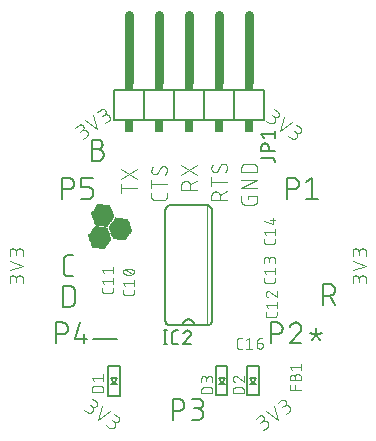
<source format=gbr>
G04 EAGLE Gerber RS-274X export*
G75*
%MOMM*%
%FSLAX34Y34*%
%LPD*%
%INSilkscreen Top*%
%IPPOS*%
%AMOC8*
5,1,8,0,0,1.08239X$1,22.5*%
G01*
%ADD10C,0.101600*%
%ADD11C,0.152400*%
%ADD12R,0.014731X0.014731*%
%ADD13R,0.147319X0.014731*%
%ADD14R,0.265175X0.014731*%
%ADD15R,0.383031X0.014731*%
%ADD16R,0.515619X0.014731*%
%ADD17R,0.633475X0.014731*%
%ADD18R,0.751331X0.014731*%
%ADD19R,0.883919X0.014731*%
%ADD20R,1.001775X0.014731*%
%ADD21R,1.119631X0.014731*%
%ADD22R,1.134363X0.014731*%
%ADD23R,1.149094X0.014731*%
%ADD24R,1.163825X0.014731*%
%ADD25R,1.178556X0.014731*%
%ADD26R,1.193288X0.014731*%
%ADD27R,1.222756X0.014731*%
%ADD28R,1.237488X0.014731*%
%ADD29R,1.266950X0.014731*%
%ADD30R,1.281681X0.014731*%
%ADD31R,1.311144X0.014731*%
%ADD32R,1.325881X0.014731*%
%ADD33R,1.355344X0.014731*%
%ADD34R,1.370075X0.014731*%
%ADD35R,1.384806X0.014731*%
%ADD36R,1.399538X0.014731*%
%ADD37R,1.414275X0.014731*%
%ADD38R,1.443738X0.014731*%
%ADD39R,1.458469X0.014731*%
%ADD40R,1.487931X0.014731*%
%ADD41R,1.502663X0.014731*%
%ADD42R,1.517394X0.014731*%
%ADD43R,1.532125X0.014731*%
%ADD44R,1.546856X0.014731*%
%ADD45R,1.576319X0.014731*%
%ADD46R,1.605788X0.014731*%
%ADD47R,1.620519X0.014731*%
%ADD48R,1.649981X0.014731*%
%ADD49R,1.664713X0.014731*%
%ADD50R,1.694175X0.014731*%
%ADD51R,1.708913X0.014731*%
%ADD52R,1.738375X0.014731*%
%ADD53R,1.753106X0.014731*%
%ADD54R,1.767838X0.014731*%
%ADD55R,1.782569X0.014731*%
%ADD56R,1.797306X0.014731*%
%ADD57R,0.117856X0.014731*%
%ADD58R,1.826769X0.014731*%
%ADD59R,0.235713X0.014731*%
%ADD60R,0.353569X0.014731*%
%ADD61R,1.856231X0.014731*%
%ADD62R,0.486156X0.014731*%
%ADD63R,1.870963X0.014731*%
%ADD64R,0.604013X0.014731*%
%ADD65R,0.721869X0.014731*%
%ADD66R,1.885694X0.014731*%
%ADD67R,0.839719X0.014731*%
%ADD68R,0.972306X0.014731*%
%ADD69R,1.090169X0.014731*%
%ADD70R,1.208025X0.014731*%
%ADD71R,1.252219X0.014731*%
%ADD72R,1.296412X0.014731*%
%ADD73R,1.340612X0.014731*%
%ADD74R,1.826763X0.014731*%
%ADD75R,1.414269X0.014731*%
%ADD76R,1.812031X0.014731*%
%ADD77R,1.429000X0.014731*%
%ADD78R,1.458462X0.014731*%
%ADD79R,1.473200X0.014731*%
%ADD80R,1.723644X0.014731*%
%ADD81R,1.694181X0.014731*%
%ADD82R,1.679450X0.014731*%
%ADD83R,1.561594X0.014731*%
%ADD84R,1.576325X0.014731*%
%ADD85R,1.591056X0.014731*%
%ADD86R,1.635250X0.014731*%
%ADD87R,1.561588X0.014731*%
%ADD88R,1.443731X0.014731*%
%ADD89R,1.797300X0.014731*%
%ADD90R,1.841500X0.014731*%
%ADD91R,1.311150X0.014731*%
%ADD92R,1.296419X0.014731*%
%ADD93R,1.193294X0.014731*%
%ADD94R,0.957575X0.014731*%
%ADD95R,0.589281X0.014731*%
%ADD96R,0.471425X0.014731*%
%ADD97R,0.220975X0.014731*%
%ADD98R,1.812038X0.014731*%
%ADD99R,0.103119X0.014731*%
%ADD100R,0.029463X0.014731*%
%ADD101R,0.162050X0.014731*%
%ADD102R,0.397763X0.014731*%
%ADD103R,0.648206X0.014731*%
%ADD104R,1.679444X0.014731*%
%ADD105R,1.016506X0.014731*%
%ADD106R,1.104900X0.014731*%
%ADD107R,1.222750X0.014731*%
%ADD108R,1.429006X0.014731*%
%ADD109R,1.208019X0.014731*%
%ADD110R,0.987044X0.014731*%
%ADD111R,0.854456X0.014731*%
%ADD112R,0.618744X0.014731*%
%ADD113R,0.500888X0.014731*%
%ADD114R,0.368300X0.014731*%
%ADD115R,0.132587X0.014731*%
%ADD116R,1.664719X0.014731*%
%ADD117R,1.075438X0.014731*%
%ADD118R,0.942844X0.014731*%
%ADD119R,0.707131X0.014731*%
%ADD120R,0.456694X0.014731*%
%ADD121R,0.088388X0.014731*%
%ADD122C,0.127000*%
%ADD123C,0.076200*%
%ADD124C,0.050800*%
%ADD125C,0.762000*%
%ADD126R,0.762000X0.508000*%
%ADD127R,0.762000X1.016000*%


D10*
X412318Y469182D02*
X414976Y467320D01*
X415070Y467257D01*
X415166Y467197D01*
X415264Y467140D01*
X415364Y467087D01*
X415466Y467037D01*
X415570Y466991D01*
X415675Y466949D01*
X415781Y466910D01*
X415889Y466875D01*
X415998Y466844D01*
X416108Y466816D01*
X416219Y466793D01*
X416330Y466773D01*
X416442Y466757D01*
X416555Y466745D01*
X416668Y466737D01*
X416781Y466733D01*
X416895Y466733D01*
X417008Y466737D01*
X417121Y466745D01*
X417234Y466757D01*
X417346Y466773D01*
X417457Y466793D01*
X417568Y466816D01*
X417678Y466844D01*
X417787Y466875D01*
X417895Y466910D01*
X418001Y466949D01*
X418106Y466991D01*
X418210Y467037D01*
X418312Y467087D01*
X418412Y467140D01*
X418510Y467197D01*
X418606Y467257D01*
X418700Y467320D01*
X418791Y467387D01*
X418881Y467456D01*
X418968Y467529D01*
X419052Y467605D01*
X419133Y467684D01*
X419212Y467765D01*
X419288Y467849D01*
X419361Y467936D01*
X419430Y468026D01*
X419497Y468117D01*
X419560Y468211D01*
X419620Y468307D01*
X419677Y468405D01*
X419730Y468505D01*
X419780Y468607D01*
X419826Y468711D01*
X419868Y468816D01*
X419907Y468922D01*
X419942Y469030D01*
X419973Y469139D01*
X420001Y469249D01*
X420024Y469360D01*
X420044Y469471D01*
X420060Y469583D01*
X420072Y469696D01*
X420080Y469809D01*
X420084Y469922D01*
X420084Y470036D01*
X420080Y470149D01*
X420072Y470262D01*
X420060Y470375D01*
X420044Y470487D01*
X420024Y470598D01*
X420001Y470709D01*
X419973Y470819D01*
X419942Y470928D01*
X419907Y471036D01*
X419868Y471142D01*
X419826Y471247D01*
X419780Y471351D01*
X419730Y471453D01*
X419677Y471553D01*
X419620Y471651D01*
X419560Y471747D01*
X419497Y471841D01*
X419430Y471932D01*
X419361Y472022D01*
X419288Y472109D01*
X419212Y472193D01*
X419133Y472274D01*
X419052Y472353D01*
X418968Y472429D01*
X418881Y472502D01*
X418792Y472571D01*
X418700Y472638D01*
X422210Y476519D02*
X419019Y478753D01*
X422209Y476519D02*
X422290Y476459D01*
X422369Y476397D01*
X422446Y476331D01*
X422520Y476263D01*
X422591Y476192D01*
X422659Y476118D01*
X422725Y476041D01*
X422787Y475962D01*
X422847Y475881D01*
X422903Y475797D01*
X422956Y475712D01*
X423005Y475624D01*
X423051Y475535D01*
X423094Y475443D01*
X423133Y475350D01*
X423168Y475256D01*
X423200Y475161D01*
X423228Y475064D01*
X423252Y474966D01*
X423272Y474868D01*
X423289Y474768D01*
X423301Y474668D01*
X423310Y474568D01*
X423315Y474468D01*
X423316Y474367D01*
X423313Y474266D01*
X423306Y474166D01*
X423295Y474066D01*
X423281Y473966D01*
X423262Y473867D01*
X423240Y473769D01*
X423214Y473672D01*
X423184Y473575D01*
X423151Y473481D01*
X423114Y473387D01*
X423073Y473295D01*
X423028Y473204D01*
X422981Y473116D01*
X422929Y473029D01*
X422875Y472945D01*
X422817Y472862D01*
X422756Y472782D01*
X422692Y472704D01*
X422625Y472629D01*
X422556Y472556D01*
X422483Y472487D01*
X422408Y472420D01*
X422330Y472356D01*
X422250Y472295D01*
X422167Y472237D01*
X422083Y472183D01*
X421996Y472131D01*
X421908Y472084D01*
X421817Y472039D01*
X421725Y471998D01*
X421631Y471961D01*
X421537Y471928D01*
X421440Y471898D01*
X421343Y471872D01*
X421245Y471850D01*
X421146Y471831D01*
X421046Y471817D01*
X420946Y471806D01*
X420846Y471799D01*
X420745Y471796D01*
X420644Y471797D01*
X420544Y471802D01*
X420444Y471811D01*
X420344Y471823D01*
X420244Y471840D01*
X420146Y471860D01*
X420048Y471884D01*
X419951Y471912D01*
X419856Y471944D01*
X419762Y471979D01*
X419669Y472018D01*
X419577Y472061D01*
X419488Y472107D01*
X419400Y472156D01*
X419315Y472209D01*
X419231Y472265D01*
X417104Y473755D01*
X427850Y472569D02*
X424339Y460764D01*
X434231Y468102D01*
X431043Y456070D02*
X433702Y454208D01*
X433796Y454145D01*
X433892Y454085D01*
X433990Y454028D01*
X434090Y453975D01*
X434192Y453925D01*
X434296Y453879D01*
X434401Y453837D01*
X434507Y453798D01*
X434615Y453763D01*
X434724Y453732D01*
X434834Y453704D01*
X434945Y453681D01*
X435056Y453661D01*
X435168Y453645D01*
X435281Y453633D01*
X435394Y453625D01*
X435507Y453621D01*
X435621Y453621D01*
X435734Y453625D01*
X435847Y453633D01*
X435960Y453645D01*
X436072Y453661D01*
X436183Y453681D01*
X436294Y453704D01*
X436404Y453732D01*
X436513Y453763D01*
X436621Y453798D01*
X436727Y453837D01*
X436832Y453879D01*
X436936Y453925D01*
X437038Y453975D01*
X437138Y454028D01*
X437236Y454085D01*
X437332Y454145D01*
X437426Y454208D01*
X437517Y454275D01*
X437607Y454344D01*
X437694Y454417D01*
X437778Y454493D01*
X437859Y454572D01*
X437938Y454653D01*
X438014Y454737D01*
X438087Y454824D01*
X438156Y454914D01*
X438223Y455005D01*
X438286Y455099D01*
X438346Y455195D01*
X438403Y455293D01*
X438456Y455393D01*
X438506Y455495D01*
X438552Y455599D01*
X438594Y455704D01*
X438633Y455810D01*
X438668Y455918D01*
X438699Y456027D01*
X438727Y456137D01*
X438750Y456248D01*
X438770Y456359D01*
X438786Y456471D01*
X438798Y456584D01*
X438806Y456697D01*
X438810Y456810D01*
X438810Y456924D01*
X438806Y457037D01*
X438798Y457150D01*
X438786Y457263D01*
X438770Y457375D01*
X438750Y457486D01*
X438727Y457597D01*
X438699Y457707D01*
X438668Y457816D01*
X438633Y457924D01*
X438594Y458030D01*
X438552Y458135D01*
X438506Y458239D01*
X438456Y458341D01*
X438403Y458441D01*
X438346Y458539D01*
X438286Y458635D01*
X438223Y458729D01*
X438156Y458820D01*
X438087Y458910D01*
X438014Y458997D01*
X437938Y459081D01*
X437859Y459162D01*
X437778Y459241D01*
X437694Y459317D01*
X437607Y459390D01*
X437518Y459459D01*
X437426Y459526D01*
X440935Y463407D02*
X437745Y465641D01*
X440935Y463407D02*
X441016Y463347D01*
X441095Y463285D01*
X441172Y463219D01*
X441246Y463151D01*
X441317Y463080D01*
X441385Y463006D01*
X441451Y462929D01*
X441513Y462850D01*
X441573Y462769D01*
X441629Y462685D01*
X441682Y462600D01*
X441731Y462512D01*
X441777Y462423D01*
X441820Y462331D01*
X441859Y462238D01*
X441894Y462144D01*
X441926Y462049D01*
X441954Y461952D01*
X441978Y461854D01*
X441998Y461756D01*
X442015Y461656D01*
X442027Y461556D01*
X442036Y461456D01*
X442041Y461356D01*
X442042Y461255D01*
X442039Y461154D01*
X442032Y461054D01*
X442021Y460954D01*
X442007Y460854D01*
X441988Y460755D01*
X441966Y460657D01*
X441940Y460560D01*
X441910Y460463D01*
X441877Y460369D01*
X441840Y460275D01*
X441799Y460183D01*
X441754Y460092D01*
X441707Y460004D01*
X441655Y459917D01*
X441601Y459833D01*
X441543Y459750D01*
X441482Y459670D01*
X441418Y459592D01*
X441351Y459517D01*
X441282Y459444D01*
X441209Y459375D01*
X441134Y459308D01*
X441056Y459244D01*
X440976Y459183D01*
X440893Y459125D01*
X440809Y459071D01*
X440722Y459019D01*
X440634Y458972D01*
X440543Y458927D01*
X440451Y458886D01*
X440357Y458849D01*
X440263Y458816D01*
X440166Y458786D01*
X440069Y458760D01*
X439971Y458738D01*
X439872Y458719D01*
X439772Y458705D01*
X439672Y458694D01*
X439572Y458687D01*
X439471Y458684D01*
X439370Y458685D01*
X439270Y458690D01*
X439170Y458699D01*
X439070Y458711D01*
X438970Y458728D01*
X438872Y458748D01*
X438774Y458772D01*
X438677Y458800D01*
X438582Y458832D01*
X438488Y458867D01*
X438395Y458906D01*
X438303Y458949D01*
X438214Y458995D01*
X438126Y459044D01*
X438041Y459097D01*
X437957Y459153D01*
X435830Y460643D01*
X497242Y334770D02*
X497242Y331524D01*
X497242Y334770D02*
X497240Y334883D01*
X497234Y334996D01*
X497224Y335109D01*
X497210Y335222D01*
X497193Y335334D01*
X497171Y335445D01*
X497146Y335555D01*
X497116Y335665D01*
X497083Y335773D01*
X497046Y335880D01*
X497006Y335986D01*
X496961Y336090D01*
X496913Y336193D01*
X496862Y336294D01*
X496807Y336393D01*
X496749Y336490D01*
X496687Y336585D01*
X496622Y336678D01*
X496554Y336768D01*
X496483Y336856D01*
X496408Y336942D01*
X496331Y337025D01*
X496251Y337105D01*
X496168Y337182D01*
X496082Y337257D01*
X495994Y337328D01*
X495904Y337396D01*
X495811Y337461D01*
X495716Y337523D01*
X495619Y337581D01*
X495520Y337636D01*
X495419Y337687D01*
X495316Y337735D01*
X495212Y337780D01*
X495106Y337820D01*
X494999Y337857D01*
X494891Y337890D01*
X494781Y337920D01*
X494671Y337945D01*
X494560Y337967D01*
X494448Y337984D01*
X494335Y337998D01*
X494222Y338008D01*
X494109Y338014D01*
X493996Y338016D01*
X493883Y338014D01*
X493770Y338008D01*
X493657Y337998D01*
X493544Y337984D01*
X493432Y337967D01*
X493321Y337945D01*
X493211Y337920D01*
X493101Y337890D01*
X492993Y337857D01*
X492886Y337820D01*
X492780Y337780D01*
X492676Y337735D01*
X492573Y337687D01*
X492472Y337636D01*
X492373Y337581D01*
X492276Y337523D01*
X492181Y337461D01*
X492088Y337396D01*
X491998Y337328D01*
X491910Y337257D01*
X491824Y337182D01*
X491741Y337105D01*
X491661Y337025D01*
X491584Y336942D01*
X491509Y336856D01*
X491438Y336768D01*
X491370Y336678D01*
X491305Y336585D01*
X491243Y336490D01*
X491185Y336393D01*
X491130Y336294D01*
X491079Y336193D01*
X491031Y336090D01*
X490986Y335986D01*
X490946Y335880D01*
X490909Y335773D01*
X490876Y335665D01*
X490846Y335555D01*
X490821Y335445D01*
X490799Y335334D01*
X490782Y335222D01*
X490768Y335109D01*
X490758Y334996D01*
X490752Y334883D01*
X490750Y334770D01*
X485558Y335419D02*
X485558Y331524D01*
X485558Y335419D02*
X485560Y335520D01*
X485566Y335620D01*
X485576Y335720D01*
X485589Y335820D01*
X485607Y335919D01*
X485628Y336018D01*
X485653Y336115D01*
X485682Y336212D01*
X485715Y336307D01*
X485751Y336401D01*
X485791Y336493D01*
X485834Y336584D01*
X485881Y336673D01*
X485931Y336760D01*
X485985Y336846D01*
X486042Y336929D01*
X486102Y337009D01*
X486165Y337088D01*
X486232Y337164D01*
X486301Y337237D01*
X486373Y337307D01*
X486447Y337375D01*
X486524Y337440D01*
X486604Y337501D01*
X486686Y337560D01*
X486770Y337615D01*
X486856Y337667D01*
X486944Y337716D01*
X487034Y337761D01*
X487126Y337803D01*
X487219Y337841D01*
X487314Y337875D01*
X487409Y337906D01*
X487506Y337933D01*
X487604Y337956D01*
X487703Y337976D01*
X487803Y337991D01*
X487903Y338003D01*
X488003Y338011D01*
X488104Y338015D01*
X488204Y338015D01*
X488305Y338011D01*
X488405Y338003D01*
X488505Y337991D01*
X488605Y337976D01*
X488704Y337956D01*
X488802Y337933D01*
X488899Y337906D01*
X488994Y337875D01*
X489089Y337841D01*
X489182Y337803D01*
X489274Y337761D01*
X489364Y337716D01*
X489452Y337667D01*
X489538Y337615D01*
X489622Y337560D01*
X489704Y337501D01*
X489784Y337440D01*
X489861Y337375D01*
X489935Y337307D01*
X490007Y337237D01*
X490076Y337164D01*
X490143Y337088D01*
X490206Y337009D01*
X490266Y336929D01*
X490323Y336846D01*
X490377Y336760D01*
X490427Y336673D01*
X490474Y336584D01*
X490517Y336493D01*
X490557Y336401D01*
X490593Y336307D01*
X490626Y336212D01*
X490655Y336115D01*
X490680Y336018D01*
X490701Y335919D01*
X490719Y335820D01*
X490732Y335720D01*
X490742Y335620D01*
X490748Y335520D01*
X490750Y335419D01*
X490751Y335419D02*
X490751Y332823D01*
X485558Y342305D02*
X497242Y346200D01*
X485558Y350095D01*
X497242Y354384D02*
X497242Y357630D01*
X497240Y357743D01*
X497234Y357856D01*
X497224Y357969D01*
X497210Y358082D01*
X497193Y358194D01*
X497171Y358305D01*
X497146Y358415D01*
X497116Y358525D01*
X497083Y358633D01*
X497046Y358740D01*
X497006Y358846D01*
X496961Y358950D01*
X496913Y359053D01*
X496862Y359154D01*
X496807Y359253D01*
X496749Y359350D01*
X496687Y359445D01*
X496622Y359538D01*
X496554Y359628D01*
X496483Y359716D01*
X496408Y359802D01*
X496331Y359885D01*
X496251Y359965D01*
X496168Y360042D01*
X496082Y360117D01*
X495994Y360188D01*
X495904Y360256D01*
X495811Y360321D01*
X495716Y360383D01*
X495619Y360441D01*
X495520Y360496D01*
X495419Y360547D01*
X495316Y360595D01*
X495212Y360640D01*
X495106Y360680D01*
X494999Y360717D01*
X494891Y360750D01*
X494781Y360780D01*
X494671Y360805D01*
X494560Y360827D01*
X494448Y360844D01*
X494335Y360858D01*
X494222Y360868D01*
X494109Y360874D01*
X493996Y360876D01*
X493883Y360874D01*
X493770Y360868D01*
X493657Y360858D01*
X493544Y360844D01*
X493432Y360827D01*
X493321Y360805D01*
X493211Y360780D01*
X493101Y360750D01*
X492993Y360717D01*
X492886Y360680D01*
X492780Y360640D01*
X492676Y360595D01*
X492573Y360547D01*
X492472Y360496D01*
X492373Y360441D01*
X492276Y360383D01*
X492181Y360321D01*
X492088Y360256D01*
X491998Y360188D01*
X491910Y360117D01*
X491824Y360042D01*
X491741Y359965D01*
X491661Y359885D01*
X491584Y359802D01*
X491509Y359716D01*
X491438Y359628D01*
X491370Y359538D01*
X491305Y359445D01*
X491243Y359350D01*
X491185Y359253D01*
X491130Y359154D01*
X491079Y359053D01*
X491031Y358950D01*
X490986Y358846D01*
X490946Y358740D01*
X490909Y358633D01*
X490876Y358525D01*
X490846Y358415D01*
X490821Y358305D01*
X490799Y358194D01*
X490782Y358082D01*
X490768Y357969D01*
X490758Y357856D01*
X490752Y357743D01*
X490750Y357630D01*
X485558Y358279D02*
X485558Y354384D01*
X485558Y358279D02*
X485560Y358380D01*
X485566Y358480D01*
X485576Y358580D01*
X485589Y358680D01*
X485607Y358779D01*
X485628Y358878D01*
X485653Y358975D01*
X485682Y359072D01*
X485715Y359167D01*
X485751Y359261D01*
X485791Y359353D01*
X485834Y359444D01*
X485881Y359533D01*
X485931Y359620D01*
X485985Y359706D01*
X486042Y359789D01*
X486102Y359869D01*
X486165Y359948D01*
X486232Y360024D01*
X486301Y360097D01*
X486373Y360167D01*
X486447Y360235D01*
X486524Y360300D01*
X486604Y360361D01*
X486686Y360420D01*
X486770Y360475D01*
X486856Y360527D01*
X486944Y360576D01*
X487034Y360621D01*
X487126Y360663D01*
X487219Y360701D01*
X487314Y360735D01*
X487409Y360766D01*
X487506Y360793D01*
X487604Y360816D01*
X487703Y360836D01*
X487803Y360851D01*
X487903Y360863D01*
X488003Y360871D01*
X488104Y360875D01*
X488204Y360875D01*
X488305Y360871D01*
X488405Y360863D01*
X488505Y360851D01*
X488605Y360836D01*
X488704Y360816D01*
X488802Y360793D01*
X488899Y360766D01*
X488994Y360735D01*
X489089Y360701D01*
X489182Y360663D01*
X489274Y360621D01*
X489364Y360576D01*
X489452Y360527D01*
X489538Y360475D01*
X489622Y360420D01*
X489704Y360361D01*
X489784Y360300D01*
X489861Y360235D01*
X489935Y360167D01*
X490007Y360097D01*
X490076Y360024D01*
X490143Y359948D01*
X490206Y359869D01*
X490266Y359789D01*
X490323Y359706D01*
X490377Y359620D01*
X490427Y359533D01*
X490474Y359444D01*
X490517Y359353D01*
X490557Y359261D01*
X490593Y359167D01*
X490626Y359072D01*
X490655Y358975D01*
X490680Y358878D01*
X490701Y358779D01*
X490719Y358680D01*
X490732Y358580D01*
X490742Y358480D01*
X490748Y358380D01*
X490750Y358279D01*
X490751Y358279D02*
X490751Y355683D01*
X412788Y209159D02*
X410129Y207297D01*
X412788Y209158D02*
X412879Y209225D01*
X412969Y209294D01*
X413056Y209367D01*
X413140Y209443D01*
X413221Y209522D01*
X413300Y209603D01*
X413376Y209687D01*
X413449Y209774D01*
X413518Y209864D01*
X413585Y209955D01*
X413648Y210049D01*
X413708Y210145D01*
X413765Y210243D01*
X413818Y210343D01*
X413868Y210445D01*
X413914Y210549D01*
X413956Y210654D01*
X413995Y210760D01*
X414030Y210868D01*
X414061Y210977D01*
X414089Y211087D01*
X414112Y211198D01*
X414132Y211309D01*
X414148Y211421D01*
X414160Y211534D01*
X414168Y211647D01*
X414172Y211760D01*
X414172Y211874D01*
X414168Y211987D01*
X414160Y212100D01*
X414148Y212213D01*
X414132Y212325D01*
X414112Y212436D01*
X414089Y212547D01*
X414061Y212657D01*
X414030Y212766D01*
X413995Y212874D01*
X413956Y212980D01*
X413914Y213085D01*
X413868Y213189D01*
X413818Y213291D01*
X413765Y213391D01*
X413708Y213489D01*
X413648Y213585D01*
X413585Y213679D01*
X413518Y213770D01*
X413449Y213860D01*
X413376Y213947D01*
X413300Y214031D01*
X413221Y214112D01*
X413140Y214191D01*
X413056Y214267D01*
X412969Y214340D01*
X412880Y214409D01*
X412788Y214476D01*
X412694Y214539D01*
X412598Y214599D01*
X412500Y214656D01*
X412400Y214709D01*
X412298Y214759D01*
X412194Y214805D01*
X412089Y214847D01*
X411983Y214886D01*
X411875Y214921D01*
X411766Y214952D01*
X411656Y214980D01*
X411545Y215003D01*
X411434Y215023D01*
X411322Y215039D01*
X411209Y215051D01*
X411096Y215059D01*
X410983Y215063D01*
X410869Y215063D01*
X410756Y215059D01*
X410643Y215051D01*
X410530Y215039D01*
X410418Y215023D01*
X410307Y215003D01*
X410196Y214980D01*
X410086Y214952D01*
X409977Y214921D01*
X409869Y214886D01*
X409763Y214847D01*
X409658Y214805D01*
X409554Y214759D01*
X409452Y214709D01*
X409352Y214656D01*
X409254Y214599D01*
X409158Y214539D01*
X409064Y214476D01*
X406618Y219102D02*
X403428Y216868D01*
X406618Y219102D02*
X406702Y219158D01*
X406787Y219211D01*
X406875Y219260D01*
X406964Y219306D01*
X407056Y219349D01*
X407149Y219388D01*
X407243Y219423D01*
X407338Y219455D01*
X407435Y219483D01*
X407533Y219507D01*
X407631Y219527D01*
X407731Y219544D01*
X407831Y219556D01*
X407931Y219565D01*
X408032Y219570D01*
X408132Y219571D01*
X408233Y219568D01*
X408333Y219561D01*
X408433Y219550D01*
X408533Y219536D01*
X408632Y219517D01*
X408730Y219495D01*
X408827Y219469D01*
X408924Y219439D01*
X409019Y219406D01*
X409112Y219369D01*
X409204Y219328D01*
X409295Y219283D01*
X409383Y219236D01*
X409470Y219184D01*
X409554Y219130D01*
X409637Y219072D01*
X409717Y219011D01*
X409795Y218947D01*
X409870Y218880D01*
X409943Y218811D01*
X410012Y218738D01*
X410079Y218663D01*
X410143Y218585D01*
X410204Y218505D01*
X410262Y218422D01*
X410316Y218338D01*
X410368Y218251D01*
X410415Y218163D01*
X410460Y218072D01*
X410501Y217980D01*
X410538Y217886D01*
X410571Y217792D01*
X410601Y217695D01*
X410627Y217598D01*
X410649Y217500D01*
X410668Y217401D01*
X410682Y217301D01*
X410693Y217201D01*
X410700Y217101D01*
X410703Y217000D01*
X410702Y216900D01*
X410697Y216799D01*
X410688Y216699D01*
X410676Y216599D01*
X410659Y216499D01*
X410639Y216401D01*
X410615Y216303D01*
X410587Y216206D01*
X410555Y216111D01*
X410520Y216017D01*
X410481Y215924D01*
X410438Y215832D01*
X410392Y215743D01*
X410343Y215655D01*
X410290Y215570D01*
X410234Y215486D01*
X410174Y215405D01*
X410112Y215326D01*
X410046Y215249D01*
X409978Y215175D01*
X409907Y215104D01*
X409833Y215036D01*
X409756Y214970D01*
X409677Y214908D01*
X409596Y214848D01*
X407470Y213359D01*
X412259Y223052D02*
X422151Y215714D01*
X418639Y227519D01*
X428855Y220409D02*
X431514Y222270D01*
X431605Y222337D01*
X431695Y222406D01*
X431782Y222479D01*
X431866Y222555D01*
X431947Y222634D01*
X432026Y222715D01*
X432102Y222799D01*
X432175Y222886D01*
X432244Y222976D01*
X432311Y223067D01*
X432374Y223161D01*
X432434Y223257D01*
X432491Y223355D01*
X432544Y223455D01*
X432594Y223557D01*
X432640Y223661D01*
X432682Y223766D01*
X432721Y223872D01*
X432756Y223980D01*
X432787Y224089D01*
X432815Y224199D01*
X432838Y224310D01*
X432858Y224421D01*
X432874Y224533D01*
X432886Y224646D01*
X432894Y224759D01*
X432898Y224872D01*
X432898Y224986D01*
X432894Y225099D01*
X432886Y225212D01*
X432874Y225325D01*
X432858Y225437D01*
X432838Y225548D01*
X432815Y225659D01*
X432787Y225769D01*
X432756Y225878D01*
X432721Y225986D01*
X432682Y226092D01*
X432640Y226197D01*
X432594Y226301D01*
X432544Y226403D01*
X432491Y226503D01*
X432434Y226601D01*
X432374Y226697D01*
X432311Y226791D01*
X432244Y226882D01*
X432175Y226972D01*
X432102Y227059D01*
X432026Y227143D01*
X431947Y227224D01*
X431866Y227303D01*
X431782Y227379D01*
X431695Y227452D01*
X431606Y227521D01*
X431514Y227588D01*
X431420Y227651D01*
X431324Y227711D01*
X431226Y227768D01*
X431126Y227821D01*
X431024Y227871D01*
X430920Y227917D01*
X430815Y227959D01*
X430709Y227998D01*
X430601Y228033D01*
X430492Y228064D01*
X430382Y228092D01*
X430271Y228115D01*
X430160Y228135D01*
X430048Y228151D01*
X429935Y228163D01*
X429822Y228171D01*
X429709Y228175D01*
X429595Y228175D01*
X429482Y228171D01*
X429369Y228163D01*
X429256Y228151D01*
X429144Y228135D01*
X429033Y228115D01*
X428922Y228092D01*
X428812Y228064D01*
X428703Y228033D01*
X428595Y227998D01*
X428489Y227959D01*
X428384Y227917D01*
X428280Y227871D01*
X428178Y227821D01*
X428078Y227768D01*
X427980Y227711D01*
X427884Y227651D01*
X427790Y227588D01*
X425344Y232214D02*
X422153Y229980D01*
X425344Y232214D02*
X425428Y232270D01*
X425513Y232323D01*
X425601Y232372D01*
X425690Y232418D01*
X425782Y232461D01*
X425875Y232500D01*
X425969Y232535D01*
X426064Y232567D01*
X426161Y232595D01*
X426259Y232619D01*
X426357Y232639D01*
X426457Y232656D01*
X426557Y232668D01*
X426657Y232677D01*
X426758Y232682D01*
X426858Y232683D01*
X426959Y232680D01*
X427059Y232673D01*
X427159Y232662D01*
X427259Y232648D01*
X427358Y232629D01*
X427456Y232607D01*
X427553Y232581D01*
X427650Y232551D01*
X427745Y232518D01*
X427838Y232481D01*
X427930Y232440D01*
X428021Y232395D01*
X428109Y232348D01*
X428196Y232296D01*
X428280Y232242D01*
X428363Y232184D01*
X428443Y232123D01*
X428521Y232059D01*
X428596Y231992D01*
X428669Y231923D01*
X428738Y231850D01*
X428805Y231775D01*
X428869Y231697D01*
X428930Y231617D01*
X428988Y231534D01*
X429042Y231450D01*
X429094Y231363D01*
X429141Y231275D01*
X429186Y231184D01*
X429227Y231092D01*
X429264Y230998D01*
X429297Y230904D01*
X429327Y230807D01*
X429353Y230710D01*
X429375Y230612D01*
X429394Y230513D01*
X429408Y230413D01*
X429419Y230313D01*
X429426Y230213D01*
X429429Y230112D01*
X429428Y230012D01*
X429423Y229911D01*
X429414Y229811D01*
X429402Y229711D01*
X429385Y229611D01*
X429365Y229513D01*
X429341Y229415D01*
X429313Y229318D01*
X429281Y229223D01*
X429246Y229129D01*
X429207Y229036D01*
X429164Y228944D01*
X429118Y228855D01*
X429069Y228767D01*
X429016Y228682D01*
X428960Y228598D01*
X428900Y228517D01*
X428838Y228438D01*
X428772Y228361D01*
X428704Y228287D01*
X428633Y228216D01*
X428559Y228148D01*
X428482Y228082D01*
X428403Y228020D01*
X428322Y227960D01*
X426195Y226471D01*
X260886Y222270D02*
X258228Y224132D01*
X260886Y222270D02*
X260980Y222207D01*
X261076Y222147D01*
X261174Y222090D01*
X261274Y222037D01*
X261376Y221987D01*
X261480Y221941D01*
X261585Y221899D01*
X261691Y221860D01*
X261799Y221825D01*
X261908Y221794D01*
X262018Y221766D01*
X262129Y221743D01*
X262240Y221723D01*
X262352Y221707D01*
X262465Y221695D01*
X262578Y221687D01*
X262691Y221683D01*
X262805Y221683D01*
X262918Y221687D01*
X263031Y221695D01*
X263144Y221707D01*
X263256Y221723D01*
X263367Y221743D01*
X263478Y221766D01*
X263588Y221794D01*
X263697Y221825D01*
X263805Y221860D01*
X263911Y221899D01*
X264016Y221941D01*
X264120Y221987D01*
X264222Y222037D01*
X264322Y222090D01*
X264420Y222147D01*
X264516Y222207D01*
X264610Y222270D01*
X264701Y222337D01*
X264791Y222406D01*
X264878Y222479D01*
X264962Y222555D01*
X265043Y222634D01*
X265122Y222715D01*
X265198Y222799D01*
X265271Y222886D01*
X265340Y222976D01*
X265407Y223067D01*
X265470Y223161D01*
X265530Y223257D01*
X265587Y223355D01*
X265640Y223455D01*
X265690Y223557D01*
X265736Y223661D01*
X265778Y223766D01*
X265817Y223872D01*
X265852Y223980D01*
X265883Y224089D01*
X265911Y224199D01*
X265934Y224310D01*
X265954Y224421D01*
X265970Y224533D01*
X265982Y224646D01*
X265990Y224759D01*
X265994Y224872D01*
X265994Y224986D01*
X265990Y225099D01*
X265982Y225212D01*
X265970Y225325D01*
X265954Y225437D01*
X265934Y225548D01*
X265911Y225659D01*
X265883Y225769D01*
X265852Y225878D01*
X265817Y225986D01*
X265778Y226092D01*
X265736Y226197D01*
X265690Y226301D01*
X265640Y226403D01*
X265587Y226503D01*
X265530Y226601D01*
X265470Y226697D01*
X265407Y226791D01*
X265340Y226882D01*
X265271Y226972D01*
X265198Y227059D01*
X265122Y227143D01*
X265043Y227224D01*
X264962Y227303D01*
X264878Y227379D01*
X264791Y227452D01*
X264702Y227521D01*
X264610Y227588D01*
X268120Y231469D02*
X264929Y233703D01*
X268119Y231469D02*
X268200Y231409D01*
X268279Y231347D01*
X268356Y231281D01*
X268430Y231213D01*
X268501Y231142D01*
X268569Y231068D01*
X268635Y230991D01*
X268697Y230912D01*
X268757Y230831D01*
X268813Y230747D01*
X268866Y230662D01*
X268915Y230574D01*
X268961Y230485D01*
X269004Y230393D01*
X269043Y230300D01*
X269078Y230206D01*
X269110Y230111D01*
X269138Y230014D01*
X269162Y229916D01*
X269182Y229818D01*
X269199Y229718D01*
X269211Y229618D01*
X269220Y229518D01*
X269225Y229418D01*
X269226Y229317D01*
X269223Y229216D01*
X269216Y229116D01*
X269205Y229016D01*
X269191Y228916D01*
X269172Y228817D01*
X269150Y228719D01*
X269124Y228622D01*
X269094Y228525D01*
X269061Y228431D01*
X269024Y228337D01*
X268983Y228245D01*
X268938Y228154D01*
X268891Y228066D01*
X268839Y227979D01*
X268785Y227895D01*
X268727Y227812D01*
X268666Y227732D01*
X268602Y227654D01*
X268535Y227579D01*
X268466Y227506D01*
X268393Y227437D01*
X268318Y227370D01*
X268240Y227306D01*
X268160Y227245D01*
X268077Y227187D01*
X267993Y227133D01*
X267906Y227081D01*
X267818Y227034D01*
X267727Y226989D01*
X267635Y226948D01*
X267541Y226911D01*
X267447Y226878D01*
X267350Y226848D01*
X267253Y226822D01*
X267155Y226800D01*
X267056Y226781D01*
X266956Y226767D01*
X266856Y226756D01*
X266756Y226749D01*
X266655Y226746D01*
X266554Y226747D01*
X266454Y226752D01*
X266354Y226761D01*
X266254Y226773D01*
X266154Y226790D01*
X266056Y226810D01*
X265958Y226834D01*
X265861Y226862D01*
X265766Y226894D01*
X265672Y226929D01*
X265579Y226968D01*
X265487Y227011D01*
X265398Y227057D01*
X265310Y227106D01*
X265225Y227159D01*
X265141Y227215D01*
X263014Y228705D01*
X273760Y227519D02*
X270249Y215714D01*
X280141Y223052D01*
X276953Y211020D02*
X279612Y209158D01*
X279706Y209095D01*
X279802Y209035D01*
X279900Y208978D01*
X280000Y208925D01*
X280102Y208875D01*
X280206Y208829D01*
X280311Y208787D01*
X280417Y208748D01*
X280525Y208713D01*
X280634Y208682D01*
X280744Y208654D01*
X280855Y208631D01*
X280966Y208611D01*
X281078Y208595D01*
X281191Y208583D01*
X281304Y208575D01*
X281417Y208571D01*
X281531Y208571D01*
X281644Y208575D01*
X281757Y208583D01*
X281870Y208595D01*
X281982Y208611D01*
X282093Y208631D01*
X282204Y208654D01*
X282314Y208682D01*
X282423Y208713D01*
X282531Y208748D01*
X282637Y208787D01*
X282742Y208829D01*
X282846Y208875D01*
X282948Y208925D01*
X283048Y208978D01*
X283146Y209035D01*
X283242Y209095D01*
X283336Y209158D01*
X283427Y209225D01*
X283517Y209294D01*
X283604Y209367D01*
X283688Y209443D01*
X283769Y209522D01*
X283848Y209603D01*
X283924Y209687D01*
X283997Y209774D01*
X284066Y209864D01*
X284133Y209955D01*
X284196Y210049D01*
X284256Y210145D01*
X284313Y210243D01*
X284366Y210343D01*
X284416Y210445D01*
X284462Y210549D01*
X284504Y210654D01*
X284543Y210760D01*
X284578Y210868D01*
X284609Y210977D01*
X284637Y211087D01*
X284660Y211198D01*
X284680Y211309D01*
X284696Y211421D01*
X284708Y211534D01*
X284716Y211647D01*
X284720Y211760D01*
X284720Y211874D01*
X284716Y211987D01*
X284708Y212100D01*
X284696Y212213D01*
X284680Y212325D01*
X284660Y212436D01*
X284637Y212547D01*
X284609Y212657D01*
X284578Y212766D01*
X284543Y212874D01*
X284504Y212980D01*
X284462Y213085D01*
X284416Y213189D01*
X284366Y213291D01*
X284313Y213391D01*
X284256Y213489D01*
X284196Y213585D01*
X284133Y213679D01*
X284066Y213770D01*
X283997Y213860D01*
X283924Y213947D01*
X283848Y214031D01*
X283769Y214112D01*
X283688Y214191D01*
X283604Y214267D01*
X283517Y214340D01*
X283428Y214409D01*
X283336Y214476D01*
X286845Y218357D02*
X283655Y220591D01*
X286845Y218357D02*
X286926Y218297D01*
X287005Y218235D01*
X287082Y218169D01*
X287156Y218101D01*
X287227Y218030D01*
X287295Y217956D01*
X287361Y217879D01*
X287423Y217800D01*
X287483Y217719D01*
X287539Y217635D01*
X287592Y217550D01*
X287641Y217462D01*
X287687Y217373D01*
X287730Y217281D01*
X287769Y217188D01*
X287804Y217094D01*
X287836Y216999D01*
X287864Y216902D01*
X287888Y216804D01*
X287908Y216706D01*
X287925Y216606D01*
X287937Y216506D01*
X287946Y216406D01*
X287951Y216306D01*
X287952Y216205D01*
X287949Y216104D01*
X287942Y216004D01*
X287931Y215904D01*
X287917Y215804D01*
X287898Y215705D01*
X287876Y215607D01*
X287850Y215510D01*
X287820Y215413D01*
X287787Y215319D01*
X287750Y215225D01*
X287709Y215133D01*
X287664Y215042D01*
X287617Y214954D01*
X287565Y214867D01*
X287511Y214783D01*
X287453Y214700D01*
X287392Y214620D01*
X287328Y214542D01*
X287261Y214467D01*
X287192Y214394D01*
X287119Y214325D01*
X287044Y214258D01*
X286966Y214194D01*
X286886Y214133D01*
X286803Y214075D01*
X286719Y214021D01*
X286632Y213969D01*
X286544Y213922D01*
X286453Y213877D01*
X286361Y213836D01*
X286267Y213799D01*
X286173Y213766D01*
X286076Y213736D01*
X285979Y213710D01*
X285881Y213688D01*
X285782Y213669D01*
X285682Y213655D01*
X285582Y213644D01*
X285482Y213637D01*
X285381Y213634D01*
X285280Y213635D01*
X285180Y213640D01*
X285080Y213649D01*
X284980Y213661D01*
X284880Y213678D01*
X284782Y213698D01*
X284684Y213722D01*
X284587Y213750D01*
X284492Y213782D01*
X284398Y213817D01*
X284305Y213856D01*
X284213Y213899D01*
X284124Y213945D01*
X284036Y213994D01*
X283951Y214047D01*
X283867Y214103D01*
X281740Y215593D01*
X206842Y331524D02*
X206842Y334770D01*
X206840Y334883D01*
X206834Y334996D01*
X206824Y335109D01*
X206810Y335222D01*
X206793Y335334D01*
X206771Y335445D01*
X206746Y335555D01*
X206716Y335665D01*
X206683Y335773D01*
X206646Y335880D01*
X206606Y335986D01*
X206561Y336090D01*
X206513Y336193D01*
X206462Y336294D01*
X206407Y336393D01*
X206349Y336490D01*
X206287Y336585D01*
X206222Y336678D01*
X206154Y336768D01*
X206083Y336856D01*
X206008Y336942D01*
X205931Y337025D01*
X205851Y337105D01*
X205768Y337182D01*
X205682Y337257D01*
X205594Y337328D01*
X205504Y337396D01*
X205411Y337461D01*
X205316Y337523D01*
X205219Y337581D01*
X205120Y337636D01*
X205019Y337687D01*
X204916Y337735D01*
X204812Y337780D01*
X204706Y337820D01*
X204599Y337857D01*
X204491Y337890D01*
X204381Y337920D01*
X204271Y337945D01*
X204160Y337967D01*
X204048Y337984D01*
X203935Y337998D01*
X203822Y338008D01*
X203709Y338014D01*
X203596Y338016D01*
X203483Y338014D01*
X203370Y338008D01*
X203257Y337998D01*
X203144Y337984D01*
X203032Y337967D01*
X202921Y337945D01*
X202811Y337920D01*
X202701Y337890D01*
X202593Y337857D01*
X202486Y337820D01*
X202380Y337780D01*
X202276Y337735D01*
X202173Y337687D01*
X202072Y337636D01*
X201973Y337581D01*
X201876Y337523D01*
X201781Y337461D01*
X201688Y337396D01*
X201598Y337328D01*
X201510Y337257D01*
X201424Y337182D01*
X201341Y337105D01*
X201261Y337025D01*
X201184Y336942D01*
X201109Y336856D01*
X201038Y336768D01*
X200970Y336678D01*
X200905Y336585D01*
X200843Y336490D01*
X200785Y336393D01*
X200730Y336294D01*
X200679Y336193D01*
X200631Y336090D01*
X200586Y335986D01*
X200546Y335880D01*
X200509Y335773D01*
X200476Y335665D01*
X200446Y335555D01*
X200421Y335445D01*
X200399Y335334D01*
X200382Y335222D01*
X200368Y335109D01*
X200358Y334996D01*
X200352Y334883D01*
X200350Y334770D01*
X195158Y335419D02*
X195158Y331524D01*
X195158Y335419D02*
X195160Y335520D01*
X195166Y335620D01*
X195176Y335720D01*
X195189Y335820D01*
X195207Y335919D01*
X195228Y336018D01*
X195253Y336115D01*
X195282Y336212D01*
X195315Y336307D01*
X195351Y336401D01*
X195391Y336493D01*
X195434Y336584D01*
X195481Y336673D01*
X195531Y336760D01*
X195585Y336846D01*
X195642Y336929D01*
X195702Y337009D01*
X195765Y337088D01*
X195832Y337164D01*
X195901Y337237D01*
X195973Y337307D01*
X196047Y337375D01*
X196124Y337440D01*
X196204Y337501D01*
X196286Y337560D01*
X196370Y337615D01*
X196456Y337667D01*
X196544Y337716D01*
X196634Y337761D01*
X196726Y337803D01*
X196819Y337841D01*
X196914Y337875D01*
X197009Y337906D01*
X197106Y337933D01*
X197204Y337956D01*
X197303Y337976D01*
X197403Y337991D01*
X197503Y338003D01*
X197603Y338011D01*
X197704Y338015D01*
X197804Y338015D01*
X197905Y338011D01*
X198005Y338003D01*
X198105Y337991D01*
X198205Y337976D01*
X198304Y337956D01*
X198402Y337933D01*
X198499Y337906D01*
X198594Y337875D01*
X198689Y337841D01*
X198782Y337803D01*
X198874Y337761D01*
X198964Y337716D01*
X199052Y337667D01*
X199138Y337615D01*
X199222Y337560D01*
X199304Y337501D01*
X199384Y337440D01*
X199461Y337375D01*
X199535Y337307D01*
X199607Y337237D01*
X199676Y337164D01*
X199743Y337088D01*
X199806Y337009D01*
X199866Y336929D01*
X199923Y336846D01*
X199977Y336760D01*
X200027Y336673D01*
X200074Y336584D01*
X200117Y336493D01*
X200157Y336401D01*
X200193Y336307D01*
X200226Y336212D01*
X200255Y336115D01*
X200280Y336018D01*
X200301Y335919D01*
X200319Y335820D01*
X200332Y335720D01*
X200342Y335620D01*
X200348Y335520D01*
X200350Y335419D01*
X200351Y335419D02*
X200351Y332823D01*
X195158Y342305D02*
X206842Y346200D01*
X195158Y350095D01*
X206842Y354384D02*
X206842Y357630D01*
X206840Y357743D01*
X206834Y357856D01*
X206824Y357969D01*
X206810Y358082D01*
X206793Y358194D01*
X206771Y358305D01*
X206746Y358415D01*
X206716Y358525D01*
X206683Y358633D01*
X206646Y358740D01*
X206606Y358846D01*
X206561Y358950D01*
X206513Y359053D01*
X206462Y359154D01*
X206407Y359253D01*
X206349Y359350D01*
X206287Y359445D01*
X206222Y359538D01*
X206154Y359628D01*
X206083Y359716D01*
X206008Y359802D01*
X205931Y359885D01*
X205851Y359965D01*
X205768Y360042D01*
X205682Y360117D01*
X205594Y360188D01*
X205504Y360256D01*
X205411Y360321D01*
X205316Y360383D01*
X205219Y360441D01*
X205120Y360496D01*
X205019Y360547D01*
X204916Y360595D01*
X204812Y360640D01*
X204706Y360680D01*
X204599Y360717D01*
X204491Y360750D01*
X204381Y360780D01*
X204271Y360805D01*
X204160Y360827D01*
X204048Y360844D01*
X203935Y360858D01*
X203822Y360868D01*
X203709Y360874D01*
X203596Y360876D01*
X203483Y360874D01*
X203370Y360868D01*
X203257Y360858D01*
X203144Y360844D01*
X203032Y360827D01*
X202921Y360805D01*
X202811Y360780D01*
X202701Y360750D01*
X202593Y360717D01*
X202486Y360680D01*
X202380Y360640D01*
X202276Y360595D01*
X202173Y360547D01*
X202072Y360496D01*
X201973Y360441D01*
X201876Y360383D01*
X201781Y360321D01*
X201688Y360256D01*
X201598Y360188D01*
X201510Y360117D01*
X201424Y360042D01*
X201341Y359965D01*
X201261Y359885D01*
X201184Y359802D01*
X201109Y359716D01*
X201038Y359628D01*
X200970Y359538D01*
X200905Y359445D01*
X200843Y359350D01*
X200785Y359253D01*
X200730Y359154D01*
X200679Y359053D01*
X200631Y358950D01*
X200586Y358846D01*
X200546Y358740D01*
X200509Y358633D01*
X200476Y358525D01*
X200446Y358415D01*
X200421Y358305D01*
X200399Y358194D01*
X200382Y358082D01*
X200368Y357969D01*
X200358Y357856D01*
X200352Y357743D01*
X200350Y357630D01*
X195158Y358279D02*
X195158Y354384D01*
X195158Y358279D02*
X195160Y358380D01*
X195166Y358480D01*
X195176Y358580D01*
X195189Y358680D01*
X195207Y358779D01*
X195228Y358878D01*
X195253Y358975D01*
X195282Y359072D01*
X195315Y359167D01*
X195351Y359261D01*
X195391Y359353D01*
X195434Y359444D01*
X195481Y359533D01*
X195531Y359620D01*
X195585Y359706D01*
X195642Y359789D01*
X195702Y359869D01*
X195765Y359948D01*
X195832Y360024D01*
X195901Y360097D01*
X195973Y360167D01*
X196047Y360235D01*
X196124Y360300D01*
X196204Y360361D01*
X196286Y360420D01*
X196370Y360475D01*
X196456Y360527D01*
X196544Y360576D01*
X196634Y360621D01*
X196726Y360663D01*
X196819Y360701D01*
X196914Y360735D01*
X197009Y360766D01*
X197106Y360793D01*
X197204Y360816D01*
X197303Y360836D01*
X197403Y360851D01*
X197503Y360863D01*
X197603Y360871D01*
X197704Y360875D01*
X197804Y360875D01*
X197905Y360871D01*
X198005Y360863D01*
X198105Y360851D01*
X198205Y360836D01*
X198304Y360816D01*
X198402Y360793D01*
X198499Y360766D01*
X198594Y360735D01*
X198689Y360701D01*
X198782Y360663D01*
X198874Y360621D01*
X198964Y360576D01*
X199052Y360527D01*
X199138Y360475D01*
X199222Y360420D01*
X199304Y360361D01*
X199384Y360300D01*
X199461Y360235D01*
X199535Y360167D01*
X199607Y360097D01*
X199676Y360024D01*
X199743Y359948D01*
X199806Y359869D01*
X199866Y359789D01*
X199923Y359706D01*
X199977Y359620D01*
X200027Y359533D01*
X200074Y359444D01*
X200117Y359353D01*
X200157Y359261D01*
X200193Y359167D01*
X200226Y359072D01*
X200255Y358975D01*
X200280Y358878D01*
X200301Y358779D01*
X200319Y358680D01*
X200332Y358580D01*
X200342Y358480D01*
X200348Y358380D01*
X200350Y358279D01*
X200351Y358279D02*
X200351Y355683D01*
X257309Y453617D02*
X259968Y455479D01*
X259968Y455478D02*
X260059Y455545D01*
X260149Y455614D01*
X260236Y455687D01*
X260320Y455763D01*
X260401Y455842D01*
X260480Y455923D01*
X260556Y456007D01*
X260629Y456094D01*
X260698Y456184D01*
X260765Y456275D01*
X260828Y456369D01*
X260888Y456465D01*
X260945Y456563D01*
X260998Y456663D01*
X261048Y456765D01*
X261094Y456869D01*
X261136Y456974D01*
X261175Y457080D01*
X261210Y457188D01*
X261241Y457297D01*
X261269Y457407D01*
X261292Y457518D01*
X261312Y457629D01*
X261328Y457741D01*
X261340Y457854D01*
X261348Y457967D01*
X261352Y458080D01*
X261352Y458194D01*
X261348Y458307D01*
X261340Y458420D01*
X261328Y458533D01*
X261312Y458645D01*
X261292Y458756D01*
X261269Y458867D01*
X261241Y458977D01*
X261210Y459086D01*
X261175Y459194D01*
X261136Y459300D01*
X261094Y459405D01*
X261048Y459509D01*
X260998Y459611D01*
X260945Y459711D01*
X260888Y459809D01*
X260828Y459905D01*
X260765Y459999D01*
X260698Y460090D01*
X260629Y460180D01*
X260556Y460267D01*
X260480Y460351D01*
X260401Y460432D01*
X260320Y460511D01*
X260236Y460587D01*
X260149Y460660D01*
X260060Y460729D01*
X259968Y460796D01*
X259874Y460859D01*
X259778Y460919D01*
X259680Y460976D01*
X259580Y461029D01*
X259478Y461079D01*
X259374Y461125D01*
X259269Y461167D01*
X259163Y461206D01*
X259055Y461241D01*
X258946Y461272D01*
X258836Y461300D01*
X258725Y461323D01*
X258614Y461343D01*
X258502Y461359D01*
X258389Y461371D01*
X258276Y461379D01*
X258163Y461383D01*
X258049Y461383D01*
X257936Y461379D01*
X257823Y461371D01*
X257710Y461359D01*
X257598Y461343D01*
X257487Y461323D01*
X257376Y461300D01*
X257266Y461272D01*
X257157Y461241D01*
X257049Y461206D01*
X256943Y461167D01*
X256838Y461125D01*
X256734Y461079D01*
X256632Y461029D01*
X256532Y460976D01*
X256434Y460919D01*
X256338Y460859D01*
X256244Y460796D01*
X253798Y465422D02*
X250608Y463188D01*
X253798Y465422D02*
X253882Y465478D01*
X253967Y465531D01*
X254055Y465580D01*
X254144Y465626D01*
X254236Y465669D01*
X254329Y465708D01*
X254423Y465743D01*
X254518Y465775D01*
X254615Y465803D01*
X254713Y465827D01*
X254811Y465847D01*
X254911Y465864D01*
X255011Y465876D01*
X255111Y465885D01*
X255212Y465890D01*
X255312Y465891D01*
X255413Y465888D01*
X255513Y465881D01*
X255613Y465870D01*
X255713Y465856D01*
X255812Y465837D01*
X255910Y465815D01*
X256007Y465789D01*
X256104Y465759D01*
X256199Y465726D01*
X256292Y465689D01*
X256384Y465648D01*
X256475Y465603D01*
X256563Y465556D01*
X256650Y465504D01*
X256734Y465450D01*
X256817Y465392D01*
X256897Y465331D01*
X256975Y465267D01*
X257050Y465200D01*
X257123Y465131D01*
X257192Y465058D01*
X257259Y464983D01*
X257323Y464905D01*
X257384Y464825D01*
X257442Y464742D01*
X257496Y464658D01*
X257548Y464571D01*
X257595Y464483D01*
X257640Y464392D01*
X257681Y464300D01*
X257718Y464206D01*
X257751Y464112D01*
X257781Y464015D01*
X257807Y463918D01*
X257829Y463820D01*
X257848Y463721D01*
X257862Y463621D01*
X257873Y463521D01*
X257880Y463421D01*
X257883Y463320D01*
X257882Y463220D01*
X257877Y463119D01*
X257868Y463019D01*
X257856Y462919D01*
X257839Y462819D01*
X257819Y462721D01*
X257795Y462623D01*
X257767Y462526D01*
X257735Y462431D01*
X257700Y462337D01*
X257661Y462244D01*
X257618Y462152D01*
X257572Y462063D01*
X257523Y461975D01*
X257470Y461890D01*
X257414Y461806D01*
X257354Y461725D01*
X257292Y461646D01*
X257226Y461569D01*
X257158Y461495D01*
X257087Y461424D01*
X257013Y461356D01*
X256936Y461290D01*
X256857Y461228D01*
X256776Y461168D01*
X254650Y459679D01*
X259439Y469372D02*
X269331Y462034D01*
X265819Y473839D01*
X276035Y466729D02*
X278694Y468590D01*
X278785Y468657D01*
X278875Y468726D01*
X278962Y468799D01*
X279046Y468875D01*
X279127Y468954D01*
X279206Y469035D01*
X279282Y469119D01*
X279355Y469206D01*
X279424Y469296D01*
X279491Y469387D01*
X279554Y469481D01*
X279614Y469577D01*
X279671Y469675D01*
X279724Y469775D01*
X279774Y469877D01*
X279820Y469981D01*
X279862Y470086D01*
X279901Y470192D01*
X279936Y470300D01*
X279967Y470409D01*
X279995Y470519D01*
X280018Y470630D01*
X280038Y470741D01*
X280054Y470853D01*
X280066Y470966D01*
X280074Y471079D01*
X280078Y471192D01*
X280078Y471306D01*
X280074Y471419D01*
X280066Y471532D01*
X280054Y471645D01*
X280038Y471757D01*
X280018Y471868D01*
X279995Y471979D01*
X279967Y472089D01*
X279936Y472198D01*
X279901Y472306D01*
X279862Y472412D01*
X279820Y472517D01*
X279774Y472621D01*
X279724Y472723D01*
X279671Y472823D01*
X279614Y472921D01*
X279554Y473017D01*
X279491Y473111D01*
X279424Y473202D01*
X279355Y473292D01*
X279282Y473379D01*
X279206Y473463D01*
X279127Y473544D01*
X279046Y473623D01*
X278962Y473699D01*
X278875Y473772D01*
X278786Y473841D01*
X278694Y473908D01*
X278600Y473971D01*
X278504Y474031D01*
X278406Y474088D01*
X278306Y474141D01*
X278204Y474191D01*
X278100Y474237D01*
X277995Y474279D01*
X277889Y474318D01*
X277781Y474353D01*
X277672Y474384D01*
X277562Y474412D01*
X277451Y474435D01*
X277340Y474455D01*
X277228Y474471D01*
X277115Y474483D01*
X277002Y474491D01*
X276889Y474495D01*
X276775Y474495D01*
X276662Y474491D01*
X276549Y474483D01*
X276436Y474471D01*
X276324Y474455D01*
X276213Y474435D01*
X276102Y474412D01*
X275992Y474384D01*
X275883Y474353D01*
X275775Y474318D01*
X275669Y474279D01*
X275564Y474237D01*
X275460Y474191D01*
X275358Y474141D01*
X275258Y474088D01*
X275160Y474031D01*
X275064Y473971D01*
X274970Y473908D01*
X272524Y478534D02*
X269333Y476300D01*
X272524Y478534D02*
X272608Y478590D01*
X272693Y478643D01*
X272781Y478692D01*
X272870Y478738D01*
X272962Y478781D01*
X273055Y478820D01*
X273149Y478855D01*
X273244Y478887D01*
X273341Y478915D01*
X273439Y478939D01*
X273537Y478959D01*
X273637Y478976D01*
X273737Y478988D01*
X273837Y478997D01*
X273938Y479002D01*
X274038Y479003D01*
X274139Y479000D01*
X274239Y478993D01*
X274339Y478982D01*
X274439Y478968D01*
X274538Y478949D01*
X274636Y478927D01*
X274733Y478901D01*
X274830Y478871D01*
X274925Y478838D01*
X275018Y478801D01*
X275110Y478760D01*
X275201Y478715D01*
X275289Y478668D01*
X275376Y478616D01*
X275460Y478562D01*
X275543Y478504D01*
X275623Y478443D01*
X275701Y478379D01*
X275776Y478312D01*
X275849Y478243D01*
X275918Y478170D01*
X275985Y478095D01*
X276049Y478017D01*
X276110Y477937D01*
X276168Y477854D01*
X276222Y477770D01*
X276274Y477683D01*
X276321Y477595D01*
X276366Y477504D01*
X276407Y477412D01*
X276444Y477318D01*
X276477Y477224D01*
X276507Y477127D01*
X276533Y477030D01*
X276555Y476932D01*
X276574Y476833D01*
X276588Y476733D01*
X276599Y476633D01*
X276606Y476533D01*
X276609Y476432D01*
X276608Y476332D01*
X276603Y476231D01*
X276594Y476131D01*
X276582Y476031D01*
X276565Y475931D01*
X276545Y475833D01*
X276521Y475735D01*
X276493Y475638D01*
X276461Y475543D01*
X276426Y475449D01*
X276387Y475356D01*
X276344Y475264D01*
X276298Y475175D01*
X276249Y475087D01*
X276196Y475002D01*
X276140Y474918D01*
X276080Y474837D01*
X276018Y474758D01*
X275952Y474681D01*
X275884Y474607D01*
X275813Y474536D01*
X275739Y474468D01*
X275662Y474402D01*
X275583Y474340D01*
X275502Y474280D01*
X273375Y472791D01*
D11*
X430394Y420780D02*
X430394Y403000D01*
X430394Y420780D02*
X435333Y420780D01*
X435473Y420778D01*
X435612Y420772D01*
X435752Y420762D01*
X435891Y420748D01*
X436030Y420731D01*
X436168Y420709D01*
X436305Y420683D01*
X436442Y420654D01*
X436578Y420621D01*
X436712Y420584D01*
X436846Y420543D01*
X436978Y420498D01*
X437110Y420449D01*
X437239Y420397D01*
X437367Y420342D01*
X437494Y420282D01*
X437619Y420219D01*
X437742Y420153D01*
X437863Y420083D01*
X437982Y420010D01*
X438099Y419933D01*
X438213Y419853D01*
X438326Y419770D01*
X438436Y419684D01*
X438543Y419594D01*
X438648Y419502D01*
X438750Y419407D01*
X438850Y419309D01*
X438947Y419208D01*
X439041Y419104D01*
X439131Y418998D01*
X439219Y418889D01*
X439304Y418778D01*
X439385Y418664D01*
X439464Y418549D01*
X439539Y418431D01*
X439610Y418311D01*
X439678Y418188D01*
X439743Y418065D01*
X439804Y417939D01*
X439862Y417811D01*
X439916Y417683D01*
X439966Y417552D01*
X440013Y417420D01*
X440056Y417287D01*
X440095Y417153D01*
X440130Y417018D01*
X440161Y416882D01*
X440189Y416744D01*
X440212Y416607D01*
X440232Y416468D01*
X440248Y416329D01*
X440260Y416190D01*
X440268Y416051D01*
X440272Y415911D01*
X440272Y415771D01*
X440268Y415631D01*
X440260Y415492D01*
X440248Y415353D01*
X440232Y415214D01*
X440212Y415075D01*
X440189Y414938D01*
X440161Y414800D01*
X440130Y414664D01*
X440095Y414529D01*
X440056Y414395D01*
X440013Y414262D01*
X439966Y414130D01*
X439916Y413999D01*
X439862Y413871D01*
X439804Y413743D01*
X439743Y413617D01*
X439678Y413494D01*
X439610Y413372D01*
X439539Y413251D01*
X439464Y413133D01*
X439385Y413018D01*
X439304Y412904D01*
X439219Y412793D01*
X439131Y412684D01*
X439041Y412578D01*
X438947Y412474D01*
X438850Y412373D01*
X438750Y412275D01*
X438648Y412180D01*
X438543Y412088D01*
X438436Y411998D01*
X438326Y411912D01*
X438213Y411829D01*
X438099Y411749D01*
X437982Y411672D01*
X437863Y411599D01*
X437742Y411529D01*
X437619Y411463D01*
X437494Y411400D01*
X437367Y411340D01*
X437239Y411285D01*
X437110Y411233D01*
X436978Y411184D01*
X436846Y411139D01*
X436712Y411098D01*
X436578Y411061D01*
X436442Y411028D01*
X436305Y410999D01*
X436168Y410973D01*
X436030Y410951D01*
X435891Y410934D01*
X435752Y410920D01*
X435612Y410910D01*
X435473Y410904D01*
X435333Y410902D01*
X430394Y410902D01*
X446389Y416829D02*
X451328Y420780D01*
X451328Y403000D01*
X456266Y403000D02*
X446389Y403000D01*
X416412Y298290D02*
X416412Y280510D01*
X416412Y298290D02*
X421351Y298290D01*
X421491Y298288D01*
X421630Y298282D01*
X421770Y298272D01*
X421909Y298258D01*
X422048Y298241D01*
X422186Y298219D01*
X422323Y298193D01*
X422460Y298164D01*
X422596Y298131D01*
X422730Y298094D01*
X422864Y298053D01*
X422996Y298008D01*
X423128Y297959D01*
X423257Y297907D01*
X423385Y297852D01*
X423512Y297792D01*
X423637Y297729D01*
X423760Y297663D01*
X423881Y297593D01*
X424000Y297520D01*
X424117Y297443D01*
X424231Y297363D01*
X424344Y297280D01*
X424454Y297194D01*
X424561Y297104D01*
X424666Y297012D01*
X424768Y296917D01*
X424868Y296819D01*
X424965Y296718D01*
X425059Y296614D01*
X425149Y296508D01*
X425237Y296399D01*
X425322Y296288D01*
X425403Y296174D01*
X425482Y296059D01*
X425557Y295941D01*
X425628Y295821D01*
X425696Y295698D01*
X425761Y295575D01*
X425822Y295449D01*
X425880Y295321D01*
X425934Y295193D01*
X425984Y295062D01*
X426031Y294930D01*
X426074Y294797D01*
X426113Y294663D01*
X426148Y294528D01*
X426179Y294392D01*
X426207Y294254D01*
X426230Y294117D01*
X426250Y293978D01*
X426266Y293839D01*
X426278Y293700D01*
X426286Y293561D01*
X426290Y293421D01*
X426290Y293281D01*
X426286Y293141D01*
X426278Y293002D01*
X426266Y292863D01*
X426250Y292724D01*
X426230Y292585D01*
X426207Y292448D01*
X426179Y292310D01*
X426148Y292174D01*
X426113Y292039D01*
X426074Y291905D01*
X426031Y291772D01*
X425984Y291640D01*
X425934Y291509D01*
X425880Y291381D01*
X425822Y291253D01*
X425761Y291127D01*
X425696Y291004D01*
X425628Y290882D01*
X425557Y290761D01*
X425482Y290643D01*
X425403Y290528D01*
X425322Y290414D01*
X425237Y290303D01*
X425149Y290194D01*
X425059Y290088D01*
X424965Y289984D01*
X424868Y289883D01*
X424768Y289785D01*
X424666Y289690D01*
X424561Y289598D01*
X424454Y289508D01*
X424344Y289422D01*
X424231Y289339D01*
X424117Y289259D01*
X424000Y289182D01*
X423881Y289109D01*
X423760Y289039D01*
X423637Y288973D01*
X423512Y288910D01*
X423385Y288850D01*
X423257Y288795D01*
X423128Y288743D01*
X422996Y288694D01*
X422864Y288649D01*
X422730Y288608D01*
X422596Y288571D01*
X422460Y288538D01*
X422323Y288509D01*
X422186Y288483D01*
X422048Y288461D01*
X421909Y288444D01*
X421770Y288430D01*
X421630Y288420D01*
X421491Y288414D01*
X421351Y288412D01*
X416412Y288412D01*
X437840Y298290D02*
X437972Y298288D01*
X438103Y298282D01*
X438235Y298272D01*
X438366Y298259D01*
X438496Y298241D01*
X438626Y298220D01*
X438756Y298195D01*
X438884Y298166D01*
X439012Y298133D01*
X439138Y298096D01*
X439264Y298056D01*
X439388Y298012D01*
X439511Y297964D01*
X439632Y297913D01*
X439752Y297858D01*
X439870Y297800D01*
X439986Y297738D01*
X440100Y297672D01*
X440213Y297604D01*
X440323Y297532D01*
X440431Y297457D01*
X440537Y297378D01*
X440641Y297297D01*
X440742Y297212D01*
X440840Y297125D01*
X440936Y297034D01*
X441029Y296941D01*
X441120Y296845D01*
X441207Y296747D01*
X441292Y296646D01*
X441373Y296542D01*
X441452Y296436D01*
X441527Y296328D01*
X441599Y296218D01*
X441667Y296105D01*
X441733Y295991D01*
X441795Y295875D01*
X441853Y295757D01*
X441908Y295637D01*
X441959Y295516D01*
X442007Y295393D01*
X442051Y295269D01*
X442091Y295143D01*
X442128Y295017D01*
X442161Y294889D01*
X442190Y294761D01*
X442215Y294631D01*
X442236Y294501D01*
X442254Y294371D01*
X442267Y294240D01*
X442277Y294108D01*
X442283Y293977D01*
X442285Y293845D01*
X437840Y298290D02*
X437690Y298288D01*
X437541Y298282D01*
X437392Y298272D01*
X437243Y298259D01*
X437094Y298241D01*
X436946Y298220D01*
X436798Y298194D01*
X436652Y298165D01*
X436506Y298132D01*
X436361Y298095D01*
X436217Y298054D01*
X436074Y298010D01*
X435932Y297962D01*
X435792Y297910D01*
X435653Y297855D01*
X435515Y297796D01*
X435380Y297733D01*
X435245Y297667D01*
X435113Y297597D01*
X434983Y297524D01*
X434854Y297447D01*
X434727Y297367D01*
X434603Y297284D01*
X434481Y297198D01*
X434361Y297108D01*
X434244Y297015D01*
X434129Y296920D01*
X434016Y296821D01*
X433906Y296719D01*
X433799Y296615D01*
X433695Y296508D01*
X433593Y296398D01*
X433495Y296285D01*
X433399Y296170D01*
X433307Y296052D01*
X433217Y295932D01*
X433131Y295810D01*
X433048Y295686D01*
X432968Y295559D01*
X432892Y295431D01*
X432819Y295300D01*
X432749Y295167D01*
X432683Y295033D01*
X432621Y294897D01*
X432562Y294760D01*
X432506Y294621D01*
X432455Y294480D01*
X432407Y294339D01*
X440803Y290388D02*
X440899Y290481D01*
X440991Y290577D01*
X441081Y290676D01*
X441168Y290777D01*
X441253Y290880D01*
X441334Y290985D01*
X441412Y291093D01*
X441487Y291203D01*
X441560Y291315D01*
X441629Y291429D01*
X441695Y291545D01*
X441757Y291663D01*
X441816Y291782D01*
X441872Y291903D01*
X441925Y292026D01*
X441974Y292150D01*
X442019Y292275D01*
X442062Y292402D01*
X442100Y292529D01*
X442135Y292658D01*
X442166Y292787D01*
X442194Y292918D01*
X442218Y293049D01*
X442239Y293181D01*
X442255Y293313D01*
X442268Y293446D01*
X442278Y293579D01*
X442283Y293712D01*
X442285Y293845D01*
X440803Y290388D02*
X432407Y280510D01*
X442285Y280510D01*
X454655Y287424D02*
X454655Y293351D01*
X454655Y287424D02*
X458112Y282979D01*
X454655Y287424D02*
X451198Y282979D01*
X454655Y287424D02*
X460088Y289400D01*
X454655Y287424D02*
X449222Y289400D01*
X333264Y233490D02*
X333264Y215710D01*
X333264Y233490D02*
X338203Y233490D01*
X338343Y233488D01*
X338482Y233482D01*
X338622Y233472D01*
X338761Y233458D01*
X338900Y233441D01*
X339038Y233419D01*
X339175Y233393D01*
X339312Y233364D01*
X339448Y233331D01*
X339582Y233294D01*
X339716Y233253D01*
X339848Y233208D01*
X339980Y233159D01*
X340109Y233107D01*
X340237Y233052D01*
X340364Y232992D01*
X340489Y232929D01*
X340612Y232863D01*
X340733Y232793D01*
X340852Y232720D01*
X340969Y232643D01*
X341083Y232563D01*
X341196Y232480D01*
X341306Y232394D01*
X341413Y232304D01*
X341518Y232212D01*
X341620Y232117D01*
X341720Y232019D01*
X341817Y231918D01*
X341911Y231814D01*
X342001Y231708D01*
X342089Y231599D01*
X342174Y231488D01*
X342255Y231374D01*
X342334Y231259D01*
X342409Y231141D01*
X342480Y231021D01*
X342548Y230898D01*
X342613Y230775D01*
X342674Y230649D01*
X342732Y230521D01*
X342786Y230393D01*
X342836Y230262D01*
X342883Y230130D01*
X342926Y229997D01*
X342965Y229863D01*
X343000Y229728D01*
X343031Y229592D01*
X343059Y229454D01*
X343082Y229317D01*
X343102Y229178D01*
X343118Y229039D01*
X343130Y228900D01*
X343138Y228761D01*
X343142Y228621D01*
X343142Y228481D01*
X343138Y228341D01*
X343130Y228202D01*
X343118Y228063D01*
X343102Y227924D01*
X343082Y227785D01*
X343059Y227648D01*
X343031Y227510D01*
X343000Y227374D01*
X342965Y227239D01*
X342926Y227105D01*
X342883Y226972D01*
X342836Y226840D01*
X342786Y226709D01*
X342732Y226581D01*
X342674Y226453D01*
X342613Y226327D01*
X342548Y226204D01*
X342480Y226082D01*
X342409Y225961D01*
X342334Y225843D01*
X342255Y225728D01*
X342174Y225614D01*
X342089Y225503D01*
X342001Y225394D01*
X341911Y225288D01*
X341817Y225184D01*
X341720Y225083D01*
X341620Y224985D01*
X341518Y224890D01*
X341413Y224798D01*
X341306Y224708D01*
X341196Y224622D01*
X341083Y224539D01*
X340969Y224459D01*
X340852Y224382D01*
X340733Y224309D01*
X340612Y224239D01*
X340489Y224173D01*
X340364Y224110D01*
X340237Y224050D01*
X340109Y223995D01*
X339980Y223943D01*
X339848Y223894D01*
X339716Y223849D01*
X339582Y223808D01*
X339448Y223771D01*
X339312Y223738D01*
X339175Y223709D01*
X339038Y223683D01*
X338900Y223661D01*
X338761Y223644D01*
X338622Y223630D01*
X338482Y223620D01*
X338343Y223614D01*
X338203Y223612D01*
X333264Y223612D01*
X349259Y215710D02*
X354198Y215710D01*
X354338Y215712D01*
X354477Y215718D01*
X354617Y215728D01*
X354756Y215742D01*
X354895Y215759D01*
X355033Y215781D01*
X355170Y215807D01*
X355307Y215836D01*
X355443Y215869D01*
X355577Y215906D01*
X355711Y215947D01*
X355843Y215992D01*
X355975Y216041D01*
X356104Y216093D01*
X356232Y216148D01*
X356359Y216208D01*
X356484Y216271D01*
X356607Y216337D01*
X356728Y216407D01*
X356847Y216480D01*
X356964Y216557D01*
X357078Y216637D01*
X357191Y216720D01*
X357301Y216806D01*
X357408Y216896D01*
X357513Y216988D01*
X357615Y217083D01*
X357715Y217181D01*
X357812Y217282D01*
X357906Y217386D01*
X357996Y217492D01*
X358084Y217601D01*
X358169Y217712D01*
X358250Y217826D01*
X358329Y217941D01*
X358404Y218059D01*
X358475Y218180D01*
X358543Y218302D01*
X358608Y218425D01*
X358669Y218551D01*
X358727Y218679D01*
X358781Y218807D01*
X358831Y218938D01*
X358878Y219070D01*
X358921Y219203D01*
X358960Y219337D01*
X358995Y219472D01*
X359026Y219608D01*
X359054Y219746D01*
X359077Y219883D01*
X359097Y220022D01*
X359113Y220161D01*
X359125Y220300D01*
X359133Y220439D01*
X359137Y220579D01*
X359137Y220719D01*
X359133Y220859D01*
X359125Y220998D01*
X359113Y221137D01*
X359097Y221276D01*
X359077Y221415D01*
X359054Y221552D01*
X359026Y221690D01*
X358995Y221826D01*
X358960Y221961D01*
X358921Y222095D01*
X358878Y222228D01*
X358831Y222360D01*
X358781Y222491D01*
X358727Y222619D01*
X358669Y222747D01*
X358608Y222873D01*
X358543Y222996D01*
X358475Y223119D01*
X358404Y223239D01*
X358329Y223357D01*
X358250Y223472D01*
X358169Y223586D01*
X358084Y223697D01*
X357996Y223806D01*
X357906Y223912D01*
X357812Y224016D01*
X357715Y224117D01*
X357615Y224215D01*
X357513Y224310D01*
X357408Y224402D01*
X357301Y224492D01*
X357191Y224578D01*
X357078Y224661D01*
X356964Y224741D01*
X356847Y224818D01*
X356728Y224891D01*
X356607Y224961D01*
X356484Y225027D01*
X356359Y225090D01*
X356232Y225150D01*
X356104Y225205D01*
X355975Y225257D01*
X355843Y225306D01*
X355711Y225351D01*
X355577Y225392D01*
X355443Y225429D01*
X355307Y225462D01*
X355170Y225491D01*
X355033Y225517D01*
X354895Y225539D01*
X354756Y225556D01*
X354617Y225570D01*
X354477Y225580D01*
X354338Y225586D01*
X354198Y225588D01*
X355185Y233490D02*
X349259Y233490D01*
X355185Y233490D02*
X355309Y233488D01*
X355433Y233482D01*
X355557Y233472D01*
X355680Y233459D01*
X355803Y233441D01*
X355925Y233420D01*
X356047Y233395D01*
X356168Y233366D01*
X356287Y233333D01*
X356406Y233297D01*
X356523Y233256D01*
X356639Y233213D01*
X356754Y233165D01*
X356867Y233114D01*
X356979Y233059D01*
X357088Y233001D01*
X357196Y232940D01*
X357302Y232875D01*
X357406Y232807D01*
X357507Y232735D01*
X357607Y232661D01*
X357703Y232583D01*
X357798Y232503D01*
X357890Y232419D01*
X357979Y232333D01*
X358065Y232244D01*
X358149Y232152D01*
X358229Y232057D01*
X358307Y231961D01*
X358381Y231861D01*
X358453Y231760D01*
X358521Y231656D01*
X358586Y231550D01*
X358647Y231442D01*
X358705Y231333D01*
X358760Y231221D01*
X358811Y231108D01*
X358859Y230993D01*
X358902Y230877D01*
X358943Y230760D01*
X358979Y230641D01*
X359012Y230522D01*
X359041Y230401D01*
X359066Y230279D01*
X359087Y230157D01*
X359105Y230034D01*
X359118Y229911D01*
X359128Y229787D01*
X359134Y229663D01*
X359136Y229539D01*
X359134Y229415D01*
X359128Y229291D01*
X359118Y229167D01*
X359105Y229044D01*
X359087Y228921D01*
X359066Y228799D01*
X359041Y228677D01*
X359012Y228556D01*
X358979Y228437D01*
X358943Y228318D01*
X358902Y228201D01*
X358859Y228085D01*
X358811Y227970D01*
X358760Y227857D01*
X358705Y227745D01*
X358647Y227636D01*
X358586Y227528D01*
X358521Y227422D01*
X358453Y227318D01*
X358381Y227217D01*
X358307Y227117D01*
X358229Y227021D01*
X358149Y226926D01*
X358065Y226834D01*
X357979Y226745D01*
X357890Y226659D01*
X357798Y226575D01*
X357703Y226495D01*
X357607Y226417D01*
X357507Y226343D01*
X357406Y226271D01*
X357302Y226203D01*
X357196Y226138D01*
X357088Y226077D01*
X356979Y226019D01*
X356867Y225964D01*
X356754Y225913D01*
X356639Y225865D01*
X356523Y225822D01*
X356406Y225781D01*
X356287Y225745D01*
X356168Y225712D01*
X356047Y225683D01*
X355925Y225658D01*
X355803Y225637D01*
X355680Y225619D01*
X355557Y225606D01*
X355433Y225596D01*
X355309Y225590D01*
X355185Y225588D01*
X351234Y225588D01*
X234864Y280510D02*
X234864Y298290D01*
X239803Y298290D01*
X239943Y298288D01*
X240082Y298282D01*
X240222Y298272D01*
X240361Y298258D01*
X240500Y298241D01*
X240638Y298219D01*
X240775Y298193D01*
X240912Y298164D01*
X241048Y298131D01*
X241182Y298094D01*
X241316Y298053D01*
X241448Y298008D01*
X241580Y297959D01*
X241709Y297907D01*
X241837Y297852D01*
X241964Y297792D01*
X242089Y297729D01*
X242212Y297663D01*
X242333Y297593D01*
X242452Y297520D01*
X242569Y297443D01*
X242683Y297363D01*
X242796Y297280D01*
X242906Y297194D01*
X243013Y297104D01*
X243118Y297012D01*
X243220Y296917D01*
X243320Y296819D01*
X243417Y296718D01*
X243511Y296614D01*
X243601Y296508D01*
X243689Y296399D01*
X243774Y296288D01*
X243855Y296174D01*
X243934Y296059D01*
X244009Y295941D01*
X244080Y295821D01*
X244148Y295698D01*
X244213Y295575D01*
X244274Y295449D01*
X244332Y295321D01*
X244386Y295193D01*
X244436Y295062D01*
X244483Y294930D01*
X244526Y294797D01*
X244565Y294663D01*
X244600Y294528D01*
X244631Y294392D01*
X244659Y294254D01*
X244682Y294117D01*
X244702Y293978D01*
X244718Y293839D01*
X244730Y293700D01*
X244738Y293561D01*
X244742Y293421D01*
X244742Y293281D01*
X244738Y293141D01*
X244730Y293002D01*
X244718Y292863D01*
X244702Y292724D01*
X244682Y292585D01*
X244659Y292448D01*
X244631Y292310D01*
X244600Y292174D01*
X244565Y292039D01*
X244526Y291905D01*
X244483Y291772D01*
X244436Y291640D01*
X244386Y291509D01*
X244332Y291381D01*
X244274Y291253D01*
X244213Y291127D01*
X244148Y291004D01*
X244080Y290882D01*
X244009Y290761D01*
X243934Y290643D01*
X243855Y290528D01*
X243774Y290414D01*
X243689Y290303D01*
X243601Y290194D01*
X243511Y290088D01*
X243417Y289984D01*
X243320Y289883D01*
X243220Y289785D01*
X243118Y289690D01*
X243013Y289598D01*
X242906Y289508D01*
X242796Y289422D01*
X242683Y289339D01*
X242569Y289259D01*
X242452Y289182D01*
X242333Y289109D01*
X242212Y289039D01*
X242089Y288973D01*
X241964Y288910D01*
X241837Y288850D01*
X241709Y288795D01*
X241580Y288743D01*
X241448Y288694D01*
X241316Y288649D01*
X241182Y288608D01*
X241048Y288571D01*
X240912Y288538D01*
X240775Y288509D01*
X240638Y288483D01*
X240500Y288461D01*
X240361Y288444D01*
X240222Y288430D01*
X240082Y288420D01*
X239943Y288414D01*
X239803Y288412D01*
X234864Y288412D01*
X250859Y284461D02*
X254810Y298290D01*
X250859Y284461D02*
X260736Y284461D01*
X257773Y288412D02*
X257773Y280510D01*
X239944Y403000D02*
X239944Y420780D01*
X244883Y420780D01*
X245023Y420778D01*
X245162Y420772D01*
X245302Y420762D01*
X245441Y420748D01*
X245580Y420731D01*
X245718Y420709D01*
X245855Y420683D01*
X245992Y420654D01*
X246128Y420621D01*
X246262Y420584D01*
X246396Y420543D01*
X246528Y420498D01*
X246660Y420449D01*
X246789Y420397D01*
X246917Y420342D01*
X247044Y420282D01*
X247169Y420219D01*
X247292Y420153D01*
X247413Y420083D01*
X247532Y420010D01*
X247649Y419933D01*
X247763Y419853D01*
X247876Y419770D01*
X247986Y419684D01*
X248093Y419594D01*
X248198Y419502D01*
X248300Y419407D01*
X248400Y419309D01*
X248497Y419208D01*
X248591Y419104D01*
X248681Y418998D01*
X248769Y418889D01*
X248854Y418778D01*
X248935Y418664D01*
X249014Y418549D01*
X249089Y418431D01*
X249160Y418311D01*
X249228Y418188D01*
X249293Y418065D01*
X249354Y417939D01*
X249412Y417811D01*
X249466Y417683D01*
X249516Y417552D01*
X249563Y417420D01*
X249606Y417287D01*
X249645Y417153D01*
X249680Y417018D01*
X249711Y416882D01*
X249739Y416744D01*
X249762Y416607D01*
X249782Y416468D01*
X249798Y416329D01*
X249810Y416190D01*
X249818Y416051D01*
X249822Y415911D01*
X249822Y415771D01*
X249818Y415631D01*
X249810Y415492D01*
X249798Y415353D01*
X249782Y415214D01*
X249762Y415075D01*
X249739Y414938D01*
X249711Y414800D01*
X249680Y414664D01*
X249645Y414529D01*
X249606Y414395D01*
X249563Y414262D01*
X249516Y414130D01*
X249466Y413999D01*
X249412Y413871D01*
X249354Y413743D01*
X249293Y413617D01*
X249228Y413494D01*
X249160Y413372D01*
X249089Y413251D01*
X249014Y413133D01*
X248935Y413018D01*
X248854Y412904D01*
X248769Y412793D01*
X248681Y412684D01*
X248591Y412578D01*
X248497Y412474D01*
X248400Y412373D01*
X248300Y412275D01*
X248198Y412180D01*
X248093Y412088D01*
X247986Y411998D01*
X247876Y411912D01*
X247763Y411829D01*
X247649Y411749D01*
X247532Y411672D01*
X247413Y411599D01*
X247292Y411529D01*
X247169Y411463D01*
X247044Y411400D01*
X246917Y411340D01*
X246789Y411285D01*
X246660Y411233D01*
X246528Y411184D01*
X246396Y411139D01*
X246262Y411098D01*
X246128Y411061D01*
X245992Y411028D01*
X245855Y410999D01*
X245718Y410973D01*
X245580Y410951D01*
X245441Y410934D01*
X245302Y410920D01*
X245162Y410910D01*
X245023Y410904D01*
X244883Y410902D01*
X239944Y410902D01*
X255939Y403000D02*
X261865Y403000D01*
X261989Y403002D01*
X262113Y403008D01*
X262237Y403018D01*
X262360Y403031D01*
X262483Y403049D01*
X262605Y403070D01*
X262727Y403095D01*
X262848Y403124D01*
X262967Y403157D01*
X263086Y403193D01*
X263203Y403234D01*
X263319Y403277D01*
X263434Y403325D01*
X263547Y403376D01*
X263659Y403431D01*
X263768Y403489D01*
X263876Y403550D01*
X263982Y403615D01*
X264086Y403683D01*
X264187Y403755D01*
X264287Y403829D01*
X264383Y403907D01*
X264478Y403987D01*
X264570Y404071D01*
X264659Y404157D01*
X264745Y404246D01*
X264829Y404338D01*
X264909Y404433D01*
X264987Y404529D01*
X265061Y404629D01*
X265133Y404730D01*
X265201Y404834D01*
X265266Y404940D01*
X265327Y405048D01*
X265385Y405157D01*
X265440Y405269D01*
X265491Y405382D01*
X265539Y405497D01*
X265582Y405613D01*
X265623Y405730D01*
X265659Y405849D01*
X265692Y405968D01*
X265721Y406089D01*
X265746Y406211D01*
X265767Y406333D01*
X265785Y406456D01*
X265798Y406579D01*
X265808Y406703D01*
X265814Y406827D01*
X265816Y406951D01*
X265816Y408927D01*
X265814Y409051D01*
X265808Y409175D01*
X265798Y409299D01*
X265785Y409422D01*
X265767Y409545D01*
X265746Y409667D01*
X265721Y409789D01*
X265692Y409910D01*
X265659Y410029D01*
X265623Y410148D01*
X265582Y410265D01*
X265539Y410381D01*
X265491Y410496D01*
X265440Y410609D01*
X265385Y410721D01*
X265327Y410830D01*
X265266Y410938D01*
X265201Y411044D01*
X265133Y411148D01*
X265061Y411249D01*
X264987Y411349D01*
X264909Y411445D01*
X264829Y411540D01*
X264745Y411632D01*
X264659Y411721D01*
X264570Y411807D01*
X264478Y411891D01*
X264383Y411971D01*
X264287Y412049D01*
X264187Y412123D01*
X264086Y412195D01*
X263982Y412263D01*
X263876Y412328D01*
X263768Y412389D01*
X263659Y412447D01*
X263547Y412502D01*
X263434Y412553D01*
X263319Y412601D01*
X263203Y412644D01*
X263086Y412685D01*
X262967Y412721D01*
X262848Y412754D01*
X262727Y412783D01*
X262605Y412808D01*
X262483Y412829D01*
X262360Y412847D01*
X262237Y412860D01*
X262113Y412870D01*
X261989Y412876D01*
X261865Y412878D01*
X255939Y412878D01*
X255939Y420780D01*
X265816Y420780D01*
D12*
X275422Y360279D03*
D13*
X274907Y360426D03*
D14*
X274317Y360573D03*
D15*
X273876Y360721D03*
D16*
X273360Y360868D03*
D17*
X272918Y361015D03*
D18*
X272329Y361163D03*
D19*
X271813Y361310D03*
D20*
X271371Y361457D03*
D21*
X270929Y361605D03*
D22*
X270855Y361752D03*
D23*
X270929Y361899D03*
D24*
X271003Y362047D03*
D25*
X270929Y362194D03*
D26*
X271003Y362341D03*
D27*
X271003Y362488D03*
D28*
X271076Y362636D03*
X271076Y362783D03*
D29*
X271076Y362930D03*
D30*
X271150Y363078D03*
D31*
X271150Y363225D03*
X271150Y363372D03*
D32*
X271224Y363520D03*
D33*
X271224Y363667D03*
D34*
X271297Y363814D03*
D35*
X271224Y363962D03*
D36*
X271297Y364109D03*
D37*
X271371Y364256D03*
D38*
X271371Y364404D03*
X271371Y364551D03*
D39*
X271445Y364698D03*
D40*
X271445Y364846D03*
D41*
X271518Y364993D03*
D42*
X271445Y365140D03*
D43*
X271518Y365288D03*
D44*
X271592Y365435D03*
D45*
X271592Y365582D03*
X271592Y365730D03*
D46*
X271592Y365877D03*
D47*
X271666Y366024D03*
X271666Y366171D03*
D48*
X271666Y366319D03*
D49*
X271739Y366466D03*
D50*
X271739Y366613D03*
X271739Y366761D03*
D51*
X271813Y366908D03*
D52*
X271813Y367055D03*
D53*
X271887Y367203D03*
D54*
X271813Y367350D03*
D55*
X271887Y367497D03*
D56*
X271960Y367645D03*
D57*
X292438Y367645D03*
D58*
X271960Y367792D03*
D59*
X291849Y367792D03*
D58*
X271960Y367939D03*
D60*
X291407Y367939D03*
D61*
X271960Y368087D03*
D62*
X290891Y368087D03*
D63*
X272034Y368234D03*
D64*
X290449Y368234D03*
D63*
X272034Y368381D03*
D65*
X289860Y368381D03*
D66*
X271960Y368529D03*
D67*
X289418Y368529D03*
D66*
X271960Y368676D03*
D68*
X288902Y368676D03*
D63*
X271887Y368823D03*
D69*
X288460Y368823D03*
D66*
X271813Y368971D03*
D21*
X288313Y368971D03*
D66*
X271813Y369118D03*
D23*
X288313Y369118D03*
D66*
X271666Y369265D03*
D24*
X288387Y369265D03*
D66*
X271666Y369413D03*
D25*
X288460Y369413D03*
D63*
X271592Y369560D03*
D26*
X288387Y369560D03*
D66*
X271518Y369707D03*
D70*
X288460Y369707D03*
D66*
X271518Y369854D03*
D28*
X288460Y369854D03*
D66*
X271371Y370002D03*
D71*
X288534Y370002D03*
D66*
X271371Y370149D03*
D71*
X288534Y370149D03*
D63*
X271297Y370296D03*
D30*
X288534Y370296D03*
D66*
X271224Y370444D03*
D72*
X288608Y370444D03*
D66*
X271224Y370591D03*
D32*
X288608Y370591D03*
D66*
X271076Y370738D03*
D32*
X288608Y370738D03*
D66*
X271076Y370886D03*
D73*
X288681Y370886D03*
D63*
X271003Y371033D03*
D34*
X288681Y371033D03*
D61*
X271076Y371180D03*
D35*
X288755Y371180D03*
D61*
X271076Y371328D03*
D36*
X288681Y371328D03*
D74*
X271076Y371475D03*
D75*
X288755Y371475D03*
D76*
X271150Y371622D03*
D77*
X288828Y371622D03*
D55*
X271150Y371770D03*
D78*
X288828Y371770D03*
D55*
X271150Y371917D03*
D78*
X288828Y371917D03*
D54*
X271224Y372064D03*
D79*
X288902Y372064D03*
D52*
X271224Y372212D03*
D41*
X288902Y372212D03*
D80*
X271297Y372359D03*
D41*
X288902Y372359D03*
D51*
X271224Y372506D03*
D43*
X288902Y372506D03*
D81*
X271297Y372654D03*
D44*
X288976Y372654D03*
D82*
X271371Y372801D03*
D83*
X289049Y372801D03*
D48*
X271371Y372948D03*
D84*
X288976Y372948D03*
D48*
X271371Y373096D03*
D85*
X289049Y373096D03*
D86*
X271445Y373243D03*
D47*
X289049Y373243D03*
D46*
X271445Y373390D03*
D86*
X289123Y373390D03*
D46*
X271445Y373537D03*
D86*
X289123Y373537D03*
D84*
X271445Y373685D03*
D49*
X289123Y373685D03*
D87*
X271518Y373832D03*
D82*
X289197Y373832D03*
D44*
X271592Y373979D03*
D51*
X289197Y373979D03*
D43*
X271518Y374127D03*
D51*
X289197Y374127D03*
D42*
X271592Y374274D03*
D80*
X289270Y374274D03*
D40*
X271592Y374421D03*
D53*
X289270Y374421D03*
D79*
X271666Y374569D03*
D54*
X289344Y374569D03*
D79*
X271666Y374716D03*
D55*
X289270Y374716D03*
D88*
X271666Y374863D03*
D89*
X289344Y374863D03*
D77*
X271739Y375011D03*
D76*
X289418Y375011D03*
D36*
X271739Y375158D03*
D90*
X289418Y375158D03*
D36*
X271739Y375305D03*
D90*
X289418Y375305D03*
D35*
X271813Y375453D03*
D63*
X289418Y375453D03*
D33*
X271813Y375600D03*
D66*
X289491Y375600D03*
D73*
X271887Y375747D03*
D63*
X289418Y375747D03*
D32*
X271813Y375895D03*
D66*
X289344Y375895D03*
D91*
X271887Y376042D03*
D66*
X289344Y376042D03*
D92*
X271960Y376189D03*
D63*
X289270Y376189D03*
D29*
X271960Y376337D03*
D66*
X289197Y376337D03*
D29*
X271960Y376484D03*
D66*
X289197Y376484D03*
D71*
X272034Y376631D03*
D66*
X289049Y376631D03*
D27*
X272034Y376779D03*
D66*
X289049Y376779D03*
D70*
X272108Y376926D03*
D63*
X288976Y376926D03*
D93*
X272034Y377073D03*
D66*
X288902Y377073D03*
D25*
X272108Y377220D03*
D66*
X288902Y377220D03*
D24*
X272181Y377368D03*
D66*
X288755Y377368D03*
D23*
X272108Y377515D03*
D66*
X288755Y377515D03*
D22*
X272181Y377662D03*
D63*
X288681Y377662D03*
D69*
X272108Y377810D03*
D66*
X288608Y377810D03*
D94*
X271592Y377957D03*
D66*
X288608Y377957D03*
D67*
X271003Y378104D03*
D66*
X288460Y378104D03*
D65*
X270561Y378252D03*
D66*
X288460Y378252D03*
D95*
X270045Y378399D03*
D61*
X288460Y378399D03*
D96*
X269603Y378546D03*
D90*
X288534Y378546D03*
D60*
X269014Y378694D03*
D90*
X288534Y378694D03*
D97*
X268498Y378841D03*
D98*
X288534Y378841D03*
D99*
X268056Y378988D03*
D56*
X288608Y378988D03*
D100*
X277853Y379136D03*
D55*
X288534Y379136D03*
D101*
X277338Y379283D03*
D54*
X288608Y379283D03*
D14*
X276822Y379430D03*
D53*
X288681Y379430D03*
D102*
X276306Y379578D03*
D80*
X288681Y379578D03*
D16*
X275864Y379725D03*
D80*
X288681Y379725D03*
D103*
X275349Y379872D03*
D81*
X288681Y379872D03*
D18*
X274833Y380020D03*
D104*
X288755Y380020D03*
D19*
X274317Y380167D03*
D49*
X288828Y380167D03*
D105*
X273802Y380314D03*
D48*
X288755Y380314D03*
D106*
X273360Y380462D03*
D86*
X288828Y380462D03*
D22*
X273360Y380609D03*
D47*
X288902Y380609D03*
D23*
X273434Y380756D03*
D85*
X288902Y380756D03*
D24*
X273507Y380903D03*
D85*
X288902Y380903D03*
D25*
X273434Y381051D03*
D87*
X288902Y381051D03*
D26*
X273507Y381198D03*
D44*
X288976Y381198D03*
D107*
X273507Y381345D03*
D43*
X289049Y381345D03*
D28*
X273581Y381493D03*
D42*
X288976Y381493D03*
D28*
X273581Y381640D03*
D41*
X289049Y381640D03*
D29*
X273581Y381787D03*
D79*
X289049Y381787D03*
D30*
X273655Y381935D03*
D39*
X289123Y381935D03*
D31*
X273655Y382082D03*
D39*
X289123Y382082D03*
D31*
X273655Y382229D03*
D108*
X289123Y382229D03*
D32*
X273728Y382377D03*
D75*
X289197Y382377D03*
D33*
X273728Y382524D03*
D35*
X289197Y382524D03*
D34*
X273802Y382671D03*
D35*
X289197Y382671D03*
X273728Y382819D03*
D34*
X289270Y382819D03*
D36*
X273802Y382966D03*
D73*
X289270Y382966D03*
D75*
X273876Y383113D03*
D73*
X289270Y383113D03*
D38*
X273876Y383261D03*
D91*
X289270Y383261D03*
D38*
X273876Y383408D03*
D72*
X289344Y383408D03*
D79*
X273876Y383555D03*
D30*
X289418Y383555D03*
D40*
X273949Y383703D03*
D29*
X289344Y383703D03*
D41*
X274023Y383850D03*
D71*
X289418Y383850D03*
D42*
X273949Y383997D03*
D27*
X289418Y383997D03*
D43*
X274023Y384145D03*
D109*
X289491Y384145D03*
D87*
X274023Y384292D03*
D109*
X289491Y384292D03*
D45*
X274096Y384439D03*
D25*
X289491Y384439D03*
D45*
X274096Y384586D03*
D24*
X289565Y384586D03*
D46*
X274096Y384734D03*
D23*
X289639Y384734D03*
D47*
X274170Y384881D03*
D22*
X289565Y384881D03*
D47*
X274170Y385028D03*
D106*
X289565Y385028D03*
D48*
X274170Y385176D03*
D110*
X289123Y385176D03*
D49*
X274244Y385323D03*
D111*
X288608Y385323D03*
D50*
X274244Y385470D03*
D18*
X288092Y385470D03*
D50*
X274244Y385618D03*
D112*
X287576Y385618D03*
D51*
X274317Y385765D03*
D113*
X287134Y385765D03*
D52*
X274317Y385912D03*
D114*
X286619Y385912D03*
D53*
X274391Y386060D03*
D14*
X286103Y386060D03*
D54*
X274317Y386207D03*
D115*
X285587Y386207D03*
D55*
X274391Y386354D03*
D12*
X285145Y386354D03*
D56*
X274465Y386502D03*
D58*
X274465Y386649D03*
X274465Y386796D03*
D61*
X274465Y386944D03*
D63*
X274538Y387091D03*
X274538Y387238D03*
D66*
X274465Y387386D03*
X274465Y387533D03*
X274317Y387680D03*
X274317Y387828D03*
D63*
X274244Y387975D03*
D66*
X274170Y388122D03*
X274170Y388269D03*
X274023Y388417D03*
X274023Y388564D03*
D63*
X273949Y388711D03*
D66*
X273876Y388859D03*
X273876Y389006D03*
D63*
X273802Y389153D03*
D66*
X273728Y389301D03*
X273728Y389448D03*
X273581Y389595D03*
X273581Y389743D03*
D63*
X273507Y389890D03*
D61*
X273581Y390037D03*
X273581Y390185D03*
D74*
X273581Y390332D03*
D76*
X273655Y390479D03*
D55*
X273655Y390627D03*
X273655Y390774D03*
D54*
X273728Y390921D03*
D52*
X273728Y391069D03*
D80*
X273802Y391216D03*
D51*
X273728Y391363D03*
D81*
X273802Y391511D03*
D82*
X273876Y391658D03*
D116*
X273802Y391805D03*
D48*
X273876Y391952D03*
D47*
X273876Y392100D03*
D46*
X273949Y392247D03*
X273949Y392394D03*
D84*
X273949Y392542D03*
D87*
X274023Y392689D03*
D43*
X274023Y392836D03*
X274023Y392984D03*
D42*
X274096Y393131D03*
D40*
X274096Y393278D03*
D79*
X274170Y393426D03*
X274170Y393573D03*
D88*
X274170Y393720D03*
D77*
X274244Y393868D03*
D36*
X274244Y394015D03*
X274244Y394162D03*
D35*
X274317Y394310D03*
D33*
X274317Y394457D03*
D73*
X274391Y394604D03*
D32*
X274317Y394752D03*
D91*
X274391Y394899D03*
D92*
X274465Y395046D03*
D29*
X274465Y395194D03*
X274465Y395341D03*
D28*
X274465Y395488D03*
D27*
X274538Y395635D03*
D70*
X274612Y395783D03*
D93*
X274538Y395930D03*
D25*
X274612Y396077D03*
D23*
X274612Y396225D03*
X274612Y396372D03*
D22*
X274686Y396519D03*
D117*
X274538Y396667D03*
D118*
X274023Y396814D03*
D67*
X273507Y396961D03*
D119*
X272992Y397109D03*
D95*
X272550Y397256D03*
D120*
X272034Y397403D03*
D60*
X271518Y397551D03*
D97*
X271003Y397698D03*
D121*
X270487Y397845D03*
D10*
X397284Y403154D02*
X397284Y405356D01*
X404622Y405356D01*
X404622Y400953D01*
X404620Y400846D01*
X404614Y400739D01*
X404604Y400632D01*
X404591Y400526D01*
X404573Y400420D01*
X404552Y400315D01*
X404527Y400211D01*
X404498Y400107D01*
X404465Y400005D01*
X404428Y399905D01*
X404388Y399805D01*
X404344Y399707D01*
X404297Y399611D01*
X404246Y399517D01*
X404192Y399424D01*
X404135Y399334D01*
X404074Y399245D01*
X404010Y399159D01*
X403943Y399076D01*
X403873Y398994D01*
X403800Y398916D01*
X403724Y398840D01*
X403646Y398767D01*
X403564Y398697D01*
X403481Y398630D01*
X403395Y398566D01*
X403306Y398505D01*
X403216Y398448D01*
X403123Y398394D01*
X403029Y398343D01*
X402933Y398296D01*
X402835Y398252D01*
X402735Y398212D01*
X402635Y398175D01*
X402533Y398142D01*
X402429Y398113D01*
X402325Y398088D01*
X402220Y398067D01*
X402114Y398049D01*
X402008Y398036D01*
X401901Y398026D01*
X401794Y398020D01*
X401687Y398018D01*
X394349Y398018D01*
X394242Y398020D01*
X394135Y398026D01*
X394028Y398036D01*
X393922Y398049D01*
X393816Y398067D01*
X393711Y398088D01*
X393607Y398113D01*
X393503Y398142D01*
X393401Y398175D01*
X393301Y398212D01*
X393201Y398252D01*
X393103Y398296D01*
X393007Y398343D01*
X392913Y398394D01*
X392820Y398448D01*
X392730Y398505D01*
X392641Y398566D01*
X392555Y398630D01*
X392472Y398697D01*
X392390Y398767D01*
X392312Y398840D01*
X392236Y398916D01*
X392163Y398994D01*
X392093Y399076D01*
X392026Y399159D01*
X391962Y399245D01*
X391901Y399334D01*
X391844Y399424D01*
X391790Y399517D01*
X391739Y399611D01*
X391692Y399707D01*
X391648Y399805D01*
X391608Y399905D01*
X391571Y400005D01*
X391538Y400107D01*
X391509Y400211D01*
X391484Y400315D01*
X391463Y400420D01*
X391445Y400526D01*
X391432Y400632D01*
X391422Y400739D01*
X391416Y400846D01*
X391414Y400953D01*
X391414Y405356D01*
X391414Y411673D02*
X404622Y411673D01*
X404622Y419011D02*
X391414Y411673D01*
X391414Y419011D02*
X404622Y419011D01*
X404622Y425328D02*
X391414Y425328D01*
X391414Y428997D01*
X391416Y429117D01*
X391422Y429237D01*
X391432Y429357D01*
X391445Y429476D01*
X391463Y429595D01*
X391484Y429713D01*
X391510Y429830D01*
X391539Y429947D01*
X391572Y430062D01*
X391609Y430176D01*
X391649Y430289D01*
X391693Y430401D01*
X391741Y430511D01*
X391792Y430620D01*
X391847Y430727D01*
X391906Y430832D01*
X391967Y430934D01*
X392032Y431035D01*
X392101Y431134D01*
X392172Y431231D01*
X392247Y431325D01*
X392325Y431416D01*
X392405Y431505D01*
X392489Y431591D01*
X392575Y431675D01*
X392664Y431756D01*
X392755Y431833D01*
X392849Y431908D01*
X392946Y431979D01*
X393045Y432048D01*
X393146Y432113D01*
X393249Y432174D01*
X393353Y432233D01*
X393460Y432288D01*
X393569Y432339D01*
X393679Y432387D01*
X393791Y432431D01*
X393904Y432471D01*
X394018Y432508D01*
X394133Y432541D01*
X394250Y432570D01*
X394367Y432596D01*
X394485Y432617D01*
X394604Y432635D01*
X394723Y432648D01*
X394843Y432658D01*
X394963Y432664D01*
X395083Y432666D01*
X400953Y432666D01*
X401073Y432664D01*
X401193Y432658D01*
X401313Y432648D01*
X401432Y432635D01*
X401551Y432617D01*
X401669Y432596D01*
X401786Y432570D01*
X401903Y432541D01*
X402018Y432508D01*
X402132Y432471D01*
X402245Y432431D01*
X402357Y432387D01*
X402467Y432339D01*
X402576Y432288D01*
X402683Y432233D01*
X402788Y432174D01*
X402890Y432113D01*
X402991Y432048D01*
X403090Y431979D01*
X403187Y431908D01*
X403281Y431833D01*
X403372Y431756D01*
X403461Y431675D01*
X403547Y431591D01*
X403631Y431505D01*
X403712Y431416D01*
X403789Y431325D01*
X403864Y431231D01*
X403935Y431134D01*
X404004Y431035D01*
X404069Y430934D01*
X404130Y430832D01*
X404189Y430727D01*
X404244Y430620D01*
X404295Y430511D01*
X404343Y430401D01*
X404387Y430289D01*
X404427Y430176D01*
X404464Y430062D01*
X404497Y429947D01*
X404526Y429830D01*
X404552Y429713D01*
X404573Y429595D01*
X404591Y429476D01*
X404604Y429357D01*
X404614Y429237D01*
X404620Y429117D01*
X404622Y428997D01*
X404622Y425328D01*
X379222Y401828D02*
X366014Y401828D01*
X366014Y405497D01*
X366016Y405617D01*
X366022Y405737D01*
X366032Y405857D01*
X366045Y405976D01*
X366063Y406095D01*
X366084Y406213D01*
X366110Y406330D01*
X366139Y406447D01*
X366172Y406562D01*
X366209Y406676D01*
X366249Y406789D01*
X366293Y406901D01*
X366341Y407011D01*
X366392Y407120D01*
X366447Y407227D01*
X366506Y407332D01*
X366567Y407434D01*
X366632Y407535D01*
X366701Y407634D01*
X366772Y407731D01*
X366847Y407825D01*
X366924Y407916D01*
X367005Y408005D01*
X367089Y408091D01*
X367175Y408175D01*
X367264Y408256D01*
X367355Y408333D01*
X367449Y408408D01*
X367546Y408479D01*
X367645Y408548D01*
X367746Y408613D01*
X367849Y408674D01*
X367953Y408733D01*
X368060Y408788D01*
X368169Y408839D01*
X368279Y408887D01*
X368391Y408931D01*
X368504Y408971D01*
X368618Y409008D01*
X368733Y409041D01*
X368850Y409070D01*
X368967Y409096D01*
X369085Y409117D01*
X369204Y409135D01*
X369323Y409148D01*
X369443Y409158D01*
X369563Y409164D01*
X369683Y409166D01*
X369803Y409164D01*
X369923Y409158D01*
X370043Y409148D01*
X370162Y409135D01*
X370281Y409117D01*
X370399Y409096D01*
X370516Y409070D01*
X370633Y409041D01*
X370748Y409008D01*
X370862Y408971D01*
X370975Y408931D01*
X371087Y408887D01*
X371197Y408839D01*
X371306Y408788D01*
X371413Y408733D01*
X371518Y408674D01*
X371620Y408613D01*
X371721Y408548D01*
X371820Y408479D01*
X371917Y408408D01*
X372011Y408333D01*
X372102Y408256D01*
X372191Y408175D01*
X372277Y408091D01*
X372361Y408005D01*
X372442Y407916D01*
X372519Y407825D01*
X372594Y407731D01*
X372665Y407634D01*
X372734Y407535D01*
X372799Y407434D01*
X372860Y407332D01*
X372919Y407227D01*
X372974Y407120D01*
X373025Y407011D01*
X373073Y406901D01*
X373117Y406789D01*
X373157Y406676D01*
X373194Y406562D01*
X373227Y406447D01*
X373256Y406330D01*
X373282Y406213D01*
X373303Y406095D01*
X373321Y405976D01*
X373334Y405857D01*
X373344Y405737D01*
X373350Y405617D01*
X373352Y405497D01*
X373352Y401828D01*
X373352Y406231D02*
X379222Y409166D01*
X379222Y417367D02*
X366014Y417367D01*
X366014Y413698D02*
X366014Y421036D01*
X376287Y432557D02*
X376394Y432555D01*
X376501Y432549D01*
X376608Y432539D01*
X376714Y432526D01*
X376820Y432508D01*
X376925Y432487D01*
X377029Y432462D01*
X377133Y432433D01*
X377235Y432400D01*
X377335Y432363D01*
X377435Y432323D01*
X377533Y432279D01*
X377629Y432232D01*
X377723Y432181D01*
X377816Y432127D01*
X377906Y432070D01*
X377995Y432009D01*
X378081Y431945D01*
X378164Y431878D01*
X378246Y431808D01*
X378324Y431735D01*
X378400Y431659D01*
X378473Y431581D01*
X378543Y431499D01*
X378610Y431416D01*
X378674Y431330D01*
X378735Y431241D01*
X378792Y431151D01*
X378846Y431058D01*
X378897Y430964D01*
X378944Y430868D01*
X378988Y430770D01*
X379028Y430670D01*
X379065Y430570D01*
X379098Y430468D01*
X379127Y430364D01*
X379152Y430260D01*
X379173Y430155D01*
X379191Y430049D01*
X379204Y429943D01*
X379214Y429836D01*
X379220Y429729D01*
X379222Y429622D01*
X379220Y429469D01*
X379214Y429316D01*
X379205Y429163D01*
X379192Y429011D01*
X379175Y428859D01*
X379154Y428707D01*
X379130Y428556D01*
X379102Y428406D01*
X379070Y428256D01*
X379034Y428108D01*
X378995Y427960D01*
X378952Y427813D01*
X378906Y427667D01*
X378856Y427523D01*
X378802Y427379D01*
X378745Y427237D01*
X378685Y427097D01*
X378620Y426958D01*
X378553Y426821D01*
X378482Y426685D01*
X378408Y426551D01*
X378331Y426419D01*
X378250Y426289D01*
X378166Y426161D01*
X378079Y426035D01*
X377989Y425912D01*
X377896Y425790D01*
X377800Y425671D01*
X377701Y425555D01*
X377600Y425440D01*
X377495Y425329D01*
X377388Y425220D01*
X368949Y425587D02*
X368842Y425589D01*
X368735Y425595D01*
X368628Y425605D01*
X368522Y425618D01*
X368416Y425636D01*
X368311Y425657D01*
X368207Y425682D01*
X368103Y425711D01*
X368001Y425744D01*
X367901Y425781D01*
X367801Y425821D01*
X367703Y425865D01*
X367607Y425912D01*
X367513Y425963D01*
X367420Y426017D01*
X367330Y426074D01*
X367241Y426135D01*
X367155Y426199D01*
X367072Y426266D01*
X366990Y426336D01*
X366912Y426409D01*
X366836Y426485D01*
X366763Y426563D01*
X366693Y426645D01*
X366626Y426728D01*
X366562Y426814D01*
X366501Y426903D01*
X366444Y426993D01*
X366390Y427086D01*
X366339Y427180D01*
X366292Y427276D01*
X366248Y427374D01*
X366208Y427474D01*
X366171Y427574D01*
X366138Y427676D01*
X366109Y427780D01*
X366084Y427884D01*
X366063Y427989D01*
X366045Y428095D01*
X366032Y428201D01*
X366022Y428308D01*
X366016Y428415D01*
X366014Y428522D01*
X366016Y428670D01*
X366022Y428817D01*
X366032Y428964D01*
X366046Y429111D01*
X366063Y429258D01*
X366085Y429403D01*
X366111Y429549D01*
X366140Y429693D01*
X366173Y429837D01*
X366211Y429980D01*
X366252Y430122D01*
X366296Y430262D01*
X366345Y430402D01*
X366397Y430540D01*
X366453Y430676D01*
X366513Y430811D01*
X366576Y430944D01*
X366643Y431076D01*
X366713Y431206D01*
X366786Y431334D01*
X366864Y431459D01*
X366944Y431583D01*
X367028Y431705D01*
X367115Y431824D01*
X371517Y427054D02*
X371461Y426963D01*
X371402Y426874D01*
X371340Y426787D01*
X371275Y426703D01*
X371207Y426620D01*
X371136Y426541D01*
X371062Y426464D01*
X370985Y426390D01*
X370906Y426318D01*
X370824Y426250D01*
X370740Y426184D01*
X370653Y426121D01*
X370565Y426062D01*
X370474Y426006D01*
X370381Y425953D01*
X370287Y425903D01*
X370191Y425857D01*
X370093Y425814D01*
X369994Y425775D01*
X369893Y425739D01*
X369791Y425707D01*
X369688Y425679D01*
X369584Y425655D01*
X369480Y425634D01*
X369374Y425617D01*
X369269Y425603D01*
X369162Y425594D01*
X369056Y425588D01*
X368949Y425586D01*
X373719Y431089D02*
X373775Y431180D01*
X373834Y431269D01*
X373896Y431356D01*
X373961Y431441D01*
X374029Y431523D01*
X374100Y431602D01*
X374174Y431679D01*
X374251Y431753D01*
X374330Y431825D01*
X374412Y431893D01*
X374496Y431959D01*
X374583Y432022D01*
X374671Y432081D01*
X374762Y432137D01*
X374855Y432190D01*
X374949Y432240D01*
X375045Y432286D01*
X375143Y432329D01*
X375242Y432368D01*
X375343Y432404D01*
X375445Y432436D01*
X375548Y432464D01*
X375652Y432488D01*
X375756Y432509D01*
X375862Y432526D01*
X375967Y432540D01*
X376074Y432549D01*
X376180Y432555D01*
X376287Y432557D01*
X373719Y431090D02*
X371517Y427054D01*
X353822Y410718D02*
X340614Y410718D01*
X340614Y414387D01*
X340616Y414507D01*
X340622Y414627D01*
X340632Y414747D01*
X340645Y414866D01*
X340663Y414985D01*
X340684Y415103D01*
X340710Y415220D01*
X340739Y415337D01*
X340772Y415452D01*
X340809Y415566D01*
X340849Y415679D01*
X340893Y415791D01*
X340941Y415901D01*
X340992Y416010D01*
X341047Y416117D01*
X341106Y416222D01*
X341167Y416324D01*
X341232Y416425D01*
X341301Y416524D01*
X341372Y416621D01*
X341447Y416715D01*
X341524Y416806D01*
X341605Y416895D01*
X341689Y416981D01*
X341775Y417065D01*
X341864Y417146D01*
X341955Y417223D01*
X342049Y417298D01*
X342146Y417369D01*
X342245Y417438D01*
X342346Y417503D01*
X342449Y417564D01*
X342553Y417623D01*
X342660Y417678D01*
X342769Y417729D01*
X342879Y417777D01*
X342991Y417821D01*
X343104Y417861D01*
X343218Y417898D01*
X343333Y417931D01*
X343450Y417960D01*
X343567Y417986D01*
X343685Y418007D01*
X343804Y418025D01*
X343923Y418038D01*
X344043Y418048D01*
X344163Y418054D01*
X344283Y418056D01*
X344403Y418054D01*
X344523Y418048D01*
X344643Y418038D01*
X344762Y418025D01*
X344881Y418007D01*
X344999Y417986D01*
X345116Y417960D01*
X345233Y417931D01*
X345348Y417898D01*
X345462Y417861D01*
X345575Y417821D01*
X345687Y417777D01*
X345797Y417729D01*
X345906Y417678D01*
X346013Y417623D01*
X346118Y417564D01*
X346220Y417503D01*
X346321Y417438D01*
X346420Y417369D01*
X346517Y417298D01*
X346611Y417223D01*
X346702Y417146D01*
X346791Y417065D01*
X346877Y416981D01*
X346961Y416895D01*
X347042Y416806D01*
X347119Y416715D01*
X347194Y416621D01*
X347265Y416524D01*
X347334Y416425D01*
X347399Y416324D01*
X347460Y416222D01*
X347519Y416117D01*
X347574Y416010D01*
X347625Y415901D01*
X347673Y415791D01*
X347717Y415679D01*
X347757Y415566D01*
X347794Y415452D01*
X347827Y415337D01*
X347856Y415220D01*
X347882Y415103D01*
X347903Y414985D01*
X347921Y414866D01*
X347934Y414747D01*
X347944Y414627D01*
X347950Y414507D01*
X347952Y414387D01*
X347952Y410718D01*
X347952Y415121D02*
X353822Y418056D01*
X353822Y422708D02*
X340614Y431513D01*
X340614Y422708D02*
X353822Y431513D01*
X303022Y411847D02*
X289814Y411847D01*
X289814Y408178D02*
X289814Y415516D01*
X289814Y428198D02*
X303022Y419392D01*
X303022Y428198D02*
X289814Y419392D01*
X328422Y407698D02*
X328422Y404763D01*
X328420Y404656D01*
X328414Y404549D01*
X328404Y404442D01*
X328391Y404336D01*
X328373Y404230D01*
X328352Y404125D01*
X328327Y404021D01*
X328298Y403917D01*
X328265Y403815D01*
X328228Y403715D01*
X328188Y403615D01*
X328144Y403517D01*
X328097Y403421D01*
X328046Y403327D01*
X327992Y403234D01*
X327935Y403144D01*
X327874Y403055D01*
X327810Y402969D01*
X327743Y402886D01*
X327673Y402804D01*
X327600Y402726D01*
X327524Y402650D01*
X327446Y402577D01*
X327364Y402507D01*
X327281Y402440D01*
X327195Y402376D01*
X327106Y402315D01*
X327016Y402258D01*
X326923Y402204D01*
X326829Y402153D01*
X326733Y402106D01*
X326635Y402062D01*
X326535Y402022D01*
X326435Y401985D01*
X326333Y401952D01*
X326229Y401923D01*
X326125Y401898D01*
X326020Y401877D01*
X325914Y401859D01*
X325808Y401846D01*
X325701Y401836D01*
X325594Y401830D01*
X325487Y401828D01*
X318149Y401828D01*
X318042Y401830D01*
X317935Y401836D01*
X317828Y401846D01*
X317722Y401859D01*
X317616Y401877D01*
X317511Y401898D01*
X317407Y401923D01*
X317303Y401952D01*
X317201Y401985D01*
X317101Y402022D01*
X317001Y402062D01*
X316903Y402106D01*
X316807Y402153D01*
X316713Y402204D01*
X316620Y402258D01*
X316530Y402315D01*
X316441Y402376D01*
X316355Y402440D01*
X316272Y402507D01*
X316190Y402577D01*
X316112Y402650D01*
X316036Y402726D01*
X315963Y402804D01*
X315893Y402886D01*
X315826Y402969D01*
X315762Y403055D01*
X315701Y403144D01*
X315644Y403234D01*
X315590Y403327D01*
X315539Y403421D01*
X315492Y403517D01*
X315448Y403615D01*
X315408Y403715D01*
X315371Y403815D01*
X315338Y403917D01*
X315309Y404021D01*
X315284Y404125D01*
X315263Y404230D01*
X315245Y404336D01*
X315232Y404442D01*
X315222Y404549D01*
X315216Y404656D01*
X315214Y404763D01*
X315214Y407698D01*
X315214Y415347D02*
X328422Y415347D01*
X315214Y411678D02*
X315214Y419016D01*
X325487Y430537D02*
X325594Y430535D01*
X325701Y430529D01*
X325808Y430519D01*
X325914Y430506D01*
X326020Y430488D01*
X326125Y430467D01*
X326229Y430442D01*
X326333Y430413D01*
X326435Y430380D01*
X326535Y430343D01*
X326635Y430303D01*
X326733Y430259D01*
X326829Y430212D01*
X326923Y430161D01*
X327016Y430107D01*
X327106Y430050D01*
X327195Y429989D01*
X327281Y429925D01*
X327364Y429858D01*
X327446Y429788D01*
X327524Y429715D01*
X327600Y429639D01*
X327673Y429561D01*
X327743Y429479D01*
X327810Y429396D01*
X327874Y429310D01*
X327935Y429221D01*
X327992Y429131D01*
X328046Y429038D01*
X328097Y428944D01*
X328144Y428848D01*
X328188Y428750D01*
X328228Y428650D01*
X328265Y428550D01*
X328298Y428448D01*
X328327Y428344D01*
X328352Y428240D01*
X328373Y428135D01*
X328391Y428029D01*
X328404Y427923D01*
X328414Y427816D01*
X328420Y427709D01*
X328422Y427602D01*
X328420Y427449D01*
X328414Y427296D01*
X328405Y427143D01*
X328392Y426991D01*
X328375Y426839D01*
X328354Y426687D01*
X328330Y426536D01*
X328302Y426386D01*
X328270Y426236D01*
X328234Y426088D01*
X328195Y425940D01*
X328152Y425793D01*
X328106Y425647D01*
X328056Y425503D01*
X328002Y425359D01*
X327945Y425217D01*
X327885Y425077D01*
X327820Y424938D01*
X327753Y424801D01*
X327682Y424665D01*
X327608Y424531D01*
X327531Y424399D01*
X327450Y424269D01*
X327366Y424141D01*
X327279Y424015D01*
X327189Y423892D01*
X327096Y423770D01*
X327000Y423651D01*
X326901Y423535D01*
X326800Y423420D01*
X326695Y423309D01*
X326588Y423200D01*
X318149Y423566D02*
X318042Y423568D01*
X317935Y423574D01*
X317828Y423584D01*
X317722Y423597D01*
X317616Y423615D01*
X317511Y423636D01*
X317407Y423661D01*
X317303Y423690D01*
X317201Y423723D01*
X317101Y423760D01*
X317001Y423800D01*
X316903Y423844D01*
X316807Y423891D01*
X316713Y423942D01*
X316620Y423996D01*
X316530Y424053D01*
X316441Y424114D01*
X316355Y424178D01*
X316272Y424245D01*
X316190Y424315D01*
X316112Y424388D01*
X316036Y424464D01*
X315963Y424542D01*
X315893Y424624D01*
X315826Y424707D01*
X315762Y424793D01*
X315701Y424882D01*
X315644Y424972D01*
X315590Y425065D01*
X315539Y425159D01*
X315492Y425255D01*
X315448Y425353D01*
X315408Y425453D01*
X315371Y425553D01*
X315338Y425655D01*
X315309Y425759D01*
X315284Y425863D01*
X315263Y425968D01*
X315245Y426074D01*
X315232Y426180D01*
X315222Y426287D01*
X315216Y426394D01*
X315214Y426501D01*
X315216Y426649D01*
X315222Y426796D01*
X315232Y426943D01*
X315246Y427090D01*
X315263Y427237D01*
X315285Y427382D01*
X315311Y427528D01*
X315340Y427672D01*
X315373Y427816D01*
X315411Y427959D01*
X315452Y428101D01*
X315496Y428241D01*
X315545Y428381D01*
X315597Y428519D01*
X315653Y428655D01*
X315713Y428790D01*
X315776Y428923D01*
X315843Y429055D01*
X315913Y429185D01*
X315986Y429313D01*
X316064Y429438D01*
X316144Y429562D01*
X316228Y429684D01*
X316315Y429803D01*
X320717Y425034D02*
X320661Y424943D01*
X320602Y424854D01*
X320540Y424767D01*
X320475Y424683D01*
X320407Y424600D01*
X320336Y424521D01*
X320262Y424444D01*
X320185Y424370D01*
X320106Y424298D01*
X320024Y424230D01*
X319940Y424164D01*
X319853Y424101D01*
X319765Y424042D01*
X319674Y423986D01*
X319581Y423933D01*
X319487Y423883D01*
X319391Y423837D01*
X319293Y423794D01*
X319194Y423755D01*
X319093Y423719D01*
X318991Y423687D01*
X318888Y423659D01*
X318784Y423635D01*
X318680Y423614D01*
X318574Y423597D01*
X318469Y423583D01*
X318362Y423574D01*
X318256Y423568D01*
X318149Y423566D01*
X322919Y429069D02*
X322975Y429160D01*
X323034Y429249D01*
X323096Y429336D01*
X323161Y429421D01*
X323229Y429503D01*
X323300Y429582D01*
X323374Y429659D01*
X323451Y429733D01*
X323530Y429805D01*
X323612Y429873D01*
X323696Y429939D01*
X323783Y430002D01*
X323871Y430061D01*
X323962Y430117D01*
X324055Y430170D01*
X324149Y430220D01*
X324245Y430266D01*
X324343Y430309D01*
X324442Y430348D01*
X324543Y430384D01*
X324645Y430416D01*
X324748Y430444D01*
X324852Y430468D01*
X324956Y430489D01*
X325062Y430506D01*
X325167Y430520D01*
X325274Y430529D01*
X325380Y430535D01*
X325487Y430537D01*
X322919Y429069D02*
X320717Y425034D01*
D122*
X283401Y246148D02*
X280901Y246148D01*
X283401Y246148D02*
X285901Y246148D01*
X283401Y246148D02*
X280901Y251148D01*
X285901Y251148D02*
X283401Y246148D01*
X285901Y251148D02*
X280901Y251148D01*
X278401Y261148D02*
X288401Y261148D01*
X288401Y236148D01*
X278401Y236148D01*
X278401Y261148D01*
D123*
X274342Y239546D02*
X264944Y239546D01*
X264944Y242157D01*
X264943Y242157D02*
X264945Y242257D01*
X264951Y242357D01*
X264960Y242456D01*
X264974Y242556D01*
X264991Y242654D01*
X265012Y242752D01*
X265036Y242849D01*
X265065Y242945D01*
X265097Y243040D01*
X265132Y243133D01*
X265171Y243225D01*
X265214Y243316D01*
X265260Y243404D01*
X265310Y243491D01*
X265362Y243576D01*
X265418Y243659D01*
X265477Y243740D01*
X265540Y243818D01*
X265605Y243894D01*
X265673Y243968D01*
X265743Y244038D01*
X265817Y244106D01*
X265893Y244171D01*
X265971Y244234D01*
X266052Y244293D01*
X266135Y244349D01*
X266220Y244401D01*
X266307Y244451D01*
X266395Y244497D01*
X266486Y244540D01*
X266578Y244579D01*
X266671Y244614D01*
X266766Y244646D01*
X266862Y244675D01*
X266959Y244699D01*
X267057Y244720D01*
X267155Y244737D01*
X267255Y244751D01*
X267354Y244760D01*
X267454Y244766D01*
X267554Y244768D01*
X267554Y244767D02*
X271731Y244767D01*
X271731Y244768D02*
X271831Y244766D01*
X271931Y244760D01*
X272030Y244751D01*
X272130Y244737D01*
X272228Y244720D01*
X272326Y244699D01*
X272423Y244675D01*
X272519Y244646D01*
X272614Y244614D01*
X272707Y244579D01*
X272799Y244540D01*
X272890Y244497D01*
X272978Y244451D01*
X273065Y244401D01*
X273150Y244349D01*
X273233Y244293D01*
X273314Y244234D01*
X273392Y244171D01*
X273468Y244106D01*
X273542Y244038D01*
X273612Y243968D01*
X273680Y243894D01*
X273745Y243818D01*
X273808Y243740D01*
X273867Y243659D01*
X273923Y243576D01*
X273975Y243491D01*
X274025Y243404D01*
X274071Y243316D01*
X274114Y243225D01*
X274153Y243133D01*
X274188Y243040D01*
X274220Y242945D01*
X274249Y242849D01*
X274273Y242752D01*
X274294Y242654D01*
X274311Y242556D01*
X274325Y242456D01*
X274334Y242357D01*
X274340Y242257D01*
X274342Y242157D01*
X274342Y239546D01*
X267032Y248995D02*
X264944Y251605D01*
X274342Y251605D01*
X274342Y248995D02*
X274342Y254216D01*
X432521Y241252D02*
X441919Y241252D01*
X432521Y241252D02*
X432521Y245429D01*
X436698Y245429D02*
X436698Y241252D01*
X436698Y249290D02*
X436698Y251901D01*
X436700Y252002D01*
X436706Y252103D01*
X436716Y252204D01*
X436729Y252304D01*
X436747Y252404D01*
X436768Y252503D01*
X436794Y252601D01*
X436823Y252698D01*
X436855Y252794D01*
X436892Y252888D01*
X436932Y252981D01*
X436976Y253073D01*
X437023Y253162D01*
X437074Y253250D01*
X437128Y253336D01*
X437185Y253419D01*
X437245Y253501D01*
X437309Y253579D01*
X437375Y253656D01*
X437445Y253729D01*
X437517Y253800D01*
X437592Y253868D01*
X437670Y253933D01*
X437750Y253995D01*
X437832Y254054D01*
X437917Y254110D01*
X438004Y254162D01*
X438092Y254211D01*
X438183Y254257D01*
X438275Y254298D01*
X438369Y254337D01*
X438464Y254371D01*
X438560Y254402D01*
X438658Y254429D01*
X438756Y254453D01*
X438856Y254472D01*
X438956Y254488D01*
X439056Y254500D01*
X439157Y254508D01*
X439258Y254512D01*
X439360Y254512D01*
X439461Y254508D01*
X439562Y254500D01*
X439662Y254488D01*
X439762Y254472D01*
X439862Y254453D01*
X439960Y254429D01*
X440058Y254402D01*
X440154Y254371D01*
X440249Y254337D01*
X440343Y254298D01*
X440435Y254257D01*
X440526Y254211D01*
X440615Y254162D01*
X440701Y254110D01*
X440786Y254054D01*
X440868Y253995D01*
X440948Y253933D01*
X441026Y253868D01*
X441101Y253800D01*
X441173Y253729D01*
X441243Y253656D01*
X441309Y253579D01*
X441373Y253501D01*
X441433Y253419D01*
X441490Y253336D01*
X441544Y253250D01*
X441595Y253162D01*
X441642Y253073D01*
X441686Y252981D01*
X441726Y252888D01*
X441763Y252794D01*
X441795Y252698D01*
X441824Y252601D01*
X441850Y252503D01*
X441871Y252404D01*
X441889Y252304D01*
X441902Y252204D01*
X441912Y252103D01*
X441918Y252002D01*
X441920Y251901D01*
X441919Y251901D02*
X441919Y249290D01*
X432521Y249290D01*
X432521Y251901D01*
X432522Y251901D02*
X432524Y251991D01*
X432530Y252080D01*
X432539Y252170D01*
X432553Y252259D01*
X432570Y252347D01*
X432591Y252434D01*
X432616Y252521D01*
X432645Y252606D01*
X432677Y252690D01*
X432712Y252772D01*
X432752Y252853D01*
X432794Y252932D01*
X432840Y253009D01*
X432890Y253084D01*
X432942Y253157D01*
X432998Y253228D01*
X433056Y253296D01*
X433118Y253361D01*
X433182Y253424D01*
X433249Y253484D01*
X433318Y253541D01*
X433390Y253595D01*
X433464Y253646D01*
X433540Y253694D01*
X433618Y253738D01*
X433698Y253779D01*
X433780Y253817D01*
X433863Y253851D01*
X433948Y253881D01*
X434034Y253908D01*
X434120Y253931D01*
X434208Y253950D01*
X434297Y253965D01*
X434386Y253977D01*
X434475Y253985D01*
X434565Y253989D01*
X434655Y253989D01*
X434745Y253985D01*
X434834Y253977D01*
X434923Y253965D01*
X435012Y253950D01*
X435100Y253931D01*
X435186Y253908D01*
X435272Y253881D01*
X435357Y253851D01*
X435440Y253817D01*
X435522Y253779D01*
X435602Y253738D01*
X435680Y253694D01*
X435756Y253646D01*
X435830Y253595D01*
X435902Y253541D01*
X435971Y253484D01*
X436038Y253424D01*
X436102Y253361D01*
X436164Y253296D01*
X436222Y253228D01*
X436278Y253157D01*
X436330Y253084D01*
X436380Y253009D01*
X436426Y252932D01*
X436468Y252853D01*
X436508Y252772D01*
X436543Y252690D01*
X436575Y252606D01*
X436604Y252521D01*
X436629Y252434D01*
X436650Y252347D01*
X436667Y252259D01*
X436681Y252170D01*
X436690Y252080D01*
X436696Y251991D01*
X436698Y251901D01*
X434610Y257998D02*
X432521Y260609D01*
X441919Y260609D01*
X441919Y263219D02*
X441919Y257998D01*
D11*
X240820Y311658D02*
X240820Y329438D01*
X245759Y329438D01*
X245898Y329436D01*
X246036Y329430D01*
X246174Y329421D01*
X246312Y329407D01*
X246449Y329390D01*
X246586Y329368D01*
X246723Y329343D01*
X246858Y329314D01*
X246993Y329281D01*
X247126Y329245D01*
X247259Y329205D01*
X247390Y329161D01*
X247520Y329113D01*
X247649Y329062D01*
X247776Y329007D01*
X247902Y328949D01*
X248026Y328887D01*
X248148Y328822D01*
X248268Y328753D01*
X248387Y328681D01*
X248503Y328606D01*
X248617Y328527D01*
X248729Y328445D01*
X248838Y328360D01*
X248946Y328273D01*
X249050Y328182D01*
X249152Y328088D01*
X249251Y327991D01*
X249348Y327892D01*
X249442Y327790D01*
X249533Y327686D01*
X249620Y327578D01*
X249705Y327469D01*
X249787Y327357D01*
X249866Y327243D01*
X249941Y327127D01*
X250013Y327008D01*
X250082Y326888D01*
X250147Y326766D01*
X250209Y326642D01*
X250267Y326516D01*
X250322Y326389D01*
X250373Y326260D01*
X250421Y326130D01*
X250465Y325999D01*
X250505Y325866D01*
X250541Y325733D01*
X250574Y325598D01*
X250603Y325463D01*
X250628Y325326D01*
X250650Y325189D01*
X250667Y325052D01*
X250681Y324914D01*
X250690Y324776D01*
X250696Y324638D01*
X250698Y324499D01*
X250698Y316597D01*
X250696Y316458D01*
X250690Y316320D01*
X250681Y316182D01*
X250667Y316044D01*
X250650Y315907D01*
X250628Y315770D01*
X250603Y315633D01*
X250574Y315498D01*
X250541Y315363D01*
X250505Y315230D01*
X250465Y315097D01*
X250421Y314966D01*
X250373Y314836D01*
X250322Y314707D01*
X250267Y314580D01*
X250209Y314454D01*
X250147Y314330D01*
X250082Y314208D01*
X250013Y314088D01*
X249941Y313969D01*
X249866Y313853D01*
X249787Y313739D01*
X249705Y313627D01*
X249620Y313518D01*
X249533Y313410D01*
X249442Y313306D01*
X249348Y313204D01*
X249251Y313105D01*
X249152Y313008D01*
X249050Y312914D01*
X248946Y312823D01*
X248838Y312736D01*
X248729Y312651D01*
X248617Y312569D01*
X248503Y312490D01*
X248387Y312415D01*
X248268Y312343D01*
X248148Y312274D01*
X248026Y312209D01*
X247902Y312147D01*
X247776Y312089D01*
X247649Y312034D01*
X247520Y311983D01*
X247390Y311935D01*
X247259Y311891D01*
X247126Y311851D01*
X246993Y311815D01*
X246858Y311782D01*
X246723Y311753D01*
X246586Y311728D01*
X246449Y311706D01*
X246312Y311689D01*
X246174Y311675D01*
X246036Y311666D01*
X245898Y311660D01*
X245759Y311658D01*
X240820Y311658D01*
X244994Y337530D02*
X248945Y337530D01*
X244994Y337531D02*
X244870Y337533D01*
X244746Y337539D01*
X244622Y337549D01*
X244499Y337562D01*
X244376Y337580D01*
X244254Y337601D01*
X244132Y337626D01*
X244011Y337655D01*
X243892Y337688D01*
X243773Y337724D01*
X243656Y337765D01*
X243540Y337808D01*
X243425Y337856D01*
X243312Y337907D01*
X243200Y337962D01*
X243091Y338020D01*
X242983Y338081D01*
X242877Y338146D01*
X242773Y338214D01*
X242672Y338286D01*
X242572Y338360D01*
X242476Y338438D01*
X242381Y338518D01*
X242289Y338602D01*
X242200Y338688D01*
X242114Y338777D01*
X242030Y338869D01*
X241950Y338964D01*
X241872Y339060D01*
X241798Y339160D01*
X241726Y339261D01*
X241658Y339365D01*
X241593Y339471D01*
X241532Y339579D01*
X241474Y339688D01*
X241419Y339800D01*
X241368Y339913D01*
X241320Y340028D01*
X241277Y340144D01*
X241236Y340261D01*
X241200Y340380D01*
X241167Y340499D01*
X241138Y340620D01*
X241113Y340742D01*
X241092Y340864D01*
X241074Y340987D01*
X241061Y341110D01*
X241051Y341234D01*
X241045Y341358D01*
X241043Y341482D01*
X241043Y351359D01*
X241045Y351483D01*
X241051Y351607D01*
X241061Y351731D01*
X241074Y351854D01*
X241092Y351977D01*
X241113Y352099D01*
X241138Y352221D01*
X241167Y352342D01*
X241200Y352461D01*
X241236Y352580D01*
X241277Y352697D01*
X241320Y352813D01*
X241368Y352928D01*
X241419Y353041D01*
X241474Y353153D01*
X241532Y353262D01*
X241593Y353370D01*
X241658Y353476D01*
X241726Y353580D01*
X241798Y353681D01*
X241872Y353781D01*
X241950Y353877D01*
X242030Y353972D01*
X242114Y354064D01*
X242200Y354153D01*
X242289Y354239D01*
X242381Y354323D01*
X242476Y354403D01*
X242572Y354481D01*
X242672Y354555D01*
X242773Y354627D01*
X242877Y354695D01*
X242983Y354760D01*
X243091Y354821D01*
X243200Y354879D01*
X243312Y354934D01*
X243425Y354985D01*
X243540Y355033D01*
X243656Y355076D01*
X243773Y355117D01*
X243892Y355153D01*
X244011Y355186D01*
X244132Y355215D01*
X244254Y355240D01*
X244376Y355261D01*
X244499Y355279D01*
X244622Y355292D01*
X244746Y355302D01*
X244870Y355308D01*
X244994Y355310D01*
X248945Y355310D01*
X265016Y445053D02*
X269955Y445053D01*
X270095Y445051D01*
X270234Y445045D01*
X270374Y445035D01*
X270513Y445021D01*
X270652Y445004D01*
X270790Y444982D01*
X270927Y444956D01*
X271064Y444927D01*
X271200Y444894D01*
X271334Y444857D01*
X271468Y444816D01*
X271600Y444771D01*
X271732Y444722D01*
X271861Y444670D01*
X271989Y444615D01*
X272116Y444555D01*
X272241Y444492D01*
X272364Y444426D01*
X272485Y444356D01*
X272604Y444283D01*
X272721Y444206D01*
X272835Y444126D01*
X272948Y444043D01*
X273058Y443957D01*
X273165Y443867D01*
X273270Y443775D01*
X273372Y443680D01*
X273472Y443582D01*
X273569Y443481D01*
X273663Y443377D01*
X273753Y443271D01*
X273841Y443162D01*
X273926Y443051D01*
X274007Y442937D01*
X274086Y442822D01*
X274161Y442704D01*
X274232Y442584D01*
X274300Y442461D01*
X274365Y442338D01*
X274426Y442212D01*
X274484Y442084D01*
X274538Y441956D01*
X274588Y441825D01*
X274635Y441693D01*
X274678Y441560D01*
X274717Y441426D01*
X274752Y441291D01*
X274783Y441155D01*
X274811Y441017D01*
X274834Y440880D01*
X274854Y440741D01*
X274870Y440602D01*
X274882Y440463D01*
X274890Y440324D01*
X274894Y440184D01*
X274894Y440044D01*
X274890Y439904D01*
X274882Y439765D01*
X274870Y439626D01*
X274854Y439487D01*
X274834Y439348D01*
X274811Y439211D01*
X274783Y439073D01*
X274752Y438937D01*
X274717Y438802D01*
X274678Y438668D01*
X274635Y438535D01*
X274588Y438403D01*
X274538Y438272D01*
X274484Y438144D01*
X274426Y438016D01*
X274365Y437890D01*
X274300Y437767D01*
X274232Y437645D01*
X274161Y437524D01*
X274086Y437406D01*
X274007Y437291D01*
X273926Y437177D01*
X273841Y437066D01*
X273753Y436957D01*
X273663Y436851D01*
X273569Y436747D01*
X273472Y436646D01*
X273372Y436548D01*
X273270Y436453D01*
X273165Y436361D01*
X273058Y436271D01*
X272948Y436185D01*
X272835Y436102D01*
X272721Y436022D01*
X272604Y435945D01*
X272485Y435872D01*
X272364Y435802D01*
X272241Y435736D01*
X272116Y435673D01*
X271989Y435613D01*
X271861Y435558D01*
X271732Y435506D01*
X271600Y435457D01*
X271468Y435412D01*
X271334Y435371D01*
X271200Y435334D01*
X271064Y435301D01*
X270927Y435272D01*
X270790Y435246D01*
X270652Y435224D01*
X270513Y435207D01*
X270374Y435193D01*
X270234Y435183D01*
X270095Y435177D01*
X269955Y435175D01*
X269955Y435176D02*
X265016Y435176D01*
X265016Y452956D01*
X269955Y452956D01*
X269955Y452955D02*
X270079Y452953D01*
X270203Y452947D01*
X270327Y452937D01*
X270450Y452924D01*
X270573Y452906D01*
X270695Y452885D01*
X270817Y452860D01*
X270938Y452831D01*
X271057Y452798D01*
X271176Y452762D01*
X271293Y452721D01*
X271409Y452678D01*
X271524Y452630D01*
X271637Y452579D01*
X271749Y452524D01*
X271858Y452466D01*
X271966Y452405D01*
X272072Y452340D01*
X272176Y452272D01*
X272277Y452200D01*
X272377Y452126D01*
X272473Y452048D01*
X272568Y451968D01*
X272660Y451884D01*
X272749Y451798D01*
X272835Y451709D01*
X272919Y451617D01*
X272999Y451522D01*
X273077Y451426D01*
X273151Y451326D01*
X273223Y451225D01*
X273291Y451121D01*
X273356Y451015D01*
X273417Y450907D01*
X273475Y450798D01*
X273530Y450686D01*
X273581Y450573D01*
X273629Y450458D01*
X273672Y450342D01*
X273713Y450225D01*
X273749Y450106D01*
X273782Y449987D01*
X273811Y449866D01*
X273836Y449744D01*
X273857Y449622D01*
X273875Y449499D01*
X273888Y449376D01*
X273898Y449252D01*
X273904Y449128D01*
X273906Y449004D01*
X273904Y448880D01*
X273898Y448756D01*
X273888Y448632D01*
X273875Y448509D01*
X273857Y448386D01*
X273836Y448264D01*
X273811Y448142D01*
X273782Y448021D01*
X273749Y447902D01*
X273713Y447783D01*
X273672Y447666D01*
X273629Y447550D01*
X273581Y447435D01*
X273530Y447322D01*
X273475Y447210D01*
X273417Y447101D01*
X273356Y446993D01*
X273291Y446887D01*
X273223Y446783D01*
X273151Y446682D01*
X273077Y446582D01*
X272999Y446486D01*
X272919Y446391D01*
X272835Y446299D01*
X272749Y446210D01*
X272660Y446124D01*
X272568Y446040D01*
X272473Y445960D01*
X272377Y445882D01*
X272277Y445808D01*
X272176Y445736D01*
X272072Y445668D01*
X271966Y445603D01*
X271858Y445542D01*
X271749Y445484D01*
X271637Y445429D01*
X271524Y445378D01*
X271409Y445330D01*
X271293Y445287D01*
X271176Y445246D01*
X271057Y445210D01*
X270938Y445177D01*
X270817Y445148D01*
X270695Y445123D01*
X270573Y445102D01*
X270450Y445084D01*
X270327Y445071D01*
X270203Y445061D01*
X270079Y445055D01*
X269955Y445053D01*
X460914Y330911D02*
X460914Y313131D01*
X460914Y330911D02*
X465852Y330911D01*
X465992Y330909D01*
X466131Y330903D01*
X466271Y330893D01*
X466410Y330879D01*
X466549Y330862D01*
X466687Y330840D01*
X466824Y330814D01*
X466961Y330785D01*
X467097Y330752D01*
X467231Y330715D01*
X467365Y330674D01*
X467497Y330629D01*
X467629Y330580D01*
X467758Y330528D01*
X467886Y330473D01*
X468013Y330413D01*
X468138Y330350D01*
X468261Y330284D01*
X468382Y330214D01*
X468501Y330141D01*
X468618Y330064D01*
X468732Y329984D01*
X468845Y329901D01*
X468955Y329815D01*
X469062Y329725D01*
X469167Y329633D01*
X469269Y329538D01*
X469369Y329440D01*
X469466Y329339D01*
X469560Y329235D01*
X469650Y329129D01*
X469738Y329020D01*
X469823Y328909D01*
X469904Y328795D01*
X469983Y328680D01*
X470058Y328562D01*
X470129Y328442D01*
X470197Y328319D01*
X470262Y328196D01*
X470323Y328070D01*
X470381Y327942D01*
X470435Y327814D01*
X470485Y327683D01*
X470532Y327551D01*
X470575Y327418D01*
X470614Y327284D01*
X470649Y327149D01*
X470680Y327013D01*
X470708Y326875D01*
X470731Y326738D01*
X470751Y326599D01*
X470767Y326460D01*
X470779Y326321D01*
X470787Y326182D01*
X470791Y326042D01*
X470791Y325902D01*
X470787Y325762D01*
X470779Y325623D01*
X470767Y325484D01*
X470751Y325345D01*
X470731Y325206D01*
X470708Y325069D01*
X470680Y324931D01*
X470649Y324795D01*
X470614Y324660D01*
X470575Y324526D01*
X470532Y324393D01*
X470485Y324261D01*
X470435Y324130D01*
X470381Y324002D01*
X470323Y323874D01*
X470262Y323748D01*
X470197Y323625D01*
X470129Y323503D01*
X470058Y323382D01*
X469983Y323264D01*
X469904Y323149D01*
X469823Y323035D01*
X469738Y322924D01*
X469650Y322815D01*
X469560Y322709D01*
X469466Y322605D01*
X469369Y322504D01*
X469269Y322406D01*
X469167Y322311D01*
X469062Y322219D01*
X468955Y322129D01*
X468845Y322043D01*
X468732Y321960D01*
X468618Y321880D01*
X468501Y321803D01*
X468382Y321730D01*
X468261Y321660D01*
X468138Y321594D01*
X468013Y321531D01*
X467886Y321471D01*
X467758Y321416D01*
X467629Y321364D01*
X467497Y321315D01*
X467365Y321270D01*
X467231Y321229D01*
X467097Y321192D01*
X466961Y321159D01*
X466824Y321130D01*
X466687Y321104D01*
X466549Y321082D01*
X466410Y321065D01*
X466271Y321051D01*
X466131Y321041D01*
X465992Y321035D01*
X465852Y321033D01*
X460914Y321033D01*
X466840Y321033D02*
X470791Y313131D01*
X285763Y284645D02*
X265633Y284645D01*
D123*
X282829Y325049D02*
X282829Y327138D01*
X282829Y325049D02*
X282827Y324960D01*
X282821Y324872D01*
X282812Y324784D01*
X282799Y324696D01*
X282782Y324609D01*
X282762Y324523D01*
X282737Y324438D01*
X282710Y324353D01*
X282678Y324270D01*
X282644Y324189D01*
X282605Y324109D01*
X282564Y324031D01*
X282519Y323954D01*
X282471Y323880D01*
X282420Y323807D01*
X282366Y323737D01*
X282308Y323670D01*
X282248Y323604D01*
X282186Y323542D01*
X282120Y323482D01*
X282053Y323424D01*
X281983Y323370D01*
X281910Y323319D01*
X281836Y323271D01*
X281759Y323226D01*
X281681Y323185D01*
X281601Y323146D01*
X281520Y323112D01*
X281437Y323080D01*
X281352Y323053D01*
X281267Y323028D01*
X281181Y323008D01*
X281094Y322991D01*
X281006Y322978D01*
X280918Y322969D01*
X280830Y322963D01*
X280741Y322961D01*
X275519Y322961D01*
X275428Y322963D01*
X275337Y322969D01*
X275246Y322979D01*
X275156Y322993D01*
X275067Y323011D01*
X274978Y323032D01*
X274891Y323058D01*
X274805Y323087D01*
X274720Y323120D01*
X274636Y323157D01*
X274554Y323197D01*
X274475Y323241D01*
X274397Y323288D01*
X274321Y323339D01*
X274247Y323393D01*
X274176Y323450D01*
X274108Y323510D01*
X274042Y323573D01*
X273979Y323639D01*
X273919Y323707D01*
X273862Y323778D01*
X273808Y323852D01*
X273757Y323928D01*
X273710Y324005D01*
X273666Y324085D01*
X273626Y324167D01*
X273589Y324251D01*
X273556Y324335D01*
X273527Y324422D01*
X273501Y324509D01*
X273480Y324598D01*
X273462Y324687D01*
X273448Y324777D01*
X273438Y324868D01*
X273432Y324959D01*
X273430Y325050D01*
X273431Y325049D02*
X273431Y327138D01*
X275519Y330607D02*
X273431Y333217D01*
X282829Y333217D01*
X282829Y330607D02*
X282829Y335828D01*
X275519Y339751D02*
X273431Y342361D01*
X282829Y342361D01*
X282829Y339751D02*
X282829Y344972D01*
X300609Y325868D02*
X300609Y323779D01*
X300607Y323690D01*
X300601Y323602D01*
X300592Y323514D01*
X300579Y323426D01*
X300562Y323339D01*
X300542Y323253D01*
X300517Y323168D01*
X300490Y323083D01*
X300458Y323000D01*
X300424Y322919D01*
X300385Y322839D01*
X300344Y322761D01*
X300299Y322684D01*
X300251Y322610D01*
X300200Y322537D01*
X300146Y322467D01*
X300088Y322400D01*
X300028Y322334D01*
X299966Y322272D01*
X299900Y322212D01*
X299833Y322154D01*
X299763Y322100D01*
X299690Y322049D01*
X299616Y322001D01*
X299539Y321956D01*
X299461Y321915D01*
X299381Y321876D01*
X299300Y321842D01*
X299217Y321810D01*
X299132Y321783D01*
X299047Y321758D01*
X298961Y321738D01*
X298874Y321721D01*
X298786Y321708D01*
X298698Y321699D01*
X298610Y321693D01*
X298521Y321691D01*
X293299Y321691D01*
X293208Y321693D01*
X293117Y321699D01*
X293026Y321709D01*
X292936Y321723D01*
X292847Y321741D01*
X292758Y321762D01*
X292671Y321788D01*
X292585Y321817D01*
X292500Y321850D01*
X292416Y321887D01*
X292334Y321927D01*
X292255Y321971D01*
X292177Y322018D01*
X292101Y322069D01*
X292027Y322123D01*
X291956Y322180D01*
X291888Y322240D01*
X291822Y322303D01*
X291759Y322369D01*
X291699Y322437D01*
X291642Y322508D01*
X291588Y322582D01*
X291537Y322658D01*
X291490Y322735D01*
X291446Y322815D01*
X291406Y322897D01*
X291369Y322981D01*
X291336Y323065D01*
X291307Y323152D01*
X291281Y323239D01*
X291260Y323328D01*
X291242Y323417D01*
X291228Y323507D01*
X291218Y323598D01*
X291212Y323689D01*
X291210Y323780D01*
X291211Y323779D02*
X291211Y325868D01*
X293299Y329337D02*
X291211Y331947D01*
X300609Y331947D01*
X300609Y329337D02*
X300609Y334558D01*
X295910Y338480D02*
X295725Y338482D01*
X295540Y338489D01*
X295356Y338500D01*
X295172Y338515D01*
X294988Y338535D01*
X294804Y338559D01*
X294622Y338588D01*
X294440Y338621D01*
X294259Y338658D01*
X294079Y338700D01*
X293899Y338746D01*
X293721Y338796D01*
X293545Y338850D01*
X293369Y338909D01*
X293195Y338971D01*
X293023Y339038D01*
X292852Y339109D01*
X292683Y339184D01*
X292516Y339263D01*
X292436Y339293D01*
X292357Y339326D01*
X292280Y339363D01*
X292204Y339403D01*
X292130Y339446D01*
X292058Y339492D01*
X291989Y339542D01*
X291921Y339594D01*
X291856Y339650D01*
X291793Y339708D01*
X291734Y339770D01*
X291676Y339833D01*
X291622Y339900D01*
X291571Y339968D01*
X291523Y340039D01*
X291478Y340112D01*
X291436Y340186D01*
X291398Y340263D01*
X291363Y340341D01*
X291331Y340420D01*
X291303Y340501D01*
X291279Y340583D01*
X291258Y340667D01*
X291241Y340750D01*
X291228Y340835D01*
X291219Y340920D01*
X291213Y341005D01*
X291211Y341091D01*
X291213Y341177D01*
X291219Y341262D01*
X291228Y341347D01*
X291241Y341432D01*
X291258Y341515D01*
X291279Y341599D01*
X291303Y341681D01*
X291331Y341762D01*
X291363Y341841D01*
X291398Y341919D01*
X291436Y341996D01*
X291478Y342070D01*
X291523Y342143D01*
X291571Y342214D01*
X291622Y342282D01*
X291676Y342349D01*
X291734Y342412D01*
X291793Y342474D01*
X291856Y342532D01*
X291921Y342588D01*
X291989Y342640D01*
X292058Y342690D01*
X292130Y342736D01*
X292204Y342779D01*
X292280Y342819D01*
X292357Y342856D01*
X292436Y342889D01*
X292516Y342919D01*
X292683Y342998D01*
X292852Y343073D01*
X293023Y343144D01*
X293195Y343211D01*
X293369Y343273D01*
X293545Y343332D01*
X293721Y343386D01*
X293899Y343436D01*
X294079Y343482D01*
X294259Y343524D01*
X294440Y343561D01*
X294622Y343594D01*
X294804Y343623D01*
X294988Y343647D01*
X295172Y343667D01*
X295356Y343682D01*
X295540Y343693D01*
X295725Y343700D01*
X295910Y343702D01*
X295910Y338481D02*
X296095Y338483D01*
X296280Y338490D01*
X296464Y338501D01*
X296648Y338516D01*
X296832Y338536D01*
X297016Y338560D01*
X297198Y338589D01*
X297380Y338622D01*
X297561Y338659D01*
X297741Y338701D01*
X297921Y338747D01*
X298099Y338797D01*
X298275Y338851D01*
X298451Y338910D01*
X298625Y338972D01*
X298797Y339039D01*
X298968Y339110D01*
X299137Y339185D01*
X299304Y339264D01*
X299304Y339263D02*
X299384Y339293D01*
X299463Y339326D01*
X299540Y339363D01*
X299616Y339403D01*
X299690Y339446D01*
X299762Y339492D01*
X299831Y339542D01*
X299899Y339595D01*
X299964Y339650D01*
X300027Y339709D01*
X300086Y339770D01*
X300144Y339833D01*
X300198Y339900D01*
X300249Y339968D01*
X300297Y340039D01*
X300342Y340112D01*
X300384Y340186D01*
X300422Y340263D01*
X300457Y340341D01*
X300489Y340420D01*
X300517Y340501D01*
X300541Y340583D01*
X300562Y340667D01*
X300579Y340750D01*
X300592Y340835D01*
X300601Y340920D01*
X300607Y341005D01*
X300609Y341091D01*
X299304Y342919D02*
X299137Y342998D01*
X298968Y343073D01*
X298797Y343144D01*
X298625Y343211D01*
X298451Y343273D01*
X298275Y343332D01*
X298099Y343386D01*
X297921Y343436D01*
X297741Y343482D01*
X297561Y343524D01*
X297380Y343561D01*
X297198Y343594D01*
X297016Y343623D01*
X296832Y343647D01*
X296648Y343667D01*
X296464Y343682D01*
X296280Y343693D01*
X296095Y343700D01*
X295910Y343702D01*
X299304Y342919D02*
X299384Y342889D01*
X299463Y342856D01*
X299540Y342819D01*
X299616Y342779D01*
X299690Y342736D01*
X299762Y342690D01*
X299831Y342640D01*
X299899Y342588D01*
X299964Y342532D01*
X300027Y342474D01*
X300086Y342412D01*
X300144Y342349D01*
X300198Y342282D01*
X300249Y342214D01*
X300297Y342143D01*
X300342Y342070D01*
X300384Y341996D01*
X300422Y341919D01*
X300457Y341841D01*
X300489Y341762D01*
X300517Y341681D01*
X300541Y341599D01*
X300562Y341515D01*
X300579Y341432D01*
X300592Y341347D01*
X300601Y341262D01*
X300607Y341177D01*
X300609Y341091D01*
X298521Y339003D02*
X293299Y343180D01*
D122*
X372150Y246420D02*
X374650Y246420D01*
X377150Y246420D01*
X374650Y246420D02*
X372150Y251420D01*
X377150Y251420D02*
X374650Y246420D01*
X377150Y251420D02*
X372150Y251420D01*
X369650Y261420D02*
X379650Y261420D01*
X379650Y236420D01*
X369650Y236420D01*
X369650Y261420D01*
D123*
X366889Y238191D02*
X357491Y238191D01*
X357491Y240802D01*
X357493Y240902D01*
X357499Y241002D01*
X357508Y241101D01*
X357522Y241201D01*
X357539Y241299D01*
X357560Y241397D01*
X357584Y241494D01*
X357613Y241590D01*
X357645Y241685D01*
X357680Y241778D01*
X357719Y241870D01*
X357762Y241961D01*
X357808Y242049D01*
X357858Y242136D01*
X357910Y242221D01*
X357966Y242304D01*
X358025Y242385D01*
X358088Y242463D01*
X358153Y242539D01*
X358221Y242613D01*
X358291Y242683D01*
X358365Y242751D01*
X358441Y242816D01*
X358519Y242879D01*
X358600Y242938D01*
X358683Y242994D01*
X358768Y243046D01*
X358855Y243096D01*
X358943Y243142D01*
X359034Y243185D01*
X359126Y243224D01*
X359219Y243259D01*
X359314Y243291D01*
X359410Y243320D01*
X359507Y243344D01*
X359605Y243365D01*
X359703Y243382D01*
X359803Y243396D01*
X359902Y243405D01*
X360002Y243411D01*
X360102Y243413D01*
X360102Y243412D02*
X364278Y243412D01*
X364278Y243413D02*
X364378Y243411D01*
X364478Y243405D01*
X364577Y243396D01*
X364677Y243382D01*
X364775Y243365D01*
X364873Y243344D01*
X364970Y243320D01*
X365066Y243291D01*
X365161Y243259D01*
X365254Y243224D01*
X365346Y243185D01*
X365437Y243142D01*
X365525Y243096D01*
X365612Y243046D01*
X365697Y242994D01*
X365780Y242938D01*
X365861Y242879D01*
X365939Y242816D01*
X366015Y242751D01*
X366089Y242683D01*
X366159Y242613D01*
X366227Y242539D01*
X366292Y242463D01*
X366355Y242385D01*
X366414Y242304D01*
X366470Y242221D01*
X366522Y242136D01*
X366572Y242049D01*
X366618Y241961D01*
X366661Y241870D01*
X366700Y241778D01*
X366735Y241685D01*
X366767Y241590D01*
X366796Y241494D01*
X366820Y241397D01*
X366841Y241299D01*
X366858Y241201D01*
X366872Y241101D01*
X366881Y241002D01*
X366887Y240902D01*
X366889Y240802D01*
X366889Y238191D01*
X366889Y247640D02*
X366889Y250250D01*
X366887Y250351D01*
X366881Y250452D01*
X366871Y250553D01*
X366858Y250653D01*
X366840Y250753D01*
X366819Y250852D01*
X366793Y250950D01*
X366764Y251047D01*
X366732Y251143D01*
X366695Y251237D01*
X366655Y251330D01*
X366611Y251422D01*
X366564Y251511D01*
X366513Y251599D01*
X366459Y251685D01*
X366402Y251768D01*
X366342Y251850D01*
X366278Y251928D01*
X366212Y252005D01*
X366142Y252078D01*
X366070Y252149D01*
X365995Y252217D01*
X365917Y252282D01*
X365837Y252344D01*
X365755Y252403D01*
X365670Y252459D01*
X365584Y252511D01*
X365495Y252560D01*
X365404Y252606D01*
X365312Y252647D01*
X365218Y252686D01*
X365123Y252720D01*
X365027Y252751D01*
X364929Y252778D01*
X364831Y252802D01*
X364731Y252821D01*
X364631Y252837D01*
X364531Y252849D01*
X364430Y252857D01*
X364329Y252861D01*
X364227Y252861D01*
X364126Y252857D01*
X364025Y252849D01*
X363925Y252837D01*
X363825Y252821D01*
X363725Y252802D01*
X363627Y252778D01*
X363529Y252751D01*
X363433Y252720D01*
X363338Y252686D01*
X363244Y252647D01*
X363152Y252606D01*
X363061Y252560D01*
X362973Y252511D01*
X362886Y252459D01*
X362801Y252403D01*
X362719Y252344D01*
X362639Y252282D01*
X362561Y252217D01*
X362486Y252149D01*
X362414Y252078D01*
X362344Y252005D01*
X362278Y251928D01*
X362214Y251850D01*
X362154Y251768D01*
X362097Y251685D01*
X362043Y251599D01*
X361992Y251511D01*
X361945Y251422D01*
X361901Y251330D01*
X361861Y251237D01*
X361824Y251143D01*
X361792Y251047D01*
X361763Y250950D01*
X361737Y250852D01*
X361716Y250753D01*
X361698Y250653D01*
X361685Y250553D01*
X361675Y250452D01*
X361669Y250351D01*
X361667Y250250D01*
X357491Y250772D02*
X357491Y247640D01*
X357491Y250772D02*
X357493Y250862D01*
X357499Y250951D01*
X357508Y251041D01*
X357522Y251130D01*
X357539Y251218D01*
X357560Y251305D01*
X357585Y251392D01*
X357614Y251477D01*
X357646Y251561D01*
X357681Y251643D01*
X357721Y251724D01*
X357763Y251803D01*
X357809Y251880D01*
X357859Y251955D01*
X357911Y252028D01*
X357967Y252099D01*
X358025Y252167D01*
X358087Y252232D01*
X358151Y252295D01*
X358218Y252355D01*
X358287Y252412D01*
X358359Y252466D01*
X358433Y252517D01*
X358509Y252565D01*
X358587Y252609D01*
X358667Y252650D01*
X358749Y252688D01*
X358832Y252722D01*
X358917Y252752D01*
X359003Y252779D01*
X359089Y252802D01*
X359177Y252821D01*
X359266Y252836D01*
X359355Y252848D01*
X359444Y252856D01*
X359534Y252860D01*
X359624Y252860D01*
X359714Y252856D01*
X359803Y252848D01*
X359892Y252836D01*
X359981Y252821D01*
X360069Y252802D01*
X360155Y252779D01*
X360241Y252752D01*
X360326Y252722D01*
X360409Y252688D01*
X360491Y252650D01*
X360571Y252609D01*
X360649Y252565D01*
X360725Y252517D01*
X360799Y252466D01*
X360871Y252412D01*
X360940Y252355D01*
X361007Y252295D01*
X361071Y252232D01*
X361133Y252167D01*
X361191Y252099D01*
X361247Y252028D01*
X361299Y251955D01*
X361349Y251880D01*
X361395Y251803D01*
X361437Y251724D01*
X361477Y251643D01*
X361512Y251561D01*
X361544Y251477D01*
X361573Y251392D01*
X361598Y251305D01*
X361619Y251218D01*
X361636Y251130D01*
X361650Y251041D01*
X361659Y250951D01*
X361665Y250862D01*
X361667Y250772D01*
X361668Y250772D02*
X361668Y248684D01*
D122*
X398820Y246420D02*
X401320Y246420D01*
X403820Y246420D01*
X401320Y246420D02*
X398820Y251420D01*
X403820Y251420D02*
X401320Y246420D01*
X403820Y251420D02*
X398820Y251420D01*
X396320Y261420D02*
X406320Y261420D01*
X406320Y236420D01*
X396320Y236420D01*
X396320Y261420D01*
D123*
X393559Y238191D02*
X384161Y238191D01*
X384161Y240802D01*
X384163Y240902D01*
X384169Y241002D01*
X384178Y241101D01*
X384192Y241201D01*
X384209Y241299D01*
X384230Y241397D01*
X384254Y241494D01*
X384283Y241590D01*
X384315Y241685D01*
X384350Y241778D01*
X384389Y241870D01*
X384432Y241961D01*
X384478Y242049D01*
X384528Y242136D01*
X384580Y242221D01*
X384636Y242304D01*
X384695Y242385D01*
X384758Y242463D01*
X384823Y242539D01*
X384891Y242613D01*
X384961Y242683D01*
X385035Y242751D01*
X385111Y242816D01*
X385189Y242879D01*
X385270Y242938D01*
X385353Y242994D01*
X385438Y243046D01*
X385525Y243096D01*
X385613Y243142D01*
X385704Y243185D01*
X385796Y243224D01*
X385889Y243259D01*
X385984Y243291D01*
X386080Y243320D01*
X386177Y243344D01*
X386275Y243365D01*
X386373Y243382D01*
X386473Y243396D01*
X386572Y243405D01*
X386672Y243411D01*
X386772Y243413D01*
X386772Y243412D02*
X390948Y243412D01*
X390948Y243413D02*
X391048Y243411D01*
X391148Y243405D01*
X391247Y243396D01*
X391347Y243382D01*
X391445Y243365D01*
X391543Y243344D01*
X391640Y243320D01*
X391736Y243291D01*
X391831Y243259D01*
X391924Y243224D01*
X392016Y243185D01*
X392107Y243142D01*
X392195Y243096D01*
X392282Y243046D01*
X392367Y242994D01*
X392450Y242938D01*
X392531Y242879D01*
X392609Y242816D01*
X392685Y242751D01*
X392759Y242683D01*
X392829Y242613D01*
X392897Y242539D01*
X392962Y242463D01*
X393025Y242385D01*
X393084Y242304D01*
X393140Y242221D01*
X393192Y242136D01*
X393242Y242049D01*
X393288Y241961D01*
X393331Y241870D01*
X393370Y241778D01*
X393405Y241685D01*
X393437Y241590D01*
X393466Y241494D01*
X393490Y241397D01*
X393511Y241299D01*
X393528Y241201D01*
X393542Y241101D01*
X393551Y241002D01*
X393557Y240902D01*
X393559Y240802D01*
X393559Y238191D01*
X384161Y250511D02*
X384163Y250606D01*
X384169Y250700D01*
X384178Y250794D01*
X384191Y250888D01*
X384208Y250981D01*
X384229Y251073D01*
X384254Y251165D01*
X384282Y251255D01*
X384314Y251344D01*
X384349Y251432D01*
X384388Y251518D01*
X384430Y251603D01*
X384476Y251686D01*
X384525Y251767D01*
X384577Y251846D01*
X384632Y251923D01*
X384691Y251997D01*
X384752Y252069D01*
X384816Y252139D01*
X384883Y252206D01*
X384953Y252270D01*
X385025Y252331D01*
X385099Y252390D01*
X385176Y252445D01*
X385255Y252497D01*
X385336Y252546D01*
X385419Y252592D01*
X385504Y252634D01*
X385590Y252673D01*
X385678Y252708D01*
X385767Y252740D01*
X385857Y252768D01*
X385949Y252793D01*
X386041Y252814D01*
X386134Y252831D01*
X386228Y252844D01*
X386322Y252853D01*
X386416Y252859D01*
X386511Y252861D01*
X384161Y250511D02*
X384163Y250403D01*
X384169Y250294D01*
X384179Y250186D01*
X384192Y250079D01*
X384210Y249972D01*
X384231Y249865D01*
X384256Y249760D01*
X384285Y249655D01*
X384317Y249552D01*
X384354Y249450D01*
X384394Y249349D01*
X384437Y249250D01*
X384484Y249152D01*
X384535Y249056D01*
X384589Y248962D01*
X384646Y248870D01*
X384707Y248780D01*
X384771Y248692D01*
X384837Y248607D01*
X384907Y248524D01*
X384980Y248444D01*
X385056Y248366D01*
X385134Y248291D01*
X385215Y248219D01*
X385299Y248150D01*
X385385Y248084D01*
X385473Y248021D01*
X385564Y247962D01*
X385656Y247905D01*
X385751Y247852D01*
X385848Y247803D01*
X385946Y247757D01*
X386045Y247714D01*
X386147Y247675D01*
X386249Y247640D01*
X388339Y252078D02*
X388270Y252147D01*
X388199Y252213D01*
X388126Y252277D01*
X388050Y252338D01*
X387971Y252396D01*
X387891Y252450D01*
X387808Y252502D01*
X387724Y252550D01*
X387638Y252596D01*
X387550Y252637D01*
X387460Y252676D01*
X387369Y252711D01*
X387277Y252742D01*
X387184Y252770D01*
X387090Y252794D01*
X386995Y252814D01*
X386899Y252831D01*
X386802Y252844D01*
X386705Y252853D01*
X386608Y252859D01*
X386511Y252861D01*
X388338Y252078D02*
X393559Y247640D01*
X393559Y252861D01*
D11*
X327152Y299720D02*
X327152Y393700D01*
X362458Y397510D02*
X362580Y397508D01*
X362702Y397502D01*
X362824Y397492D01*
X362945Y397479D01*
X363066Y397461D01*
X363186Y397440D01*
X363306Y397414D01*
X363424Y397385D01*
X363542Y397353D01*
X363659Y397316D01*
X363774Y397276D01*
X363888Y397232D01*
X364000Y397184D01*
X364111Y397133D01*
X364220Y397078D01*
X364328Y397020D01*
X364433Y396958D01*
X364536Y396893D01*
X364638Y396825D01*
X364737Y396753D01*
X364833Y396679D01*
X364928Y396601D01*
X365019Y396520D01*
X365109Y396437D01*
X365195Y396351D01*
X365278Y396261D01*
X365359Y396170D01*
X365437Y396075D01*
X365511Y395979D01*
X365583Y395880D01*
X365651Y395778D01*
X365716Y395675D01*
X365778Y395570D01*
X365836Y395462D01*
X365891Y395353D01*
X365942Y395242D01*
X365990Y395130D01*
X366034Y395016D01*
X366074Y394901D01*
X366111Y394784D01*
X366143Y394666D01*
X366172Y394548D01*
X366198Y394428D01*
X366219Y394308D01*
X366237Y394187D01*
X366250Y394066D01*
X366260Y393944D01*
X366266Y393822D01*
X366268Y393700D01*
X327152Y299720D02*
X327154Y299598D01*
X327160Y299476D01*
X327170Y299354D01*
X327183Y299233D01*
X327201Y299112D01*
X327222Y298992D01*
X327248Y298872D01*
X327277Y298754D01*
X327309Y298636D01*
X327346Y298519D01*
X327386Y298404D01*
X327430Y298290D01*
X327478Y298178D01*
X327529Y298067D01*
X327584Y297958D01*
X327642Y297850D01*
X327704Y297745D01*
X327769Y297642D01*
X327837Y297540D01*
X327909Y297441D01*
X327983Y297345D01*
X328061Y297250D01*
X328142Y297159D01*
X328225Y297069D01*
X328311Y296983D01*
X328401Y296900D01*
X328492Y296819D01*
X328587Y296741D01*
X328683Y296667D01*
X328782Y296595D01*
X328884Y296527D01*
X328987Y296462D01*
X329092Y296400D01*
X329200Y296342D01*
X329309Y296287D01*
X329420Y296236D01*
X329532Y296188D01*
X329646Y296144D01*
X329761Y296104D01*
X329878Y296067D01*
X329996Y296035D01*
X330114Y296006D01*
X330234Y295980D01*
X330354Y295959D01*
X330475Y295941D01*
X330596Y295928D01*
X330718Y295918D01*
X330840Y295912D01*
X330962Y295910D01*
X327152Y393700D02*
X327154Y393822D01*
X327160Y393944D01*
X327170Y394066D01*
X327183Y394187D01*
X327201Y394308D01*
X327222Y394428D01*
X327248Y394548D01*
X327277Y394666D01*
X327309Y394784D01*
X327346Y394901D01*
X327386Y395016D01*
X327430Y395130D01*
X327478Y395242D01*
X327529Y395353D01*
X327584Y395462D01*
X327642Y395570D01*
X327704Y395675D01*
X327769Y395778D01*
X327837Y395880D01*
X327909Y395979D01*
X327983Y396075D01*
X328061Y396170D01*
X328142Y396261D01*
X328225Y396351D01*
X328311Y396437D01*
X328401Y396520D01*
X328492Y396601D01*
X328587Y396679D01*
X328683Y396753D01*
X328782Y396825D01*
X328884Y396893D01*
X328987Y396958D01*
X329092Y397020D01*
X329200Y397078D01*
X329309Y397133D01*
X329420Y397184D01*
X329532Y397232D01*
X329646Y397276D01*
X329761Y397316D01*
X329878Y397353D01*
X329996Y397385D01*
X330114Y397414D01*
X330234Y397440D01*
X330354Y397461D01*
X330475Y397479D01*
X330596Y397492D01*
X330718Y397502D01*
X330840Y397508D01*
X330962Y397510D01*
X366268Y299720D02*
X366266Y299598D01*
X366260Y299476D01*
X366250Y299354D01*
X366237Y299233D01*
X366219Y299112D01*
X366198Y298992D01*
X366172Y298872D01*
X366143Y298754D01*
X366111Y298636D01*
X366074Y298519D01*
X366034Y298404D01*
X365990Y298290D01*
X365942Y298178D01*
X365891Y298067D01*
X365836Y297958D01*
X365778Y297850D01*
X365716Y297745D01*
X365651Y297642D01*
X365583Y297540D01*
X365511Y297441D01*
X365437Y297345D01*
X365359Y297250D01*
X365278Y297159D01*
X365195Y297069D01*
X365109Y296983D01*
X365019Y296900D01*
X364928Y296819D01*
X364833Y296741D01*
X364737Y296667D01*
X364638Y296595D01*
X364536Y296527D01*
X364433Y296462D01*
X364328Y296400D01*
X364220Y296342D01*
X364111Y296287D01*
X364000Y296236D01*
X363888Y296188D01*
X363774Y296144D01*
X363659Y296104D01*
X363542Y296067D01*
X363424Y296035D01*
X363306Y296006D01*
X363186Y295980D01*
X363066Y295959D01*
X362945Y295941D01*
X362824Y295928D01*
X362702Y295918D01*
X362580Y295912D01*
X362458Y295910D01*
X366268Y299720D02*
X366268Y393700D01*
X362458Y397510D02*
X330962Y397510D01*
X330962Y295910D02*
X341630Y295910D01*
X351790Y295910D01*
X362458Y295910D01*
X351790Y295910D02*
X351788Y296051D01*
X351782Y296192D01*
X351772Y296333D01*
X351759Y296474D01*
X351741Y296614D01*
X351719Y296753D01*
X351694Y296892D01*
X351665Y297031D01*
X351632Y297168D01*
X351595Y297304D01*
X351554Y297439D01*
X351510Y297574D01*
X351462Y297706D01*
X351410Y297838D01*
X351355Y297968D01*
X351296Y298096D01*
X351233Y298223D01*
X351167Y298347D01*
X351098Y298470D01*
X351025Y298591D01*
X350949Y298710D01*
X350869Y298827D01*
X350786Y298941D01*
X350701Y299054D01*
X350612Y299163D01*
X350520Y299271D01*
X350425Y299375D01*
X350327Y299477D01*
X350226Y299576D01*
X350123Y299673D01*
X350017Y299766D01*
X349909Y299856D01*
X349798Y299944D01*
X349685Y300028D01*
X349569Y300109D01*
X349451Y300187D01*
X349331Y300262D01*
X349209Y300333D01*
X349085Y300401D01*
X348959Y300465D01*
X348832Y300526D01*
X348703Y300583D01*
X348572Y300636D01*
X348440Y300686D01*
X348307Y300733D01*
X348172Y300775D01*
X348036Y300814D01*
X347899Y300849D01*
X347762Y300880D01*
X347623Y300907D01*
X347484Y300931D01*
X347344Y300950D01*
X347204Y300966D01*
X347063Y300978D01*
X346922Y300986D01*
X346781Y300990D01*
X346639Y300990D01*
X346498Y300986D01*
X346357Y300978D01*
X346216Y300966D01*
X346076Y300950D01*
X345936Y300931D01*
X345797Y300907D01*
X345658Y300880D01*
X345521Y300849D01*
X345384Y300814D01*
X345248Y300775D01*
X345113Y300733D01*
X344980Y300686D01*
X344848Y300636D01*
X344717Y300583D01*
X344588Y300526D01*
X344461Y300465D01*
X344335Y300401D01*
X344211Y300333D01*
X344089Y300262D01*
X343969Y300187D01*
X343851Y300109D01*
X343735Y300028D01*
X343622Y299944D01*
X343511Y299856D01*
X343403Y299766D01*
X343297Y299673D01*
X343194Y299576D01*
X343093Y299477D01*
X342995Y299375D01*
X342900Y299271D01*
X342808Y299163D01*
X342719Y299054D01*
X342634Y298941D01*
X342551Y298827D01*
X342471Y298710D01*
X342395Y298591D01*
X342322Y298470D01*
X342253Y298347D01*
X342187Y298223D01*
X342124Y298096D01*
X342065Y297968D01*
X342010Y297838D01*
X341958Y297706D01*
X341910Y297574D01*
X341866Y297439D01*
X341825Y297304D01*
X341788Y297168D01*
X341755Y297031D01*
X341726Y296892D01*
X341701Y296753D01*
X341679Y296614D01*
X341661Y296474D01*
X341648Y296333D01*
X341638Y296192D01*
X341632Y296051D01*
X341630Y295910D01*
D124*
X362712Y295910D02*
X362712Y397510D01*
D122*
X326771Y291465D02*
X326771Y280035D01*
X325501Y280035D02*
X328041Y280035D01*
X328041Y291465D02*
X325501Y291465D01*
X335243Y280035D02*
X337783Y280035D01*
X335243Y280035D02*
X335143Y280037D01*
X335044Y280043D01*
X334944Y280053D01*
X334846Y280066D01*
X334747Y280084D01*
X334650Y280105D01*
X334554Y280130D01*
X334458Y280159D01*
X334364Y280192D01*
X334271Y280228D01*
X334180Y280268D01*
X334090Y280312D01*
X334002Y280359D01*
X333916Y280409D01*
X333832Y280463D01*
X333750Y280520D01*
X333671Y280580D01*
X333593Y280644D01*
X333519Y280710D01*
X333447Y280779D01*
X333378Y280851D01*
X333312Y280925D01*
X333248Y281003D01*
X333188Y281082D01*
X333131Y281164D01*
X333077Y281248D01*
X333027Y281334D01*
X332980Y281422D01*
X332936Y281512D01*
X332896Y281603D01*
X332860Y281696D01*
X332827Y281790D01*
X332798Y281886D01*
X332773Y281982D01*
X332752Y282079D01*
X332734Y282178D01*
X332721Y282276D01*
X332711Y282376D01*
X332705Y282475D01*
X332703Y282575D01*
X332703Y288925D01*
X332705Y289025D01*
X332711Y289124D01*
X332721Y289224D01*
X332734Y289322D01*
X332752Y289421D01*
X332773Y289518D01*
X332798Y289614D01*
X332827Y289710D01*
X332860Y289804D01*
X332896Y289897D01*
X332936Y289988D01*
X332980Y290078D01*
X333027Y290166D01*
X333077Y290252D01*
X333131Y290336D01*
X333188Y290418D01*
X333248Y290497D01*
X333312Y290575D01*
X333378Y290649D01*
X333447Y290721D01*
X333519Y290790D01*
X333593Y290856D01*
X333671Y290920D01*
X333750Y290980D01*
X333832Y291037D01*
X333916Y291091D01*
X334002Y291141D01*
X334090Y291188D01*
X334180Y291232D01*
X334271Y291272D01*
X334364Y291308D01*
X334458Y291341D01*
X334554Y291370D01*
X334650Y291395D01*
X334747Y291416D01*
X334846Y291434D01*
X334944Y291447D01*
X335044Y291457D01*
X335143Y291463D01*
X335243Y291465D01*
X337783Y291465D01*
X345758Y291466D02*
X345862Y291464D01*
X345967Y291458D01*
X346071Y291449D01*
X346174Y291436D01*
X346277Y291418D01*
X346379Y291398D01*
X346481Y291373D01*
X346581Y291345D01*
X346681Y291313D01*
X346779Y291277D01*
X346876Y291238D01*
X346971Y291196D01*
X347065Y291150D01*
X347157Y291100D01*
X347247Y291048D01*
X347335Y290992D01*
X347421Y290932D01*
X347505Y290870D01*
X347586Y290805D01*
X347665Y290737D01*
X347742Y290665D01*
X347815Y290592D01*
X347887Y290515D01*
X347955Y290436D01*
X348020Y290355D01*
X348082Y290271D01*
X348142Y290185D01*
X348198Y290097D01*
X348250Y290007D01*
X348300Y289915D01*
X348346Y289821D01*
X348388Y289726D01*
X348427Y289629D01*
X348463Y289531D01*
X348495Y289431D01*
X348523Y289331D01*
X348548Y289229D01*
X348568Y289127D01*
X348586Y289024D01*
X348599Y288921D01*
X348608Y288817D01*
X348614Y288712D01*
X348616Y288608D01*
X345758Y291465D02*
X345640Y291463D01*
X345521Y291457D01*
X345403Y291448D01*
X345286Y291435D01*
X345169Y291417D01*
X345052Y291397D01*
X344936Y291372D01*
X344821Y291344D01*
X344708Y291311D01*
X344595Y291276D01*
X344483Y291236D01*
X344373Y291194D01*
X344264Y291147D01*
X344156Y291097D01*
X344051Y291044D01*
X343947Y290987D01*
X343845Y290927D01*
X343745Y290864D01*
X343647Y290797D01*
X343551Y290728D01*
X343458Y290655D01*
X343367Y290579D01*
X343278Y290501D01*
X343192Y290419D01*
X343109Y290335D01*
X343028Y290249D01*
X342951Y290159D01*
X342876Y290068D01*
X342804Y289974D01*
X342735Y289877D01*
X342670Y289779D01*
X342607Y289678D01*
X342548Y289575D01*
X342492Y289471D01*
X342440Y289365D01*
X342391Y289257D01*
X342346Y289148D01*
X342304Y289037D01*
X342266Y288925D01*
X347663Y286386D02*
X347739Y286461D01*
X347814Y286540D01*
X347885Y286621D01*
X347954Y286705D01*
X348019Y286791D01*
X348081Y286879D01*
X348141Y286969D01*
X348197Y287061D01*
X348250Y287156D01*
X348299Y287252D01*
X348345Y287350D01*
X348388Y287449D01*
X348427Y287550D01*
X348462Y287652D01*
X348494Y287755D01*
X348522Y287859D01*
X348547Y287964D01*
X348568Y288071D01*
X348585Y288177D01*
X348598Y288284D01*
X348607Y288392D01*
X348613Y288500D01*
X348615Y288608D01*
X347663Y286385D02*
X342265Y280035D01*
X348615Y280035D01*
D11*
X308610Y469900D02*
X283210Y469900D01*
X308610Y469900D02*
X308610Y495300D01*
X283210Y495300D01*
X283210Y469900D01*
D125*
X295910Y501650D02*
X295910Y558800D01*
D11*
X308610Y469900D02*
X334010Y469900D01*
X334010Y495300D01*
X308610Y495300D01*
D125*
X321310Y501650D02*
X321310Y558800D01*
D11*
X334010Y469900D02*
X359410Y469900D01*
X359410Y495300D01*
X334010Y495300D01*
D125*
X346710Y501650D02*
X346710Y558800D01*
D11*
X359410Y469900D02*
X384810Y469900D01*
X384810Y495300D01*
X359410Y495300D01*
D125*
X372110Y501650D02*
X372110Y558800D01*
D11*
X384810Y469900D02*
X410210Y469900D01*
X410210Y495300D01*
X384810Y495300D01*
D125*
X397510Y501650D02*
X397510Y558800D01*
D126*
X295910Y497840D03*
X321310Y497840D03*
X346710Y497840D03*
X372110Y497840D03*
X397510Y497840D03*
D127*
X295910Y464820D03*
X321310Y464820D03*
X346710Y464820D03*
X372110Y464820D03*
X397510Y464820D03*
D122*
X408305Y437515D02*
X417195Y437515D01*
X417295Y437513D01*
X417394Y437507D01*
X417494Y437497D01*
X417592Y437484D01*
X417691Y437466D01*
X417788Y437445D01*
X417884Y437420D01*
X417980Y437391D01*
X418074Y437358D01*
X418167Y437322D01*
X418258Y437282D01*
X418348Y437238D01*
X418436Y437191D01*
X418522Y437141D01*
X418606Y437087D01*
X418688Y437030D01*
X418767Y436970D01*
X418845Y436906D01*
X418919Y436840D01*
X418991Y436771D01*
X419060Y436699D01*
X419126Y436625D01*
X419190Y436547D01*
X419250Y436468D01*
X419307Y436386D01*
X419361Y436302D01*
X419411Y436216D01*
X419458Y436128D01*
X419502Y436038D01*
X419542Y435947D01*
X419578Y435854D01*
X419611Y435760D01*
X419640Y435664D01*
X419665Y435568D01*
X419686Y435471D01*
X419704Y435372D01*
X419717Y435274D01*
X419727Y435174D01*
X419733Y435075D01*
X419735Y434975D01*
X419735Y433705D01*
X419735Y443495D02*
X408305Y443495D01*
X408305Y446670D01*
X408307Y446781D01*
X408313Y446891D01*
X408322Y447002D01*
X408336Y447112D01*
X408353Y447221D01*
X408374Y447330D01*
X408399Y447438D01*
X408428Y447545D01*
X408460Y447651D01*
X408496Y447756D01*
X408536Y447859D01*
X408579Y447961D01*
X408626Y448062D01*
X408677Y448161D01*
X408730Y448258D01*
X408787Y448352D01*
X408848Y448445D01*
X408911Y448536D01*
X408978Y448625D01*
X409048Y448711D01*
X409121Y448794D01*
X409196Y448876D01*
X409274Y448954D01*
X409356Y449029D01*
X409439Y449102D01*
X409525Y449172D01*
X409614Y449239D01*
X409705Y449302D01*
X409798Y449363D01*
X409893Y449420D01*
X409989Y449473D01*
X410088Y449524D01*
X410189Y449571D01*
X410291Y449614D01*
X410394Y449654D01*
X410499Y449690D01*
X410605Y449722D01*
X410712Y449751D01*
X410820Y449776D01*
X410929Y449797D01*
X411038Y449814D01*
X411148Y449828D01*
X411259Y449837D01*
X411369Y449843D01*
X411480Y449845D01*
X411591Y449843D01*
X411701Y449837D01*
X411812Y449828D01*
X411922Y449814D01*
X412031Y449797D01*
X412140Y449776D01*
X412248Y449751D01*
X412355Y449722D01*
X412461Y449690D01*
X412566Y449654D01*
X412669Y449614D01*
X412771Y449571D01*
X412872Y449524D01*
X412971Y449473D01*
X413068Y449420D01*
X413162Y449363D01*
X413255Y449302D01*
X413346Y449239D01*
X413435Y449172D01*
X413521Y449102D01*
X413604Y449029D01*
X413686Y448954D01*
X413764Y448876D01*
X413839Y448794D01*
X413912Y448711D01*
X413982Y448625D01*
X414049Y448536D01*
X414112Y448445D01*
X414173Y448352D01*
X414230Y448258D01*
X414283Y448161D01*
X414334Y448062D01*
X414381Y447961D01*
X414424Y447859D01*
X414464Y447756D01*
X414500Y447651D01*
X414532Y447545D01*
X414561Y447438D01*
X414586Y447330D01*
X414607Y447221D01*
X414624Y447112D01*
X414638Y447002D01*
X414647Y446891D01*
X414653Y446781D01*
X414655Y446670D01*
X414655Y443495D01*
X410845Y454354D02*
X408305Y457529D01*
X419735Y457529D01*
X419735Y454354D02*
X419735Y460704D01*
D123*
X391908Y275971D02*
X389819Y275971D01*
X389730Y275973D01*
X389642Y275979D01*
X389554Y275988D01*
X389466Y276001D01*
X389379Y276018D01*
X389293Y276038D01*
X389208Y276063D01*
X389123Y276090D01*
X389040Y276122D01*
X388959Y276156D01*
X388879Y276195D01*
X388801Y276236D01*
X388724Y276281D01*
X388650Y276329D01*
X388577Y276380D01*
X388507Y276434D01*
X388440Y276492D01*
X388374Y276552D01*
X388312Y276614D01*
X388252Y276680D01*
X388194Y276747D01*
X388140Y276817D01*
X388089Y276890D01*
X388041Y276964D01*
X387996Y277041D01*
X387955Y277119D01*
X387916Y277199D01*
X387882Y277280D01*
X387850Y277363D01*
X387823Y277448D01*
X387798Y277533D01*
X387778Y277619D01*
X387761Y277706D01*
X387748Y277794D01*
X387739Y277882D01*
X387733Y277970D01*
X387731Y278059D01*
X387731Y283281D01*
X387733Y283372D01*
X387739Y283463D01*
X387749Y283554D01*
X387763Y283644D01*
X387780Y283733D01*
X387802Y283821D01*
X387828Y283909D01*
X387857Y283995D01*
X387890Y284080D01*
X387927Y284163D01*
X387967Y284245D01*
X388011Y284325D01*
X388058Y284403D01*
X388109Y284479D01*
X388162Y284552D01*
X388219Y284623D01*
X388280Y284692D01*
X388343Y284757D01*
X388408Y284820D01*
X388477Y284880D01*
X388548Y284938D01*
X388621Y284991D01*
X388697Y285042D01*
X388775Y285089D01*
X388855Y285133D01*
X388937Y285173D01*
X389020Y285210D01*
X389105Y285243D01*
X389191Y285272D01*
X389279Y285298D01*
X389367Y285320D01*
X389456Y285337D01*
X389546Y285351D01*
X389637Y285361D01*
X389728Y285367D01*
X389819Y285369D01*
X391908Y285369D01*
X395377Y283281D02*
X397987Y285369D01*
X397987Y275971D01*
X395377Y275971D02*
X400598Y275971D01*
X404521Y281192D02*
X407653Y281192D01*
X407742Y281190D01*
X407830Y281184D01*
X407918Y281175D01*
X408006Y281162D01*
X408093Y281145D01*
X408179Y281125D01*
X408264Y281100D01*
X408349Y281073D01*
X408432Y281041D01*
X408513Y281007D01*
X408593Y280968D01*
X408671Y280927D01*
X408748Y280882D01*
X408822Y280834D01*
X408895Y280783D01*
X408965Y280729D01*
X409032Y280671D01*
X409098Y280611D01*
X409160Y280549D01*
X409220Y280483D01*
X409278Y280416D01*
X409332Y280346D01*
X409383Y280273D01*
X409431Y280199D01*
X409476Y280122D01*
X409517Y280044D01*
X409556Y279964D01*
X409590Y279883D01*
X409622Y279800D01*
X409649Y279715D01*
X409674Y279630D01*
X409694Y279544D01*
X409711Y279457D01*
X409724Y279369D01*
X409733Y279281D01*
X409739Y279193D01*
X409741Y279104D01*
X409742Y279104D02*
X409742Y278582D01*
X409740Y278481D01*
X409734Y278380D01*
X409724Y278279D01*
X409711Y278179D01*
X409693Y278079D01*
X409672Y277980D01*
X409646Y277882D01*
X409617Y277785D01*
X409585Y277689D01*
X409548Y277595D01*
X409508Y277502D01*
X409464Y277410D01*
X409417Y277321D01*
X409366Y277233D01*
X409312Y277147D01*
X409255Y277064D01*
X409195Y276982D01*
X409131Y276904D01*
X409065Y276827D01*
X408995Y276754D01*
X408923Y276683D01*
X408848Y276615D01*
X408770Y276550D01*
X408690Y276488D01*
X408608Y276429D01*
X408523Y276373D01*
X408436Y276321D01*
X408348Y276272D01*
X408257Y276226D01*
X408165Y276185D01*
X408071Y276146D01*
X407976Y276112D01*
X407880Y276081D01*
X407782Y276054D01*
X407684Y276030D01*
X407584Y276011D01*
X407484Y275995D01*
X407384Y275983D01*
X407283Y275975D01*
X407182Y275971D01*
X407080Y275971D01*
X406979Y275975D01*
X406878Y275983D01*
X406778Y275995D01*
X406678Y276011D01*
X406578Y276030D01*
X406480Y276054D01*
X406382Y276081D01*
X406286Y276112D01*
X406191Y276146D01*
X406097Y276185D01*
X406005Y276226D01*
X405914Y276272D01*
X405826Y276321D01*
X405739Y276373D01*
X405654Y276429D01*
X405572Y276488D01*
X405492Y276550D01*
X405414Y276615D01*
X405339Y276683D01*
X405267Y276754D01*
X405197Y276827D01*
X405131Y276904D01*
X405067Y276982D01*
X405007Y277064D01*
X404950Y277147D01*
X404896Y277233D01*
X404845Y277321D01*
X404798Y277410D01*
X404754Y277502D01*
X404714Y277595D01*
X404677Y277689D01*
X404645Y277785D01*
X404616Y277882D01*
X404590Y277980D01*
X404569Y278079D01*
X404551Y278179D01*
X404538Y278279D01*
X404528Y278380D01*
X404522Y278481D01*
X404520Y278582D01*
X404521Y278582D02*
X404521Y281192D01*
X404523Y281321D01*
X404529Y281449D01*
X404539Y281577D01*
X404553Y281705D01*
X404570Y281833D01*
X404592Y281960D01*
X404618Y282086D01*
X404647Y282211D01*
X404680Y282335D01*
X404718Y282458D01*
X404758Y282580D01*
X404803Y282701D01*
X404851Y282820D01*
X404903Y282938D01*
X404959Y283054D01*
X405018Y283168D01*
X405081Y283280D01*
X405147Y283391D01*
X405216Y283499D01*
X405289Y283605D01*
X405365Y283709D01*
X405444Y283811D01*
X405526Y283910D01*
X405611Y284006D01*
X405699Y284100D01*
X405790Y284191D01*
X405884Y284279D01*
X405980Y284364D01*
X406079Y284446D01*
X406181Y284525D01*
X406285Y284601D01*
X406391Y284674D01*
X406499Y284743D01*
X406609Y284809D01*
X406722Y284872D01*
X406836Y284931D01*
X406952Y284987D01*
X407070Y285039D01*
X407189Y285087D01*
X407310Y285132D01*
X407432Y285172D01*
X407555Y285210D01*
X407679Y285243D01*
X407804Y285272D01*
X407930Y285298D01*
X408057Y285320D01*
X408185Y285337D01*
X408313Y285351D01*
X408441Y285361D01*
X408569Y285367D01*
X408698Y285369D01*
X419989Y366959D02*
X419989Y369048D01*
X419989Y366959D02*
X419987Y366870D01*
X419981Y366782D01*
X419972Y366694D01*
X419959Y366606D01*
X419942Y366519D01*
X419922Y366433D01*
X419897Y366348D01*
X419870Y366263D01*
X419838Y366180D01*
X419804Y366099D01*
X419765Y366019D01*
X419724Y365941D01*
X419679Y365864D01*
X419631Y365790D01*
X419580Y365717D01*
X419526Y365647D01*
X419468Y365580D01*
X419408Y365514D01*
X419346Y365452D01*
X419280Y365392D01*
X419213Y365334D01*
X419143Y365280D01*
X419070Y365229D01*
X418996Y365181D01*
X418919Y365136D01*
X418841Y365095D01*
X418761Y365056D01*
X418680Y365022D01*
X418597Y364990D01*
X418512Y364963D01*
X418427Y364938D01*
X418341Y364918D01*
X418254Y364901D01*
X418166Y364888D01*
X418078Y364879D01*
X417990Y364873D01*
X417901Y364871D01*
X412679Y364871D01*
X412588Y364873D01*
X412497Y364879D01*
X412406Y364889D01*
X412316Y364903D01*
X412227Y364921D01*
X412138Y364942D01*
X412051Y364968D01*
X411965Y364997D01*
X411880Y365030D01*
X411796Y365067D01*
X411714Y365107D01*
X411635Y365151D01*
X411557Y365198D01*
X411481Y365249D01*
X411407Y365303D01*
X411336Y365360D01*
X411268Y365420D01*
X411202Y365483D01*
X411139Y365549D01*
X411079Y365617D01*
X411022Y365688D01*
X410968Y365762D01*
X410917Y365838D01*
X410870Y365915D01*
X410826Y365995D01*
X410786Y366077D01*
X410749Y366161D01*
X410716Y366245D01*
X410687Y366332D01*
X410661Y366419D01*
X410640Y366508D01*
X410622Y366597D01*
X410608Y366687D01*
X410598Y366778D01*
X410592Y366869D01*
X410590Y366960D01*
X410591Y366959D02*
X410591Y369048D01*
X412679Y372517D02*
X410591Y375127D01*
X419989Y375127D01*
X419989Y372517D02*
X419989Y377738D01*
X417901Y381661D02*
X410591Y383749D01*
X417901Y381661D02*
X417901Y386882D01*
X419989Y385315D02*
X415812Y385315D01*
X421259Y306818D02*
X421259Y304729D01*
X421257Y304640D01*
X421251Y304552D01*
X421242Y304464D01*
X421229Y304376D01*
X421212Y304289D01*
X421192Y304203D01*
X421167Y304118D01*
X421140Y304033D01*
X421108Y303950D01*
X421074Y303869D01*
X421035Y303789D01*
X420994Y303711D01*
X420949Y303634D01*
X420901Y303560D01*
X420850Y303487D01*
X420796Y303417D01*
X420738Y303350D01*
X420678Y303284D01*
X420616Y303222D01*
X420550Y303162D01*
X420483Y303104D01*
X420413Y303050D01*
X420340Y302999D01*
X420266Y302951D01*
X420189Y302906D01*
X420111Y302865D01*
X420031Y302826D01*
X419950Y302792D01*
X419867Y302760D01*
X419782Y302733D01*
X419697Y302708D01*
X419611Y302688D01*
X419524Y302671D01*
X419436Y302658D01*
X419348Y302649D01*
X419260Y302643D01*
X419171Y302641D01*
X413949Y302641D01*
X413858Y302643D01*
X413767Y302649D01*
X413676Y302659D01*
X413586Y302673D01*
X413497Y302691D01*
X413408Y302712D01*
X413321Y302738D01*
X413235Y302767D01*
X413150Y302800D01*
X413066Y302837D01*
X412984Y302877D01*
X412905Y302921D01*
X412827Y302968D01*
X412751Y303019D01*
X412677Y303073D01*
X412606Y303130D01*
X412538Y303190D01*
X412472Y303253D01*
X412409Y303319D01*
X412349Y303387D01*
X412292Y303458D01*
X412238Y303532D01*
X412187Y303608D01*
X412140Y303685D01*
X412096Y303765D01*
X412056Y303847D01*
X412019Y303931D01*
X411986Y304015D01*
X411957Y304102D01*
X411931Y304189D01*
X411910Y304278D01*
X411892Y304367D01*
X411878Y304457D01*
X411868Y304548D01*
X411862Y304639D01*
X411860Y304730D01*
X411861Y304729D02*
X411861Y306818D01*
X413949Y310287D02*
X411861Y312897D01*
X421259Y312897D01*
X421259Y310287D02*
X421259Y315508D01*
X414211Y324652D02*
X414116Y324650D01*
X414022Y324644D01*
X413928Y324635D01*
X413834Y324622D01*
X413741Y324605D01*
X413649Y324584D01*
X413557Y324559D01*
X413467Y324531D01*
X413378Y324499D01*
X413290Y324464D01*
X413204Y324425D01*
X413119Y324383D01*
X413036Y324337D01*
X412955Y324288D01*
X412876Y324236D01*
X412799Y324181D01*
X412725Y324122D01*
X412653Y324061D01*
X412583Y323997D01*
X412516Y323930D01*
X412452Y323860D01*
X412391Y323788D01*
X412332Y323714D01*
X412277Y323637D01*
X412225Y323558D01*
X412176Y323477D01*
X412130Y323394D01*
X412088Y323309D01*
X412049Y323223D01*
X412014Y323135D01*
X411982Y323046D01*
X411954Y322956D01*
X411929Y322864D01*
X411908Y322772D01*
X411891Y322679D01*
X411878Y322585D01*
X411869Y322491D01*
X411863Y322397D01*
X411861Y322302D01*
X411863Y322194D01*
X411869Y322085D01*
X411879Y321977D01*
X411892Y321870D01*
X411910Y321763D01*
X411931Y321656D01*
X411956Y321551D01*
X411985Y321446D01*
X412017Y321343D01*
X412054Y321241D01*
X412094Y321140D01*
X412137Y321041D01*
X412184Y320943D01*
X412235Y320847D01*
X412289Y320753D01*
X412346Y320661D01*
X412407Y320571D01*
X412471Y320483D01*
X412537Y320398D01*
X412607Y320315D01*
X412680Y320235D01*
X412756Y320157D01*
X412834Y320082D01*
X412915Y320010D01*
X412999Y319941D01*
X413085Y319875D01*
X413173Y319812D01*
X413264Y319753D01*
X413356Y319696D01*
X413451Y319643D01*
X413548Y319594D01*
X413646Y319548D01*
X413745Y319505D01*
X413847Y319466D01*
X413949Y319431D01*
X416039Y323869D02*
X415970Y323938D01*
X415899Y324004D01*
X415826Y324068D01*
X415750Y324129D01*
X415671Y324187D01*
X415591Y324241D01*
X415508Y324293D01*
X415424Y324341D01*
X415338Y324387D01*
X415250Y324428D01*
X415160Y324467D01*
X415069Y324502D01*
X414977Y324533D01*
X414884Y324561D01*
X414790Y324585D01*
X414695Y324605D01*
X414599Y324622D01*
X414502Y324635D01*
X414405Y324644D01*
X414308Y324650D01*
X414211Y324652D01*
X416038Y323869D02*
X421259Y319431D01*
X421259Y324652D01*
X419989Y333939D02*
X419989Y336028D01*
X419989Y333939D02*
X419987Y333850D01*
X419981Y333762D01*
X419972Y333674D01*
X419959Y333586D01*
X419942Y333499D01*
X419922Y333413D01*
X419897Y333328D01*
X419870Y333243D01*
X419838Y333160D01*
X419804Y333079D01*
X419765Y332999D01*
X419724Y332921D01*
X419679Y332844D01*
X419631Y332770D01*
X419580Y332697D01*
X419526Y332627D01*
X419468Y332560D01*
X419408Y332494D01*
X419346Y332432D01*
X419280Y332372D01*
X419213Y332314D01*
X419143Y332260D01*
X419070Y332209D01*
X418996Y332161D01*
X418919Y332116D01*
X418841Y332075D01*
X418761Y332036D01*
X418680Y332002D01*
X418597Y331970D01*
X418512Y331943D01*
X418427Y331918D01*
X418341Y331898D01*
X418254Y331881D01*
X418166Y331868D01*
X418078Y331859D01*
X417990Y331853D01*
X417901Y331851D01*
X412679Y331851D01*
X412588Y331853D01*
X412497Y331859D01*
X412406Y331869D01*
X412316Y331883D01*
X412227Y331901D01*
X412138Y331922D01*
X412051Y331948D01*
X411965Y331977D01*
X411880Y332010D01*
X411796Y332047D01*
X411714Y332087D01*
X411635Y332131D01*
X411557Y332178D01*
X411481Y332229D01*
X411407Y332283D01*
X411336Y332340D01*
X411268Y332400D01*
X411202Y332463D01*
X411139Y332529D01*
X411079Y332597D01*
X411022Y332668D01*
X410968Y332742D01*
X410917Y332818D01*
X410870Y332895D01*
X410826Y332975D01*
X410786Y333057D01*
X410749Y333141D01*
X410716Y333225D01*
X410687Y333312D01*
X410661Y333399D01*
X410640Y333488D01*
X410622Y333577D01*
X410608Y333667D01*
X410598Y333758D01*
X410592Y333849D01*
X410590Y333940D01*
X410591Y333939D02*
X410591Y336028D01*
X412679Y339497D02*
X410591Y342107D01*
X419989Y342107D01*
X419989Y339497D02*
X419989Y344718D01*
X419989Y348641D02*
X419989Y351251D01*
X419987Y351352D01*
X419981Y351453D01*
X419971Y351554D01*
X419958Y351654D01*
X419940Y351754D01*
X419919Y351853D01*
X419893Y351951D01*
X419864Y352048D01*
X419832Y352144D01*
X419795Y352238D01*
X419755Y352331D01*
X419711Y352423D01*
X419664Y352512D01*
X419613Y352600D01*
X419559Y352686D01*
X419502Y352769D01*
X419442Y352851D01*
X419378Y352929D01*
X419312Y353006D01*
X419242Y353079D01*
X419170Y353150D01*
X419095Y353218D01*
X419017Y353283D01*
X418937Y353345D01*
X418855Y353404D01*
X418770Y353460D01*
X418684Y353512D01*
X418595Y353561D01*
X418504Y353607D01*
X418412Y353648D01*
X418318Y353687D01*
X418223Y353721D01*
X418127Y353752D01*
X418029Y353779D01*
X417931Y353803D01*
X417831Y353822D01*
X417731Y353838D01*
X417631Y353850D01*
X417530Y353858D01*
X417429Y353862D01*
X417327Y353862D01*
X417226Y353858D01*
X417125Y353850D01*
X417025Y353838D01*
X416925Y353822D01*
X416825Y353803D01*
X416727Y353779D01*
X416629Y353752D01*
X416533Y353721D01*
X416438Y353687D01*
X416344Y353648D01*
X416252Y353607D01*
X416161Y353561D01*
X416073Y353512D01*
X415986Y353460D01*
X415901Y353404D01*
X415819Y353345D01*
X415739Y353283D01*
X415661Y353218D01*
X415586Y353150D01*
X415514Y353079D01*
X415444Y353006D01*
X415378Y352929D01*
X415314Y352851D01*
X415254Y352769D01*
X415197Y352686D01*
X415143Y352600D01*
X415092Y352512D01*
X415045Y352423D01*
X415001Y352331D01*
X414961Y352238D01*
X414924Y352144D01*
X414892Y352048D01*
X414863Y351951D01*
X414837Y351853D01*
X414816Y351754D01*
X414798Y351654D01*
X414785Y351554D01*
X414775Y351453D01*
X414769Y351352D01*
X414767Y351251D01*
X410591Y351773D02*
X410591Y348641D01*
X410591Y351773D02*
X410593Y351863D01*
X410599Y351952D01*
X410608Y352042D01*
X410622Y352131D01*
X410639Y352219D01*
X410660Y352306D01*
X410685Y352393D01*
X410714Y352478D01*
X410746Y352562D01*
X410781Y352644D01*
X410821Y352725D01*
X410863Y352804D01*
X410909Y352881D01*
X410959Y352956D01*
X411011Y353029D01*
X411067Y353100D01*
X411125Y353168D01*
X411187Y353233D01*
X411251Y353296D01*
X411318Y353356D01*
X411387Y353413D01*
X411459Y353467D01*
X411533Y353518D01*
X411609Y353566D01*
X411687Y353610D01*
X411767Y353651D01*
X411849Y353689D01*
X411932Y353723D01*
X412017Y353753D01*
X412103Y353780D01*
X412189Y353803D01*
X412277Y353822D01*
X412366Y353837D01*
X412455Y353849D01*
X412544Y353857D01*
X412634Y353861D01*
X412724Y353861D01*
X412814Y353857D01*
X412903Y353849D01*
X412992Y353837D01*
X413081Y353822D01*
X413169Y353803D01*
X413255Y353780D01*
X413341Y353753D01*
X413426Y353723D01*
X413509Y353689D01*
X413591Y353651D01*
X413671Y353610D01*
X413749Y353566D01*
X413825Y353518D01*
X413899Y353467D01*
X413971Y353413D01*
X414040Y353356D01*
X414107Y353296D01*
X414171Y353233D01*
X414233Y353168D01*
X414291Y353100D01*
X414347Y353029D01*
X414399Y352956D01*
X414449Y352881D01*
X414495Y352804D01*
X414537Y352725D01*
X414577Y352644D01*
X414612Y352562D01*
X414644Y352478D01*
X414673Y352393D01*
X414698Y352306D01*
X414719Y352219D01*
X414736Y352131D01*
X414750Y352042D01*
X414759Y351952D01*
X414765Y351863D01*
X414767Y351773D01*
X414768Y351773D02*
X414768Y349685D01*
M02*

</source>
